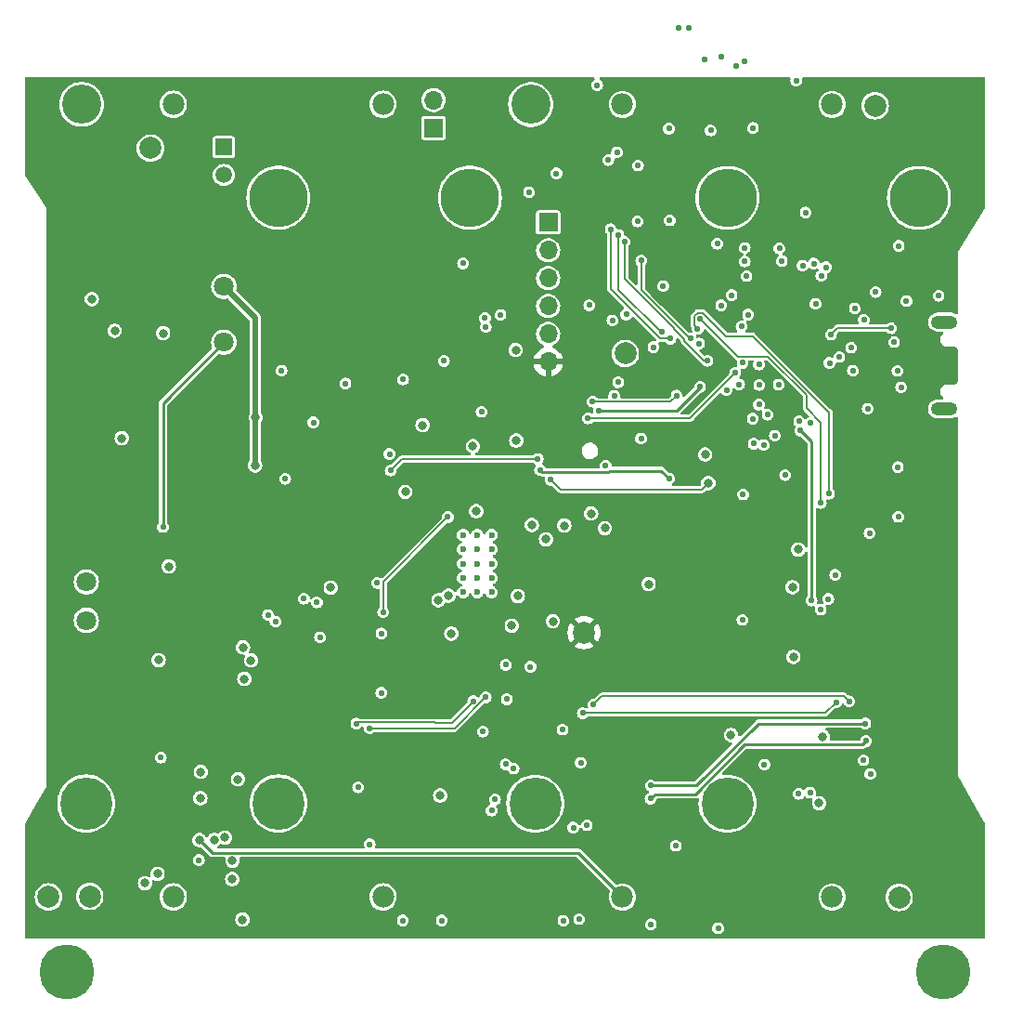
<source format=gbr>
%TF.GenerationSoftware,KiCad,Pcbnew,7.0.1*%
%TF.CreationDate,2023-12-11T20:48:33-07:00*%
%TF.ProjectId,Battery_Board_V3,42617474-6572-4795-9f42-6f6172645f56,rev?*%
%TF.SameCoordinates,Original*%
%TF.FileFunction,Copper,L2,Inr*%
%TF.FilePolarity,Positive*%
%FSLAX46Y46*%
G04 Gerber Fmt 4.6, Leading zero omitted, Abs format (unit mm)*
G04 Created by KiCad (PCBNEW 7.0.1) date 2023-12-11 20:48:33*
%MOMM*%
%LPD*%
G01*
G04 APERTURE LIST*
%TA.AperFunction,ComponentPad*%
%ADD10C,5.000000*%
%TD*%
%TA.AperFunction,ComponentPad*%
%ADD11C,2.000000*%
%TD*%
%TA.AperFunction,ComponentPad*%
%ADD12R,1.700000X1.700000*%
%TD*%
%TA.AperFunction,ComponentPad*%
%ADD13O,1.700000X1.700000*%
%TD*%
%TA.AperFunction,ComponentPad*%
%ADD14C,1.800000*%
%TD*%
%TA.AperFunction,ComponentPad*%
%ADD15C,0.600000*%
%TD*%
%TA.AperFunction,ComponentPad*%
%ADD16O,2.416000X1.208000*%
%TD*%
%TA.AperFunction,ComponentPad*%
%ADD17R,1.508000X1.508000*%
%TD*%
%TA.AperFunction,ComponentPad*%
%ADD18C,1.508000*%
%TD*%
%TA.AperFunction,ComponentPad*%
%ADD19C,4.770000*%
%TD*%
%TA.AperFunction,ComponentPad*%
%ADD20C,5.325000*%
%TD*%
%TA.AperFunction,ComponentPad*%
%ADD21C,3.570000*%
%TD*%
%TA.AperFunction,ComponentPad*%
%ADD22C,1.980000*%
%TD*%
%TA.AperFunction,ViaPad*%
%ADD23C,0.560000*%
%TD*%
%TA.AperFunction,ViaPad*%
%ADD24C,0.800000*%
%TD*%
%TA.AperFunction,Conductor*%
%ADD25C,0.250000*%
%TD*%
%TA.AperFunction,Conductor*%
%ADD26C,0.127000*%
%TD*%
%TA.AperFunction,Conductor*%
%ADD27C,0.500000*%
%TD*%
G04 APERTURE END LIST*
D10*
%TO.N,N/C*%
%TO.C,*%
X194500000Y-131530000D03*
%TD*%
D11*
%TO.N,VBUSP*%
%TO.C,TP6*%
X122170000Y-56450000D03*
%TD*%
%TO.N,+3V3*%
%TO.C,TP1*%
X161720000Y-100590000D03*
%TD*%
%TO.N,B-*%
%TO.C,TP2*%
X116620000Y-124620000D03*
%TD*%
D12*
%TO.N,GND*%
%TO.C,J25*%
X158440000Y-63220000D03*
D13*
%TO.N,FC_RX*%
X158440000Y-65760000D03*
%TO.N,FC_TX*%
X158440000Y-68300000D03*
%TO.N,SCL1*%
X158440000Y-70840000D03*
%TO.N,SDA1*%
X158440000Y-73380000D03*
%TO.N,+3V3*%
X158440000Y-75920000D03*
%TD*%
D14*
%TO.N,Net-(J18-Pin_1)*%
%TO.C,J18*%
X116315001Y-99472500D03*
%TO.N,Net-(J18-Pin_2)*%
X116315001Y-95972500D03*
%TD*%
D15*
%TO.N,GND*%
%TO.C,U3*%
X150677500Y-91700000D03*
X150677500Y-93000000D03*
X150677500Y-94300000D03*
X150677500Y-95600000D03*
X150677500Y-96900000D03*
X151977500Y-91700000D03*
X151977500Y-93000000D03*
X151977500Y-94300000D03*
X151977500Y-95600000D03*
X151977500Y-96900000D03*
X153277500Y-91700000D03*
X153277500Y-93000000D03*
X153277500Y-94300000D03*
X153277500Y-95600000D03*
X153277500Y-96900000D03*
%TD*%
D12*
%TO.N,VBUSP*%
%TO.C,J1*%
X147990000Y-54600000D03*
D13*
%TO.N,VBatt*%
X147990000Y-52060000D03*
%TD*%
D11*
%TO.N,/USBBOOT*%
%TO.C,TP8*%
X165470000Y-75160000D03*
%TD*%
%TO.N,PACK+*%
%TO.C,TP5*%
X188260000Y-52580000D03*
%TD*%
D16*
%TO.N,GND*%
%TO.C,J24*%
X194550000Y-80197500D03*
%TO.N,N/C*%
X194550000Y-72297500D03*
%TD*%
D17*
%TO.N,VBUSP*%
%TO.C,K1*%
X128862500Y-56350000D03*
D18*
%TO.N,Net-(Q4-C)*%
X128862500Y-58890000D03*
D14*
%TO.N,PACK+*%
X128862500Y-74130000D03*
%TO.N,Net-(K1-PadNO)*%
X128862500Y-69050000D03*
%TD*%
D10*
%TO.N,N/C*%
%TO.C,*%
X114500000Y-131530000D03*
%TD*%
D11*
%TO.N,GND*%
%TO.C,TP4*%
X112860000Y-124670000D03*
%TD*%
%TO.N,BM*%
%TO.C,TP3*%
X190450000Y-124720000D03*
%TD*%
D19*
%TO.N,unconnected-(U2-Pad1)*%
%TO.C,U2*%
X133828500Y-116160000D03*
%TO.N,unconnected-(U2-Pad2)*%
X116298500Y-116160000D03*
D20*
%TO.N,unconnected-(U2-Pad3)*%
X133828500Y-60960000D03*
%TO.N,unconnected-(U2-Pad4)*%
X151298500Y-60960000D03*
D21*
%TO.N,unconnected-(U2-Pad5)*%
X115878500Y-52450000D03*
D22*
%TO.N,B-*%
X124248500Y-124670000D03*
X143378500Y-124670000D03*
%TO.N,BM*%
X124248500Y-52450000D03*
X143378500Y-52450000D03*
%TD*%
D19*
%TO.N,unconnected-(U4-Pad1)*%
%TO.C,U4*%
X174790000Y-116180000D03*
%TO.N,unconnected-(U4-Pad2)*%
X157260000Y-116180000D03*
D20*
%TO.N,unconnected-(U4-Pad3)*%
X174790000Y-60980000D03*
%TO.N,unconnected-(U4-Pad4)*%
X192260000Y-60980000D03*
D21*
%TO.N,unconnected-(U4-Pad5)*%
X156840000Y-52470000D03*
D22*
%TO.N,BM*%
X165210000Y-124690000D03*
X184340000Y-124690000D03*
%TO.N,PACK+*%
X165210000Y-52470000D03*
X184340000Y-52470000D03*
%TD*%
D23*
%TO.N,SCL0*%
X152751596Y-72738404D03*
%TO.N,SDA0*%
X152670000Y-71910000D03*
%TO.N,SCL0*%
X164300000Y-72150000D03*
%TO.N,SDA0*%
X165560000Y-71600000D03*
%TO.N,GND*%
X154080000Y-71640000D03*
%TO.N,D0*%
X178453959Y-80733959D03*
%TO.N,+3V3*%
X180550000Y-82100000D03*
X136940000Y-121950000D03*
X176050000Y-79940000D03*
X167820000Y-81750000D03*
X181990000Y-74680000D03*
X183190000Y-78590000D03*
D24*
X137440000Y-95600000D03*
D23*
X170860000Y-64460000D03*
X178830000Y-50230000D03*
X153300000Y-127280000D03*
X125590000Y-127610000D03*
X163840000Y-50470000D03*
X140700000Y-127300000D03*
X174070000Y-75080000D03*
X170320000Y-45460000D03*
X177620000Y-72830000D03*
X146980000Y-87600000D03*
X145080000Y-123510000D03*
X187860000Y-78020000D03*
D24*
X159980000Y-124430000D03*
%TO.N,VBUSP*%
X151570000Y-83600000D03*
X158870000Y-99560000D03*
X116820000Y-70200000D03*
X158241250Y-92078750D03*
X156942500Y-90780000D03*
%TO.N,Net-(U1-V-)*%
X127980000Y-119480000D03*
X129630000Y-123060000D03*
%TO.N,/VDD*%
X129647359Y-121389500D03*
X128957916Y-119273398D03*
D23*
%TO.N,GND*%
X162900000Y-50700000D03*
X154670000Y-106650000D03*
D24*
X155540000Y-83090000D03*
X183500000Y-110080000D03*
X119550000Y-82870000D03*
D23*
X179470000Y-78000000D03*
X177660000Y-79810000D03*
D24*
X138610000Y-96480000D03*
D23*
X166630000Y-58030000D03*
D24*
X130560000Y-126740000D03*
D23*
X137030000Y-81440000D03*
D24*
X148590000Y-115440000D03*
D23*
X190410000Y-65350000D03*
X134110000Y-76710000D03*
%TO.N,D0*%
X190360000Y-90030000D03*
D24*
%TO.N,GND*%
X130150000Y-113950000D03*
X148430000Y-97630000D03*
D23*
X191110000Y-70380000D03*
X190320000Y-85510000D03*
D24*
X123320000Y-73310000D03*
D23*
X168040000Y-74580000D03*
D24*
X145410000Y-87760000D03*
X122810000Y-122570000D03*
D23*
X171290000Y-45460000D03*
X177690000Y-78030000D03*
D24*
X149600000Y-100680000D03*
X131340000Y-103117999D03*
X118900000Y-73080000D03*
D23*
X177110000Y-54620000D03*
X134460000Y-86570000D03*
X159750000Y-109420000D03*
D24*
X123840000Y-94557501D03*
D23*
X176520000Y-68100000D03*
X163680000Y-85370000D03*
X173260000Y-54830000D03*
X169450000Y-54670000D03*
X166580000Y-63120000D03*
D24*
X159910000Y-90830000D03*
D23*
X190630000Y-78230000D03*
D24*
X155120000Y-99950000D03*
D23*
X181060000Y-50310000D03*
D24*
X146990000Y-81690000D03*
D23*
X159830000Y-126850000D03*
X173940000Y-127530000D03*
D24*
X151880000Y-89530000D03*
D23*
X176210000Y-88000000D03*
D24*
X175110000Y-109910000D03*
D23*
X187820000Y-113470000D03*
X164830000Y-77770000D03*
D24*
X122910000Y-103082499D03*
D23*
X159190000Y-58750000D03*
X172200000Y-74250000D03*
X139940000Y-77890000D03*
D24*
X172761714Y-84361714D03*
D23*
X177660000Y-76150000D03*
D24*
X183160000Y-116130000D03*
D23*
X150670000Y-66940000D03*
X187590000Y-80180000D03*
X175850000Y-77980000D03*
X152490000Y-109600000D03*
X145180000Y-126820000D03*
X170080000Y-120000000D03*
X182830000Y-70630000D03*
%TO.N,/V_RF*%
X187750000Y-91530000D03*
X143970000Y-84320000D03*
X157700000Y-85770000D03*
X169460000Y-86550000D03*
D24*
%TO.N,VBatt*%
X167600000Y-96170000D03*
D23*
%TO.N,F0_ENB*%
X154560000Y-112580000D03*
X142160000Y-119870000D03*
%TO.N,F1_ENB*%
X148740000Y-126820000D03*
X155290000Y-112970000D03*
%TO.N,F2_ENB*%
X160730000Y-118350000D03*
X161270000Y-126690000D03*
%TO.N,F3_ENB*%
X161960000Y-118140000D03*
X167800000Y-127180000D03*
%TO.N,F4_ENB*%
X161410000Y-112440000D03*
X187190000Y-112210000D03*
%TO.N,CANL*%
X175570000Y-48970000D03*
X176360000Y-48510000D03*
%TO.N,CANH*%
X174220000Y-48090000D03*
X172708196Y-48373000D03*
%TO.N,FC_RESET*%
X156820000Y-103710000D03*
X184630000Y-95320000D03*
X176150000Y-99430000D03*
%TO.N,BURN_RELAY_A*%
X148930000Y-75840000D03*
X170160000Y-79000000D03*
X162490000Y-79530000D03*
D24*
%TO.N,Net-(K1-PadNO)*%
X131760000Y-80990000D03*
X131712500Y-85350000D03*
D23*
%TO.N,ENAB_HEATER*%
X142820000Y-96060000D03*
X154560000Y-103520000D03*
%TO.N,SCL0*%
X137350000Y-97830000D03*
X185900000Y-106850000D03*
X183990000Y-97520000D03*
X162580000Y-107140000D03*
X172070000Y-72920000D03*
X184060000Y-87920000D03*
X133580000Y-99580000D03*
X181290000Y-115280000D03*
X152740000Y-106480000D03*
X142153959Y-109316041D03*
%TO.N,SDA0*%
X136168596Y-97494540D03*
X172296040Y-71993960D03*
X137640000Y-101020000D03*
X161590000Y-107920000D03*
X183290000Y-98500000D03*
X151611040Y-106841040D03*
X132900000Y-98990000D03*
X183310000Y-88780000D03*
X184700000Y-106920000D03*
X140950000Y-108880000D03*
X182330000Y-115170000D03*
%TO.N,FC_RX*%
X176680000Y-71620000D03*
%TO.N,FC_TX*%
X176073000Y-72680000D03*
D24*
%TO.N,/3V3_EN*%
X155670000Y-97260000D03*
X149350000Y-97220000D03*
D23*
%TO.N,SDA1*%
X175170000Y-69840000D03*
%TO.N,SCL1*%
X174220000Y-70770000D03*
X162190000Y-70760000D03*
D24*
%TO.N,BM*%
X126627675Y-119502325D03*
D23*
%TO.N,PACK+*%
X126579499Y-121318079D03*
X123120000Y-111970000D03*
D24*
X155480000Y-74840000D03*
D23*
X123310000Y-90960000D03*
D24*
X121660000Y-123420000D03*
X180720000Y-96450000D03*
X181240000Y-93020000D03*
X180800000Y-102800000D03*
D23*
%TO.N,ENABLE_BURN*%
X176170000Y-76000000D03*
%TO.N,SPI0_MISO*%
X165410000Y-64980000D03*
X172968641Y-75821358D03*
%TO.N,SPI0_CS0*%
X171394995Y-73802805D03*
X166930000Y-66690000D03*
%TO.N,VBUS_RESET*%
X149290000Y-90060000D03*
X143390000Y-98730000D03*
X174700000Y-78480000D03*
X166910000Y-82900000D03*
%TO.N,SPI0_SCK*%
X169577360Y-73802640D03*
X164150000Y-63850000D03*
%TO.N,SPI0_MOSI*%
X164840000Y-64360000D03*
X168843959Y-73216041D03*
%TO.N,F4_SCL*%
X153280000Y-116800000D03*
X187430000Y-110460000D03*
X167780000Y-115720000D03*
%TO.N,F4_SDA*%
X153590000Y-115800000D03*
X187360000Y-108870000D03*
X167820000Y-114520000D03*
%TO.N,I2C_RESET*%
X175490000Y-76910000D03*
X141100637Y-114680000D03*
X143220000Y-106070000D03*
X143240000Y-100680000D03*
X144070000Y-85820000D03*
X157490000Y-84770000D03*
X162067641Y-81064500D03*
D24*
%TO.N,SWDIO*%
X163610500Y-91073000D03*
X162353000Y-89747000D03*
%TO.N,/~{RESET}*%
X173046169Y-86963839D03*
D23*
X158690000Y-86670000D03*
X177106041Y-81103959D03*
%TO.N,ENAB_RF*%
X163060000Y-80390000D03*
X172284496Y-78195504D03*
X152370000Y-80460000D03*
%TO.N,CHRG'*%
X182460000Y-97660000D03*
X178160000Y-112610000D03*
X181460000Y-82190000D03*
%TO.N,SPI1_CS0*%
X180050000Y-86240000D03*
X177190000Y-83370000D03*
%TO.N,SPI1_MOSI*%
X178083959Y-83496041D03*
X179120000Y-82640000D03*
%TO.N,NEOPIX*%
X181332211Y-81330492D03*
X188310000Y-69560000D03*
%TO.N,NEO_PWR*%
X182330000Y-81490000D03*
X194050000Y-69890000D03*
%TO.N,USB_D-*%
X184100000Y-76020000D03*
X186078104Y-74618440D03*
%TO.N,USB_D+*%
X186240000Y-76720000D03*
X184990000Y-75470000D03*
%TO.N,/QSPI_SCK*%
X183777858Y-67297858D03*
X182667364Y-66957367D03*
%TO.N,/QSPI_DATA[0]*%
X181640000Y-67160000D03*
X183350000Y-68090000D03*
%TO.N,/QSPI_DATA[2]*%
X179740000Y-66740000D03*
X176360000Y-66770000D03*
%TO.N,/QSPI_DATA[1]*%
X176360000Y-65530000D03*
X179530000Y-65570000D03*
%TO.N,+5V*%
X163920000Y-57530000D03*
X145200000Y-77520000D03*
X156700000Y-60470000D03*
%TO.N,VBUS*%
X189720000Y-72840000D03*
X184230000Y-73430000D03*
D24*
%TO.N,Net-(Q1-G)*%
X126760000Y-113280000D03*
X126720000Y-115670000D03*
D23*
%TO.N,Net-(D8-PadA)*%
X173850000Y-65150000D03*
X164470000Y-79010000D03*
X181930000Y-62320000D03*
X168930000Y-69000000D03*
%TO.N,TXCAN*%
X164720000Y-56830000D03*
X169530000Y-63020000D03*
%TO.N,D-*%
X189980000Y-74110000D03*
X186410000Y-71050000D03*
%TO.N,D+*%
X190300000Y-76740000D03*
X187227254Y-72082746D03*
D24*
%TO.N,Net-(U9-+Vs)*%
X130720000Y-104810000D03*
X130610000Y-101940000D03*
%TD*%
D25*
%TO.N,/V_RF*%
X163925600Y-85980000D02*
X157910000Y-85980000D01*
X168750000Y-85840000D02*
X164065600Y-85840000D01*
X157910000Y-85980000D02*
X157700000Y-85770000D01*
X169460000Y-86550000D02*
X168750000Y-85840000D01*
X164065600Y-85840000D02*
X163925600Y-85980000D01*
D26*
%TO.N,BURN_RELAY_A*%
X170160000Y-79000000D02*
X169606500Y-79553500D01*
X169606500Y-79553500D02*
X162513500Y-79553500D01*
X162513500Y-79553500D02*
X162490000Y-79530000D01*
D27*
%TO.N,Net-(K1-PadNO)*%
X131760000Y-71947500D02*
X131760000Y-80990000D01*
X131760000Y-80990000D02*
X131760000Y-85302500D01*
X131760000Y-85302500D02*
X131712500Y-85350000D01*
X128862500Y-69050000D02*
X131760000Y-71947500D01*
D26*
%TO.N,SCL0*%
X184060000Y-80547552D02*
X177072448Y-73560000D01*
X163343500Y-106376500D02*
X185426500Y-106376500D01*
X162580000Y-107140000D02*
X163343500Y-106376500D01*
X184060000Y-87920000D02*
X184060000Y-80547552D01*
X172521166Y-71450460D02*
X172070914Y-71450460D01*
X177072448Y-73560000D02*
X174630706Y-73560000D01*
X185426500Y-106376500D02*
X185900000Y-106850000D01*
X142153959Y-109316041D02*
X149903959Y-109316041D01*
X171752540Y-71768834D02*
X171752540Y-72602540D01*
X171752540Y-72602540D02*
X172070000Y-72920000D01*
X174630706Y-73560000D02*
X172521166Y-71450460D01*
X149903959Y-109316041D02*
X152740000Y-106480000D01*
X172070914Y-71450460D02*
X171752540Y-71768834D01*
%TO.N,SDA0*%
X148150000Y-108780000D02*
X149672080Y-108780000D01*
X183310000Y-88780000D02*
X183310000Y-81440000D01*
X149672080Y-108780000D02*
X151611040Y-106841040D01*
X182010000Y-78960000D02*
X178490000Y-75440000D01*
X148142541Y-108772541D02*
X148150000Y-108780000D01*
X175742080Y-75440000D02*
X172296040Y-71993960D01*
X183700000Y-107920000D02*
X184700000Y-106920000D01*
X183310000Y-81440000D02*
X182010000Y-80140000D01*
X178490000Y-75440000D02*
X175742080Y-75440000D01*
X141057459Y-108772541D02*
X148142541Y-108772541D01*
X161590000Y-107920000D02*
X183700000Y-107920000D01*
X140950000Y-108880000D02*
X141057459Y-108772541D01*
X182010000Y-80140000D02*
X182010000Y-78960000D01*
D25*
%TO.N,BM*%
X126627675Y-119502325D02*
X127789850Y-120664500D01*
X161184500Y-120664500D02*
X165210000Y-124690000D01*
X127789850Y-120664500D02*
X161184500Y-120664500D01*
%TO.N,PACK+*%
X123310000Y-79682500D02*
X128862500Y-74130000D01*
X123310000Y-90960000D02*
X123310000Y-79682500D01*
D26*
%TO.N,SPI0_MISO*%
X169930000Y-72852448D02*
X165410000Y-68332448D01*
X172968641Y-75821358D02*
X172644922Y-75821358D01*
X170851495Y-73871495D02*
X169930000Y-72950000D01*
X170851495Y-74027931D02*
X170851495Y-73871495D01*
X172644922Y-75821358D02*
X170851495Y-74027931D01*
X165410000Y-68332448D02*
X165410000Y-64980000D01*
X169930000Y-72950000D02*
X169930000Y-72852448D01*
%TO.N,SPI0_CS0*%
X166930000Y-69390000D02*
X166930000Y-66690000D01*
X171342805Y-73802805D02*
X166930000Y-69390000D01*
X171394995Y-73802805D02*
X171342805Y-73802805D01*
%TO.N,VBUS_RESET*%
X143390000Y-95960000D02*
X143390000Y-98730000D01*
X149290000Y-90060000D02*
X143390000Y-95960000D01*
%TO.N,SPI0_SCK*%
X169577360Y-73802640D02*
X168662640Y-73802640D01*
X164150000Y-69290000D02*
X164150000Y-63850000D01*
X168662640Y-73802640D02*
X164150000Y-69290000D01*
%TO.N,SPI0_MOSI*%
X168686041Y-73216041D02*
X164840000Y-69370000D01*
X168843959Y-73216041D02*
X168686041Y-73216041D01*
X164840000Y-69370000D02*
X164840000Y-64360000D01*
D25*
%TO.N,F4_SCL*%
X167780000Y-115720000D02*
X168190000Y-115310000D01*
X171827481Y-115310000D02*
X176332481Y-110805000D01*
X168190000Y-115310000D02*
X171827481Y-115310000D01*
X176332481Y-110805000D02*
X187085000Y-110805000D01*
X187085000Y-110805000D02*
X187430000Y-110460000D01*
%TO.N,F4_SDA*%
X177631085Y-108870000D02*
X187360000Y-108870000D01*
X167820000Y-114520000D02*
X171981085Y-114520000D01*
X171981085Y-114520000D02*
X177631085Y-108870000D01*
D26*
%TO.N,I2C_RESET*%
X175490000Y-76910000D02*
X171335500Y-81064500D01*
X157490000Y-84770000D02*
X145120000Y-84770000D01*
X145120000Y-84770000D02*
X144070000Y-85820000D01*
X171335500Y-81064500D02*
X162067641Y-81064500D01*
%TO.N,/~{RESET}*%
X159567500Y-87547500D02*
X172462508Y-87547500D01*
X158690000Y-86670000D02*
X159567500Y-87547500D01*
X172462508Y-87547500D02*
X173046169Y-86963839D01*
D25*
%TO.N,ENAB_RF*%
X163060000Y-80390000D02*
X170130000Y-80390000D01*
X172284496Y-78235504D02*
X172284496Y-78195504D01*
X170130000Y-80390000D02*
X172284496Y-78235504D01*
%TO.N,CHRG'*%
X182460000Y-83190000D02*
X181460000Y-82190000D01*
X182460000Y-97660000D02*
X182460000Y-83190000D01*
D26*
%TO.N,VBUS*%
X184230000Y-73430000D02*
X184820000Y-72840000D01*
X184820000Y-72840000D02*
X189720000Y-72840000D01*
%TD*%
%TA.AperFunction,Conductor*%
%TO.N,+3V3*%
G36*
X162623184Y-50015269D02*
G01*
X162668735Y-50057376D01*
X162688674Y-50116114D01*
X162678169Y-50177249D01*
X162639766Y-50225963D01*
X162630446Y-50233113D01*
X162630444Y-50233115D01*
X162530247Y-50309999D01*
X162518790Y-50318790D01*
X162433114Y-50430445D01*
X162379257Y-50560469D01*
X162360888Y-50700000D01*
X162379257Y-50839530D01*
X162379258Y-50839532D01*
X162433115Y-50969556D01*
X162518790Y-51081210D01*
X162630444Y-51166885D01*
X162760468Y-51220742D01*
X162900000Y-51239112D01*
X163039532Y-51220742D01*
X163169556Y-51166885D01*
X163281210Y-51081210D01*
X163366885Y-50969556D01*
X163420742Y-50839532D01*
X163439112Y-50700000D01*
X163420742Y-50560468D01*
X163366885Y-50430444D01*
X163281210Y-50318790D01*
X163169556Y-50233115D01*
X163169553Y-50233113D01*
X163160234Y-50225963D01*
X163121831Y-50177249D01*
X163111326Y-50116114D01*
X163131265Y-50057376D01*
X163176816Y-50015269D01*
X163236938Y-50000000D01*
X180421296Y-50000000D01*
X180480692Y-50014878D01*
X180526061Y-50055998D01*
X180546689Y-50113650D01*
X180540714Y-50153928D01*
X180541423Y-50154022D01*
X180520888Y-50309999D01*
X180539257Y-50449530D01*
X180585208Y-50560468D01*
X180593115Y-50579556D01*
X180678790Y-50691210D01*
X180790444Y-50776885D01*
X180920468Y-50830742D01*
X181060000Y-50849112D01*
X181199532Y-50830742D01*
X181329556Y-50776885D01*
X181441210Y-50691210D01*
X181526885Y-50579556D01*
X181580742Y-50449532D01*
X181599112Y-50310000D01*
X181580742Y-50170468D01*
X181578577Y-50154022D01*
X181579285Y-50153928D01*
X181573311Y-50113650D01*
X181593939Y-50055998D01*
X181639308Y-50014878D01*
X181698704Y-50000000D01*
X198173500Y-50000000D01*
X198236500Y-50016881D01*
X198282619Y-50063000D01*
X198299500Y-50126000D01*
X198299500Y-61851776D01*
X198280759Y-61917893D01*
X195839681Y-65877982D01*
X195830934Y-65890423D01*
X195814709Y-65910768D01*
X195808292Y-65938885D01*
X195804734Y-65951438D01*
X195795446Y-65978731D01*
X195798582Y-66004563D01*
X195799500Y-66019748D01*
X195799500Y-71455749D01*
X195780575Y-71522165D01*
X195729483Y-71568629D01*
X195661575Y-71581183D01*
X195612285Y-71561930D01*
X195611650Y-71563305D01*
X195548641Y-71534154D01*
X195429737Y-71479143D01*
X195429735Y-71479142D01*
X195429734Y-71479142D01*
X195247367Y-71439000D01*
X193899457Y-71439000D01*
X193899453Y-71439000D01*
X193760360Y-71454127D01*
X193583401Y-71513751D01*
X193423392Y-71610025D01*
X193287828Y-71738438D01*
X193183031Y-71893001D01*
X193113915Y-72066471D01*
X193083703Y-72250748D01*
X193092048Y-72404639D01*
X193093814Y-72437209D01*
X193107791Y-72487548D01*
X193143770Y-72617135D01*
X193231239Y-72782121D01*
X193350731Y-72922796D01*
X193352129Y-72924442D01*
X193500787Y-73037449D01*
X193670263Y-73115857D01*
X193852633Y-73156000D01*
X194345056Y-73156000D01*
X194404763Y-73171045D01*
X194450212Y-73212587D01*
X194470549Y-73270706D01*
X194460916Y-73331521D01*
X194423618Y-73380507D01*
X194387116Y-73409617D01*
X194387117Y-73409617D01*
X194295720Y-73524224D01*
X194232118Y-73656294D01*
X194208808Y-73758425D01*
X194199500Y-73799206D01*
X194199500Y-73945794D01*
X194201841Y-73956052D01*
X194232118Y-74088705D01*
X194287508Y-74203723D01*
X194295721Y-74220777D01*
X194387117Y-74335383D01*
X194501723Y-74426779D01*
X194633794Y-74490381D01*
X194776706Y-74523000D01*
X194827410Y-74523000D01*
X194850000Y-74523000D01*
X194889882Y-74523000D01*
X195465748Y-74523000D01*
X195495294Y-74526513D01*
X195551136Y-74539983D01*
X195581845Y-74551812D01*
X195637045Y-74581872D01*
X195663644Y-74601251D01*
X195709175Y-74644579D01*
X195729851Y-74670190D01*
X195762606Y-74723831D01*
X195775943Y-74753918D01*
X195793690Y-74814211D01*
X195798780Y-74846732D01*
X195800195Y-74905029D01*
X195799370Y-74913423D01*
X195799432Y-74930210D01*
X195798717Y-74944087D01*
X195796002Y-74969448D01*
X195799678Y-74994641D01*
X195804442Y-76247184D01*
X195804443Y-76247663D01*
X195804443Y-77499965D01*
X195800897Y-77524593D01*
X195803726Y-77550989D01*
X195804443Y-77564413D01*
X195804443Y-77583495D01*
X195805065Y-77589696D01*
X195803658Y-77647746D01*
X195798569Y-77680265D01*
X195780827Y-77740552D01*
X195767494Y-77770638D01*
X195734745Y-77824277D01*
X195714071Y-77849888D01*
X195684491Y-77878040D01*
X195668551Y-77893212D01*
X195641952Y-77912593D01*
X195586765Y-77942651D01*
X195556056Y-77954483D01*
X195498037Y-77968484D01*
X195468479Y-77972000D01*
X194889882Y-77972000D01*
X194850000Y-77972000D01*
X194776706Y-77972000D01*
X194750149Y-77978061D01*
X194633794Y-78004618D01*
X194501724Y-78068220D01*
X194387117Y-78159617D01*
X194295720Y-78274224D01*
X194232118Y-78406294D01*
X194207663Y-78513441D01*
X194200891Y-78543114D01*
X194199500Y-78549207D01*
X194199500Y-78695793D01*
X194232118Y-78838705D01*
X194295720Y-78970775D01*
X194295721Y-78970777D01*
X194387117Y-79085383D01*
X194423618Y-79114492D01*
X194460916Y-79163479D01*
X194470549Y-79224294D01*
X194450212Y-79282413D01*
X194404763Y-79323955D01*
X194345056Y-79339000D01*
X193899453Y-79339000D01*
X193760360Y-79354127D01*
X193583401Y-79413751D01*
X193423392Y-79510025D01*
X193287828Y-79638438D01*
X193183031Y-79793001D01*
X193113915Y-79966471D01*
X193083703Y-80150748D01*
X193092906Y-80320468D01*
X193093814Y-80337209D01*
X193104218Y-80374679D01*
X193143770Y-80517135D01*
X193231239Y-80682121D01*
X193339649Y-80809750D01*
X193352129Y-80824442D01*
X193500787Y-80937449D01*
X193670263Y-81015857D01*
X193852633Y-81056000D01*
X195200543Y-81056000D01*
X195200547Y-81056000D01*
X195311820Y-81043897D01*
X195339640Y-81040872D01*
X195490628Y-80989999D01*
X195516598Y-80981249D01*
X195530117Y-80973115D01*
X195608541Y-80925928D01*
X195671793Y-80907905D01*
X195735512Y-80924209D01*
X195782334Y-80970401D01*
X195799500Y-81033893D01*
X195799500Y-113472821D01*
X195797766Y-113493654D01*
X195794692Y-113511984D01*
X195804799Y-113546775D01*
X195806641Y-113553883D01*
X195814709Y-113589229D01*
X195814710Y-113589231D01*
X195817329Y-113592515D01*
X195826298Y-113603762D01*
X195837930Y-113621130D01*
X197780464Y-117117690D01*
X198242684Y-117949687D01*
X198283644Y-118023414D01*
X198299500Y-118084605D01*
X198299500Y-128374000D01*
X198282619Y-128437000D01*
X198236500Y-128483119D01*
X198173500Y-128500000D01*
X110826500Y-128500000D01*
X110763500Y-128483119D01*
X110717381Y-128437000D01*
X110700500Y-128374000D01*
X110700500Y-126739999D01*
X129900693Y-126739999D01*
X129919850Y-126897780D01*
X129976212Y-127046394D01*
X130006003Y-127089554D01*
X130066502Y-127177201D01*
X130185471Y-127282599D01*
X130326207Y-127356463D01*
X130480529Y-127394500D01*
X130639469Y-127394500D01*
X130639471Y-127394500D01*
X130793793Y-127356463D01*
X130934529Y-127282599D01*
X131053498Y-127177201D01*
X131143787Y-127046395D01*
X131200149Y-126897782D01*
X131209593Y-126819999D01*
X144640888Y-126819999D01*
X144659257Y-126959530D01*
X144705515Y-127071209D01*
X144713115Y-127089556D01*
X144798790Y-127201210D01*
X144910444Y-127286885D01*
X145040468Y-127340742D01*
X145180000Y-127359112D01*
X145319532Y-127340742D01*
X145449556Y-127286885D01*
X145561210Y-127201210D01*
X145646885Y-127089556D01*
X145700742Y-126959532D01*
X145719112Y-126820000D01*
X145719112Y-126819999D01*
X148200888Y-126819999D01*
X148219257Y-126959530D01*
X148265515Y-127071209D01*
X148273115Y-127089556D01*
X148358790Y-127201210D01*
X148470444Y-127286885D01*
X148600468Y-127340742D01*
X148740000Y-127359112D01*
X148879532Y-127340742D01*
X149009556Y-127286885D01*
X149121210Y-127201210D01*
X149206885Y-127089556D01*
X149260742Y-126959532D01*
X149275162Y-126850000D01*
X159290888Y-126850000D01*
X159309257Y-126989530D01*
X159330356Y-127040469D01*
X159363115Y-127119556D01*
X159448790Y-127231210D01*
X159560444Y-127316885D01*
X159690468Y-127370742D01*
X159830000Y-127389112D01*
X159969532Y-127370742D01*
X160099556Y-127316885D01*
X160211210Y-127231210D01*
X160296885Y-127119556D01*
X160350742Y-126989532D01*
X160369112Y-126850000D01*
X160350742Y-126710468D01*
X160342264Y-126689999D01*
X160730888Y-126689999D01*
X160749257Y-126829530D01*
X160749258Y-126829532D01*
X160803115Y-126959556D01*
X160888790Y-127071210D01*
X161000444Y-127156885D01*
X161130468Y-127210742D01*
X161270000Y-127229112D01*
X161409532Y-127210742D01*
X161483751Y-127180000D01*
X167260888Y-127180000D01*
X167279257Y-127319530D01*
X167308078Y-127389112D01*
X167333115Y-127449556D01*
X167418790Y-127561210D01*
X167530444Y-127646885D01*
X167660468Y-127700742D01*
X167800000Y-127719112D01*
X167939532Y-127700742D01*
X168069556Y-127646885D01*
X168181210Y-127561210D01*
X168205159Y-127529999D01*
X173400888Y-127529999D01*
X173419257Y-127669530D01*
X173419258Y-127669532D01*
X173473115Y-127799556D01*
X173558790Y-127911210D01*
X173670444Y-127996885D01*
X173800468Y-128050742D01*
X173940000Y-128069112D01*
X174079532Y-128050742D01*
X174209556Y-127996885D01*
X174321210Y-127911210D01*
X174406885Y-127799556D01*
X174460742Y-127669532D01*
X174479112Y-127530000D01*
X174460742Y-127390468D01*
X174406885Y-127260444D01*
X174321210Y-127148790D01*
X174209556Y-127063115D01*
X174169187Y-127046394D01*
X174079530Y-127009257D01*
X173961154Y-126993673D01*
X173940000Y-126990888D01*
X173939999Y-126990888D01*
X173800469Y-127009257D01*
X173670445Y-127063114D01*
X173558790Y-127148790D01*
X173473114Y-127260445D01*
X173419257Y-127390469D01*
X173400888Y-127529999D01*
X168205159Y-127529999D01*
X168266885Y-127449556D01*
X168320742Y-127319532D01*
X168339112Y-127180000D01*
X168320742Y-127040468D01*
X168266885Y-126910444D01*
X168181210Y-126798790D01*
X168069556Y-126713115D01*
X168063165Y-126710468D01*
X167939530Y-126659257D01*
X167800000Y-126640888D01*
X167660469Y-126659257D01*
X167530445Y-126713114D01*
X167418790Y-126798790D01*
X167333114Y-126910445D01*
X167279257Y-127040469D01*
X167260888Y-127180000D01*
X161483751Y-127180000D01*
X161539556Y-127156885D01*
X161651210Y-127071210D01*
X161736885Y-126959556D01*
X161790742Y-126829532D01*
X161809112Y-126690000D01*
X161790742Y-126550468D01*
X161736885Y-126420444D01*
X161651210Y-126308790D01*
X161539556Y-126223115D01*
X161477476Y-126197401D01*
X161409530Y-126169257D01*
X161270000Y-126150888D01*
X161130469Y-126169257D01*
X161000445Y-126223114D01*
X160888790Y-126308790D01*
X160803114Y-126420445D01*
X160749257Y-126550469D01*
X160730888Y-126689999D01*
X160342264Y-126689999D01*
X160296885Y-126580444D01*
X160211210Y-126468790D01*
X160099556Y-126383115D01*
X160027126Y-126353114D01*
X159969530Y-126329257D01*
X159830000Y-126310888D01*
X159690469Y-126329257D01*
X159560445Y-126383114D01*
X159448790Y-126468790D01*
X159363114Y-126580445D01*
X159309257Y-126710469D01*
X159290888Y-126850000D01*
X149275162Y-126850000D01*
X149279112Y-126820000D01*
X149260742Y-126680468D01*
X149206885Y-126550444D01*
X149121210Y-126438790D01*
X149009556Y-126353115D01*
X148951959Y-126329258D01*
X148879530Y-126299257D01*
X148740000Y-126280888D01*
X148600469Y-126299257D01*
X148470445Y-126353114D01*
X148358790Y-126438790D01*
X148273114Y-126550445D01*
X148219257Y-126680469D01*
X148200888Y-126819999D01*
X145719112Y-126819999D01*
X145700742Y-126680468D01*
X145646885Y-126550444D01*
X145561210Y-126438790D01*
X145449556Y-126353115D01*
X145391959Y-126329258D01*
X145319530Y-126299257D01*
X145180000Y-126280888D01*
X145040469Y-126299257D01*
X144910445Y-126353114D01*
X144798790Y-126438790D01*
X144713114Y-126550445D01*
X144659257Y-126680469D01*
X144640888Y-126819999D01*
X131209593Y-126819999D01*
X131219307Y-126740000D01*
X131200149Y-126582218D01*
X131143787Y-126433605D01*
X131053498Y-126302799D01*
X130934529Y-126197401D01*
X130793793Y-126123537D01*
X130639471Y-126085500D01*
X130480529Y-126085500D01*
X130326207Y-126123537D01*
X130326206Y-126123537D01*
X130326204Y-126123538D01*
X130185472Y-126197400D01*
X130066501Y-126302799D01*
X129976212Y-126433605D01*
X129919850Y-126582219D01*
X129900693Y-126739999D01*
X110700500Y-126739999D01*
X110700500Y-124670000D01*
X111600708Y-124670000D01*
X111619839Y-124888678D01*
X111676652Y-125100701D01*
X111769420Y-125299645D01*
X111895328Y-125479460D01*
X112050539Y-125634671D01*
X112050542Y-125634673D01*
X112050543Y-125634674D01*
X112230354Y-125760579D01*
X112429297Y-125853347D01*
X112454727Y-125860161D01*
X112641321Y-125910160D01*
X112641322Y-125910160D01*
X112641326Y-125910161D01*
X112860000Y-125929292D01*
X113078674Y-125910161D01*
X113290703Y-125853347D01*
X113489646Y-125760579D01*
X113669457Y-125634674D01*
X113824674Y-125479457D01*
X113950579Y-125299646D01*
X114043347Y-125100703D01*
X114100161Y-124888674D01*
X114119292Y-124670000D01*
X114114918Y-124619999D01*
X115360708Y-124619999D01*
X115379839Y-124838678D01*
X115436652Y-125050701D01*
X115529420Y-125249645D01*
X115655328Y-125429460D01*
X115810539Y-125584671D01*
X115810542Y-125584673D01*
X115810543Y-125584674D01*
X115990354Y-125710579D01*
X116189297Y-125803347D01*
X116216287Y-125810579D01*
X116401321Y-125860160D01*
X116401322Y-125860160D01*
X116401326Y-125860161D01*
X116620000Y-125879292D01*
X116838674Y-125860161D01*
X117050703Y-125803347D01*
X117249646Y-125710579D01*
X117429457Y-125584674D01*
X117584674Y-125429457D01*
X117710579Y-125249646D01*
X117803347Y-125050703D01*
X117860161Y-124838674D01*
X117874918Y-124669999D01*
X122999246Y-124669999D01*
X123018225Y-124886931D01*
X123074584Y-125097270D01*
X123166614Y-125294627D01*
X123291518Y-125473008D01*
X123445491Y-125626981D01*
X123445494Y-125626983D01*
X123445495Y-125626984D01*
X123623873Y-125751886D01*
X123729200Y-125801000D01*
X123821229Y-125843915D01*
X123877588Y-125859016D01*
X124031569Y-125900275D01*
X124248500Y-125919254D01*
X124465431Y-125900275D01*
X124675770Y-125843915D01*
X124873127Y-125751886D01*
X125051505Y-125626984D01*
X125205484Y-125473005D01*
X125330386Y-125294627D01*
X125422415Y-125097270D01*
X125478775Y-124886931D01*
X125497754Y-124670000D01*
X125497754Y-124669999D01*
X142129246Y-124669999D01*
X142148225Y-124886931D01*
X142204584Y-125097270D01*
X142296614Y-125294627D01*
X142421518Y-125473008D01*
X142575491Y-125626981D01*
X142575494Y-125626983D01*
X142575495Y-125626984D01*
X142753873Y-125751886D01*
X142859200Y-125801000D01*
X142951229Y-125843915D01*
X143007588Y-125859016D01*
X143161569Y-125900275D01*
X143378500Y-125919254D01*
X143595431Y-125900275D01*
X143805770Y-125843915D01*
X144003127Y-125751886D01*
X144181505Y-125626984D01*
X144335484Y-125473005D01*
X144460386Y-125294627D01*
X144552415Y-125097270D01*
X144608775Y-124886931D01*
X144627754Y-124670000D01*
X144608775Y-124453069D01*
X144557774Y-124262729D01*
X144552415Y-124242729D01*
X144469712Y-124065373D01*
X144460386Y-124045373D01*
X144335484Y-123866995D01*
X144335483Y-123866994D01*
X144335481Y-123866991D01*
X144181508Y-123713018D01*
X144003127Y-123588114D01*
X143805770Y-123496084D01*
X143595431Y-123439725D01*
X143378500Y-123420746D01*
X143161568Y-123439725D01*
X142951229Y-123496084D01*
X142753872Y-123588114D01*
X142575491Y-123713018D01*
X142421518Y-123866991D01*
X142296614Y-124045372D01*
X142204584Y-124242729D01*
X142148225Y-124453068D01*
X142129246Y-124669999D01*
X125497754Y-124669999D01*
X125478775Y-124453069D01*
X125427774Y-124262729D01*
X125422415Y-124242729D01*
X125339712Y-124065373D01*
X125330386Y-124045373D01*
X125205484Y-123866995D01*
X125205483Y-123866994D01*
X125205481Y-123866991D01*
X125051508Y-123713018D01*
X124873127Y-123588114D01*
X124675770Y-123496084D01*
X124465431Y-123439725D01*
X124248500Y-123420746D01*
X124031568Y-123439725D01*
X123821229Y-123496084D01*
X123623872Y-123588114D01*
X123445491Y-123713018D01*
X123291518Y-123866991D01*
X123166614Y-124045372D01*
X123074584Y-124242729D01*
X123018225Y-124453068D01*
X122999246Y-124669999D01*
X117874918Y-124669999D01*
X117879292Y-124620000D01*
X117860161Y-124401326D01*
X117803347Y-124189297D01*
X117710579Y-123990354D01*
X117584674Y-123810543D01*
X117584673Y-123810542D01*
X117584671Y-123810539D01*
X117429460Y-123655328D01*
X117249645Y-123529420D01*
X117050701Y-123436652D01*
X116988553Y-123419999D01*
X121000693Y-123419999D01*
X121019850Y-123577780D01*
X121076212Y-123726394D01*
X121096182Y-123755326D01*
X121166502Y-123857201D01*
X121285471Y-123962599D01*
X121426207Y-124036463D01*
X121580529Y-124074500D01*
X121739469Y-124074500D01*
X121739471Y-124074500D01*
X121893793Y-124036463D01*
X122034529Y-123962599D01*
X122153498Y-123857201D01*
X122243787Y-123726395D01*
X122300149Y-123577782D01*
X122319307Y-123420000D01*
X122300472Y-123264879D01*
X122310654Y-123197980D01*
X122353977Y-123145996D01*
X122417946Y-123123922D01*
X122484105Y-123138124D01*
X122576207Y-123186463D01*
X122730529Y-123224500D01*
X122889469Y-123224500D01*
X122889471Y-123224500D01*
X123043793Y-123186463D01*
X123184529Y-123112599D01*
X123243901Y-123060000D01*
X128970693Y-123060000D01*
X128989850Y-123217780D01*
X129046212Y-123366394D01*
X129135731Y-123496085D01*
X129136502Y-123497201D01*
X129255471Y-123602599D01*
X129396207Y-123676463D01*
X129550529Y-123714500D01*
X129709469Y-123714500D01*
X129709471Y-123714500D01*
X129863793Y-123676463D01*
X130004529Y-123602599D01*
X130123498Y-123497201D01*
X130213787Y-123366395D01*
X130270149Y-123217782D01*
X130289307Y-123060000D01*
X130270149Y-122902218D01*
X130213787Y-122753605D01*
X130123498Y-122622799D01*
X130004529Y-122517401D01*
X129863793Y-122443537D01*
X129709471Y-122405500D01*
X129550529Y-122405500D01*
X129396207Y-122443537D01*
X129396206Y-122443537D01*
X129396204Y-122443538D01*
X129255472Y-122517400D01*
X129136501Y-122622799D01*
X129046212Y-122753605D01*
X128989850Y-122902219D01*
X128970693Y-123060000D01*
X123243901Y-123060000D01*
X123303498Y-123007201D01*
X123393787Y-122876395D01*
X123450149Y-122727782D01*
X123469307Y-122570000D01*
X123450149Y-122412218D01*
X123393787Y-122263605D01*
X123303498Y-122132799D01*
X123184529Y-122027401D01*
X123043793Y-121953537D01*
X122889471Y-121915500D01*
X122730529Y-121915500D01*
X122576207Y-121953537D01*
X122576206Y-121953537D01*
X122576204Y-121953538D01*
X122435472Y-122027400D01*
X122316501Y-122132799D01*
X122226212Y-122263605D01*
X122169850Y-122412219D01*
X122150692Y-122570000D01*
X122169527Y-122725120D01*
X122159345Y-122792020D01*
X122116022Y-122844003D01*
X122052053Y-122866077D01*
X121985891Y-122851874D01*
X121893795Y-122803538D01*
X121893794Y-122803537D01*
X121893793Y-122803537D01*
X121739471Y-122765500D01*
X121580529Y-122765500D01*
X121426207Y-122803537D01*
X121426206Y-122803537D01*
X121426204Y-122803538D01*
X121285472Y-122877400D01*
X121166501Y-122982799D01*
X121076212Y-123113605D01*
X121019850Y-123262219D01*
X121000693Y-123419999D01*
X116988553Y-123419999D01*
X116838678Y-123379839D01*
X116620000Y-123360708D01*
X116401321Y-123379839D01*
X116189298Y-123436652D01*
X115990354Y-123529420D01*
X115810539Y-123655328D01*
X115655328Y-123810539D01*
X115529420Y-123990354D01*
X115436652Y-124189298D01*
X115379839Y-124401321D01*
X115360708Y-124619999D01*
X114114918Y-124619999D01*
X114100161Y-124451326D01*
X114086763Y-124401326D01*
X114049626Y-124262730D01*
X114043347Y-124239297D01*
X113950579Y-124040354D01*
X113824674Y-123860543D01*
X113824673Y-123860542D01*
X113824671Y-123860539D01*
X113669460Y-123705328D01*
X113489645Y-123579420D01*
X113290701Y-123486652D01*
X113078678Y-123429839D01*
X112860000Y-123410708D01*
X112641321Y-123429839D01*
X112429298Y-123486652D01*
X112230354Y-123579420D01*
X112050539Y-123705328D01*
X111895328Y-123860539D01*
X111769420Y-124040354D01*
X111676652Y-124239298D01*
X111619839Y-124451321D01*
X111600708Y-124670000D01*
X110700500Y-124670000D01*
X110700500Y-121318078D01*
X126040387Y-121318078D01*
X126058756Y-121457609D01*
X126095898Y-121547280D01*
X126112614Y-121587635D01*
X126198289Y-121699289D01*
X126309943Y-121784964D01*
X126439967Y-121838821D01*
X126579499Y-121857191D01*
X126719031Y-121838821D01*
X126849055Y-121784964D01*
X126960709Y-121699289D01*
X127046384Y-121587635D01*
X127100241Y-121457611D01*
X127118611Y-121318079D01*
X127100241Y-121178547D01*
X127046384Y-121048523D01*
X126960709Y-120936869D01*
X126849055Y-120851194D01*
X126719031Y-120797337D01*
X126719029Y-120797336D01*
X126579499Y-120778967D01*
X126439968Y-120797336D01*
X126309944Y-120851193D01*
X126198289Y-120936869D01*
X126112613Y-121048524D01*
X126058756Y-121178548D01*
X126040387Y-121318078D01*
X110700500Y-121318078D01*
X110700500Y-119502324D01*
X125968368Y-119502324D01*
X125987525Y-119660105D01*
X126043887Y-119808719D01*
X126126150Y-119927898D01*
X126134177Y-119939526D01*
X126253146Y-120044924D01*
X126393882Y-120118788D01*
X126548204Y-120156825D01*
X126548206Y-120156825D01*
X126693291Y-120156825D01*
X126741509Y-120166416D01*
X126782386Y-120193730D01*
X127484431Y-120895775D01*
X127500816Y-120915950D01*
X127506782Y-120925082D01*
X127531991Y-120944703D01*
X127543692Y-120955037D01*
X127543731Y-120955076D01*
X127543734Y-120955078D01*
X127543737Y-120955081D01*
X127560849Y-120967299D01*
X127564992Y-120970389D01*
X127613084Y-121007820D01*
X127613146Y-121007852D01*
X127620867Y-121010150D01*
X127620871Y-121010153D01*
X127671593Y-121025252D01*
X127676457Y-121026811D01*
X127726523Y-121044000D01*
X127726525Y-121044000D01*
X127734130Y-121046611D01*
X127734219Y-121046624D01*
X127742258Y-121046291D01*
X127742260Y-121046292D01*
X127791852Y-121044241D01*
X127795075Y-121044108D01*
X127800281Y-121044000D01*
X128895860Y-121044000D01*
X128954415Y-121058433D01*
X128999556Y-121098424D01*
X129020941Y-121154813D01*
X129013672Y-121214678D01*
X129008943Y-121227146D01*
X129007209Y-121231720D01*
X128988052Y-121389500D01*
X129007209Y-121547280D01*
X129063571Y-121695894D01*
X129065914Y-121699289D01*
X129153861Y-121826701D01*
X129272830Y-121932099D01*
X129413566Y-122005963D01*
X129567888Y-122044000D01*
X129726828Y-122044000D01*
X129726830Y-122044000D01*
X129881152Y-122005963D01*
X130021888Y-121932099D01*
X130140857Y-121826701D01*
X130231146Y-121695895D01*
X130287508Y-121547282D01*
X130306666Y-121389500D01*
X130287508Y-121231718D01*
X130281045Y-121214678D01*
X130273777Y-121154813D01*
X130295162Y-121098424D01*
X130340303Y-121058433D01*
X130398858Y-121044000D01*
X160975116Y-121044000D01*
X161023334Y-121053591D01*
X161064211Y-121080905D01*
X164040466Y-124057160D01*
X164068469Y-124099735D01*
X164077318Y-124149919D01*
X164065566Y-124199503D01*
X164036086Y-124262724D01*
X163979725Y-124473068D01*
X163960746Y-124689999D01*
X163979725Y-124906931D01*
X164036084Y-125117270D01*
X164128114Y-125314627D01*
X164253018Y-125493008D01*
X164406991Y-125646981D01*
X164406994Y-125646983D01*
X164406995Y-125646984D01*
X164585373Y-125771886D01*
X164690699Y-125821000D01*
X164782729Y-125863915D01*
X164839088Y-125879016D01*
X164993069Y-125920275D01*
X165210000Y-125939254D01*
X165426931Y-125920275D01*
X165637270Y-125863915D01*
X165834627Y-125771886D01*
X166013005Y-125646984D01*
X166166984Y-125493005D01*
X166291886Y-125314627D01*
X166383915Y-125117270D01*
X166440275Y-124906931D01*
X166459254Y-124690000D01*
X166459254Y-124689999D01*
X183090746Y-124689999D01*
X183109725Y-124906931D01*
X183166084Y-125117270D01*
X183258114Y-125314627D01*
X183383018Y-125493008D01*
X183536991Y-125646981D01*
X183536994Y-125646983D01*
X183536995Y-125646984D01*
X183715373Y-125771886D01*
X183820699Y-125821000D01*
X183912729Y-125863915D01*
X183969088Y-125879016D01*
X184123069Y-125920275D01*
X184340000Y-125939254D01*
X184556931Y-125920275D01*
X184767270Y-125863915D01*
X184964627Y-125771886D01*
X185143005Y-125646984D01*
X185296984Y-125493005D01*
X185421886Y-125314627D01*
X185513915Y-125117270D01*
X185570275Y-124906931D01*
X185586629Y-124720000D01*
X189190708Y-124720000D01*
X189209839Y-124938678D01*
X189266652Y-125150701D01*
X189359420Y-125349645D01*
X189485328Y-125529460D01*
X189640539Y-125684671D01*
X189640542Y-125684673D01*
X189640543Y-125684674D01*
X189820354Y-125810579D01*
X190019297Y-125903347D01*
X190082472Y-125920275D01*
X190231321Y-125960160D01*
X190231322Y-125960160D01*
X190231326Y-125960161D01*
X190450000Y-125979292D01*
X190668674Y-125960161D01*
X190880703Y-125903347D01*
X191079646Y-125810579D01*
X191259457Y-125684674D01*
X191414674Y-125529457D01*
X191540579Y-125349646D01*
X191633347Y-125150703D01*
X191690161Y-124938674D01*
X191709292Y-124720000D01*
X191690161Y-124501326D01*
X191682589Y-124473069D01*
X191633347Y-124289298D01*
X191620958Y-124262730D01*
X191540579Y-124090354D01*
X191414674Y-123910543D01*
X191414673Y-123910542D01*
X191414671Y-123910539D01*
X191259460Y-123755328D01*
X191079645Y-123629420D01*
X190880701Y-123536652D01*
X190668678Y-123479839D01*
X190450000Y-123460708D01*
X190231321Y-123479839D01*
X190019298Y-123536652D01*
X189820354Y-123629420D01*
X189640539Y-123755328D01*
X189485328Y-123910539D01*
X189359420Y-124090354D01*
X189266652Y-124289298D01*
X189209839Y-124501321D01*
X189190708Y-124720000D01*
X185586629Y-124720000D01*
X185589254Y-124690000D01*
X185570275Y-124473069D01*
X185513915Y-124262730D01*
X185513912Y-124262724D01*
X185437909Y-124099735D01*
X185421886Y-124065373D01*
X185296984Y-123886995D01*
X185296983Y-123886994D01*
X185296981Y-123886991D01*
X185143008Y-123733018D01*
X184964627Y-123608114D01*
X184767270Y-123516084D01*
X184556931Y-123459725D01*
X184340000Y-123440746D01*
X184123068Y-123459725D01*
X183912729Y-123516084D01*
X183715372Y-123608114D01*
X183536991Y-123733018D01*
X183383018Y-123886991D01*
X183258114Y-124065372D01*
X183166084Y-124262729D01*
X183109725Y-124473068D01*
X183090746Y-124689999D01*
X166459254Y-124689999D01*
X166440275Y-124473069D01*
X166383915Y-124262730D01*
X166383912Y-124262724D01*
X166307909Y-124099735D01*
X166291886Y-124065373D01*
X166166984Y-123886995D01*
X166166983Y-123886994D01*
X166166981Y-123886991D01*
X166013008Y-123733018D01*
X165834627Y-123608114D01*
X165637270Y-123516084D01*
X165426931Y-123459725D01*
X165210000Y-123440746D01*
X164993068Y-123459725D01*
X164782724Y-123516086D01*
X164719503Y-123545566D01*
X164669919Y-123557318D01*
X164619735Y-123548469D01*
X164577160Y-123520466D01*
X161489918Y-120433224D01*
X161473530Y-120413044D01*
X161467567Y-120403917D01*
X161442355Y-120384293D01*
X161430653Y-120373958D01*
X161430617Y-120373922D01*
X161413532Y-120361723D01*
X161409363Y-120358614D01*
X161384481Y-120339249D01*
X161367619Y-120326125D01*
X161367617Y-120326124D01*
X161361267Y-120321182D01*
X161361192Y-120321143D01*
X161302811Y-120303762D01*
X161297853Y-120302173D01*
X161240222Y-120282388D01*
X161240130Y-120282375D01*
X161179286Y-120284892D01*
X161174079Y-120285000D01*
X142755212Y-120285000D01*
X142695816Y-120270122D01*
X142650447Y-120229002D01*
X142629819Y-120171350D01*
X142638803Y-120110782D01*
X142644734Y-120096463D01*
X142680742Y-120009532D01*
X142681997Y-119999999D01*
X169540888Y-119999999D01*
X169559257Y-120139530D01*
X169570393Y-120166416D01*
X169613115Y-120269556D01*
X169698790Y-120381210D01*
X169810444Y-120466885D01*
X169940468Y-120520742D01*
X170080000Y-120539112D01*
X170219532Y-120520742D01*
X170349556Y-120466885D01*
X170461210Y-120381210D01*
X170546885Y-120269556D01*
X170600742Y-120139532D01*
X170619112Y-120000000D01*
X170600742Y-119860468D01*
X170546885Y-119730444D01*
X170461210Y-119618790D01*
X170349556Y-119533115D01*
X170275221Y-119502325D01*
X170219530Y-119479257D01*
X170080000Y-119460888D01*
X169940469Y-119479257D01*
X169810445Y-119533114D01*
X169698790Y-119618790D01*
X169613114Y-119730445D01*
X169559257Y-119860469D01*
X169540888Y-119999999D01*
X142681997Y-119999999D01*
X142699112Y-119870000D01*
X142680742Y-119730468D01*
X142626885Y-119600444D01*
X142541210Y-119488790D01*
X142429556Y-119403115D01*
X142299532Y-119349258D01*
X142299530Y-119349257D01*
X142160000Y-119330888D01*
X142020469Y-119349257D01*
X141890445Y-119403114D01*
X141778790Y-119488790D01*
X141693114Y-119600445D01*
X141639257Y-119730469D01*
X141620888Y-119870000D01*
X141639257Y-120009530D01*
X141681197Y-120110782D01*
X141690181Y-120171350D01*
X141669553Y-120229002D01*
X141624184Y-120270122D01*
X141564788Y-120285000D01*
X128365767Y-120285000D01*
X128301890Y-120267608D01*
X128255647Y-120220234D01*
X128239804Y-120155955D01*
X128258734Y-120092517D01*
X128307212Y-120047433D01*
X128311992Y-120044924D01*
X128354529Y-120022599D01*
X128473498Y-119917201D01*
X128490590Y-119892438D01*
X128535727Y-119852450D01*
X128594282Y-119838016D01*
X128652838Y-119852448D01*
X128652842Y-119852450D01*
X128724123Y-119889861D01*
X128878445Y-119927898D01*
X129037385Y-119927898D01*
X129037387Y-119927898D01*
X129191709Y-119889861D01*
X129332445Y-119815997D01*
X129451414Y-119710599D01*
X129541703Y-119579793D01*
X129598065Y-119431180D01*
X129617223Y-119273398D01*
X129598065Y-119115616D01*
X129541703Y-118967003D01*
X129451414Y-118836197D01*
X129332445Y-118730799D01*
X129191709Y-118656935D01*
X129037387Y-118618898D01*
X128878445Y-118618898D01*
X128724123Y-118656935D01*
X128724122Y-118656935D01*
X128724120Y-118656936D01*
X128583388Y-118730798D01*
X128464416Y-118836198D01*
X128447324Y-118860960D01*
X128402183Y-118900949D01*
X128343629Y-118915381D01*
X128285076Y-118900949D01*
X128256330Y-118885862D01*
X128213793Y-118863537D01*
X128059471Y-118825500D01*
X127900529Y-118825500D01*
X127746207Y-118863537D01*
X127746206Y-118863537D01*
X127746204Y-118863538D01*
X127605472Y-118937400D01*
X127486500Y-119042800D01*
X127399827Y-119168367D01*
X127354687Y-119208358D01*
X127296132Y-119222790D01*
X127237577Y-119208357D01*
X127192436Y-119168366D01*
X127121173Y-119065124D01*
X127002204Y-118959726D01*
X126867660Y-118889112D01*
X126861470Y-118885863D01*
X126861469Y-118885862D01*
X126861468Y-118885862D01*
X126707146Y-118847825D01*
X126548204Y-118847825D01*
X126393882Y-118885862D01*
X126393881Y-118885862D01*
X126393879Y-118885863D01*
X126253147Y-118959725D01*
X126134176Y-119065124D01*
X126043887Y-119195930D01*
X125987525Y-119344544D01*
X125968368Y-119502324D01*
X110700500Y-119502324D01*
X110700500Y-118086706D01*
X110717101Y-118024193D01*
X110804958Y-117870444D01*
X111782354Y-116160000D01*
X113654176Y-116160000D01*
X113673455Y-116478737D01*
X113731014Y-116792826D01*
X113826015Y-117097693D01*
X113863603Y-117181210D01*
X113957067Y-117388879D01*
X114039665Y-117525513D01*
X114122265Y-117662149D01*
X114319195Y-117913512D01*
X114544987Y-118139304D01*
X114796350Y-118336234D01*
X114796353Y-118336236D01*
X115069621Y-118501433D01*
X115360810Y-118632486D01*
X115665672Y-118727485D01*
X115979762Y-118785044D01*
X116298500Y-118804324D01*
X116617238Y-118785044D01*
X116931328Y-118727485D01*
X117236190Y-118632486D01*
X117527379Y-118501433D01*
X117800647Y-118336236D01*
X118052011Y-118139305D01*
X118277805Y-117913511D01*
X118474736Y-117662147D01*
X118639933Y-117388879D01*
X118770986Y-117097690D01*
X118865985Y-116792828D01*
X118923544Y-116478738D01*
X118942824Y-116160000D01*
X118923544Y-115841262D01*
X118892159Y-115670000D01*
X126060693Y-115670000D01*
X126079850Y-115827780D01*
X126136212Y-115976394D01*
X126222366Y-116101210D01*
X126226502Y-116107201D01*
X126345471Y-116212599D01*
X126486207Y-116286463D01*
X126640529Y-116324500D01*
X126799469Y-116324500D01*
X126799471Y-116324500D01*
X126953793Y-116286463D01*
X127094529Y-116212599D01*
X127153902Y-116159999D01*
X131184176Y-116159999D01*
X131203455Y-116478737D01*
X131261014Y-116792826D01*
X131356015Y-117097693D01*
X131393603Y-117181210D01*
X131487067Y-117388879D01*
X131569665Y-117525513D01*
X131652265Y-117662149D01*
X131849195Y-117913512D01*
X132074987Y-118139304D01*
X132326350Y-118336234D01*
X132326353Y-118336236D01*
X132599621Y-118501433D01*
X132890810Y-118632486D01*
X133195672Y-118727485D01*
X133509762Y-118785044D01*
X133828500Y-118804324D01*
X134147238Y-118785044D01*
X134461328Y-118727485D01*
X134766190Y-118632486D01*
X135057379Y-118501433D01*
X135330647Y-118336236D01*
X135582011Y-118139305D01*
X135807805Y-117913511D01*
X136004736Y-117662147D01*
X136169933Y-117388879D01*
X136300986Y-117097690D01*
X136393750Y-116800000D01*
X152740888Y-116800000D01*
X152759257Y-116939530D01*
X152759258Y-116939532D01*
X152813115Y-117069556D01*
X152898790Y-117181210D01*
X153010444Y-117266885D01*
X153140468Y-117320742D01*
X153280000Y-117339112D01*
X153419532Y-117320742D01*
X153549556Y-117266885D01*
X153661210Y-117181210D01*
X153746885Y-117069556D01*
X153800742Y-116939532D01*
X153819112Y-116800000D01*
X153800742Y-116660468D01*
X153746885Y-116530444D01*
X153746884Y-116530443D01*
X153746884Y-116530442D01*
X153720560Y-116496136D01*
X153696944Y-116444013D01*
X153698817Y-116386821D01*
X153725792Y-116336354D01*
X153772303Y-116303025D01*
X153859556Y-116266885D01*
X153971210Y-116181210D01*
X153972138Y-116180000D01*
X154615676Y-116180000D01*
X154616842Y-116199278D01*
X154634955Y-116498737D01*
X154692514Y-116812826D01*
X154787515Y-117117693D01*
X154918566Y-117408877D01*
X155083765Y-117682149D01*
X155280695Y-117933512D01*
X155506487Y-118159304D01*
X155757850Y-118356234D01*
X155757853Y-118356236D01*
X156031121Y-118521433D01*
X156322310Y-118652486D01*
X156627172Y-118747485D01*
X156941262Y-118805044D01*
X157260000Y-118824324D01*
X157578738Y-118805044D01*
X157892828Y-118747485D01*
X158197690Y-118652486D01*
X158488879Y-118521433D01*
X158762147Y-118356236D01*
X158770108Y-118349999D01*
X160190888Y-118349999D01*
X160209257Y-118489530D01*
X160257866Y-118606885D01*
X160263115Y-118619556D01*
X160348790Y-118731210D01*
X160460444Y-118816885D01*
X160590468Y-118870742D01*
X160730000Y-118889112D01*
X160869532Y-118870742D01*
X160999556Y-118816885D01*
X161111210Y-118731210D01*
X161196885Y-118619556D01*
X161250742Y-118489532D01*
X161255809Y-118451043D01*
X161280769Y-118390785D01*
X161332515Y-118351080D01*
X161397181Y-118342568D01*
X161457439Y-118367530D01*
X161480856Y-118398052D01*
X161483017Y-118396395D01*
X161493114Y-118409553D01*
X161493115Y-118409556D01*
X161578790Y-118521210D01*
X161690444Y-118606885D01*
X161820468Y-118660742D01*
X161960000Y-118679112D01*
X162099532Y-118660742D01*
X162229556Y-118606885D01*
X162341210Y-118521210D01*
X162426885Y-118409556D01*
X162480742Y-118279532D01*
X162499112Y-118140000D01*
X162480742Y-118000468D01*
X162426885Y-117870444D01*
X162341210Y-117758790D01*
X162229556Y-117673115D01*
X162203081Y-117662149D01*
X162099530Y-117619257D01*
X161960000Y-117600888D01*
X161820469Y-117619257D01*
X161690445Y-117673114D01*
X161578790Y-117758790D01*
X161493114Y-117870445D01*
X161439257Y-118000469D01*
X161434190Y-118038957D01*
X161409227Y-118099217D01*
X161357478Y-118138921D01*
X161292810Y-118147430D01*
X161232553Y-118122463D01*
X161209143Y-118091947D01*
X161206983Y-118093605D01*
X161196885Y-118080445D01*
X161196885Y-118080444D01*
X161111210Y-117968790D01*
X160999556Y-117883115D01*
X160968965Y-117870444D01*
X160869530Y-117829257D01*
X160730000Y-117810888D01*
X160590469Y-117829257D01*
X160460445Y-117883114D01*
X160348790Y-117968790D01*
X160263114Y-118080445D01*
X160209257Y-118210469D01*
X160190888Y-118349999D01*
X158770108Y-118349999D01*
X159013511Y-118159305D01*
X159239305Y-117933511D01*
X159436236Y-117682147D01*
X159601433Y-117408879D01*
X159732486Y-117117690D01*
X159827485Y-116812828D01*
X159885044Y-116498738D01*
X159904324Y-116180000D01*
X159885044Y-115861262D01*
X159859157Y-115720000D01*
X167240888Y-115720000D01*
X167259257Y-115859530D01*
X167307663Y-115976395D01*
X167313115Y-115989556D01*
X167398790Y-116101210D01*
X167510444Y-116186885D01*
X167640468Y-116240742D01*
X167780000Y-116259112D01*
X167919532Y-116240742D01*
X168049556Y-116186885D01*
X168161210Y-116101210D01*
X168246885Y-115989556D01*
X168300742Y-115859532D01*
X168308704Y-115799053D01*
X168330413Y-115743230D01*
X168375446Y-115703737D01*
X168433626Y-115689500D01*
X171775055Y-115689500D01*
X171800912Y-115692181D01*
X171811581Y-115694419D01*
X171843277Y-115690468D01*
X171858863Y-115689500D01*
X171858921Y-115689500D01*
X171858924Y-115689500D01*
X171879675Y-115686036D01*
X171884724Y-115685300D01*
X171937264Y-115678752D01*
X171937269Y-115678749D01*
X171945263Y-115677753D01*
X171945318Y-115677736D01*
X171952405Y-115673900D01*
X171952408Y-115673900D01*
X171995156Y-115650765D01*
X172063430Y-115635853D01*
X172129152Y-115659618D01*
X172172100Y-115714751D01*
X172179061Y-115784291D01*
X172164955Y-115861261D01*
X172146886Y-116159999D01*
X172145676Y-116180000D01*
X172146842Y-116199278D01*
X172164955Y-116498737D01*
X172222514Y-116812826D01*
X172317515Y-117117693D01*
X172448566Y-117408877D01*
X172613765Y-117682149D01*
X172810695Y-117933512D01*
X173036487Y-118159304D01*
X173287850Y-118356234D01*
X173287853Y-118356236D01*
X173561121Y-118521433D01*
X173852310Y-118652486D01*
X174157172Y-118747485D01*
X174471262Y-118805044D01*
X174790000Y-118824324D01*
X175108738Y-118805044D01*
X175422828Y-118747485D01*
X175727690Y-118652486D01*
X176018879Y-118521433D01*
X176292147Y-118356236D01*
X176543511Y-118159305D01*
X176769305Y-117933511D01*
X176966236Y-117682147D01*
X177131433Y-117408879D01*
X177262486Y-117117690D01*
X177357485Y-116812828D01*
X177415044Y-116498738D01*
X177434324Y-116180000D01*
X177415044Y-115861262D01*
X177357485Y-115547172D01*
X177274231Y-115280000D01*
X180750888Y-115280000D01*
X180769257Y-115419530D01*
X180822127Y-115547172D01*
X180823115Y-115549556D01*
X180908790Y-115661210D01*
X181020444Y-115746885D01*
X181150468Y-115800742D01*
X181290000Y-115819112D01*
X181429532Y-115800742D01*
X181559556Y-115746885D01*
X181671210Y-115661210D01*
X181752243Y-115555605D01*
X181796475Y-115519306D01*
X181852204Y-115506312D01*
X181907933Y-115519307D01*
X181935193Y-115541679D01*
X181935630Y-115541111D01*
X181948788Y-115551207D01*
X181948790Y-115551210D01*
X182060444Y-115636885D01*
X182190468Y-115690742D01*
X182330000Y-115709112D01*
X182425839Y-115696494D01*
X182489622Y-115704646D01*
X182541077Y-115743211D01*
X182566802Y-115802143D01*
X182560097Y-115866095D01*
X182519850Y-115972217D01*
X182500693Y-116130000D01*
X182519850Y-116287780D01*
X182576212Y-116436394D01*
X182619244Y-116498737D01*
X182666502Y-116567201D01*
X182785471Y-116672599D01*
X182926207Y-116746463D01*
X183080529Y-116784500D01*
X183239469Y-116784500D01*
X183239471Y-116784500D01*
X183393793Y-116746463D01*
X183534529Y-116672599D01*
X183653498Y-116567201D01*
X183743787Y-116436395D01*
X183800149Y-116287782D01*
X183819307Y-116130000D01*
X183800149Y-115972218D01*
X183743787Y-115823605D01*
X183653498Y-115692799D01*
X183534529Y-115587401D01*
X183446331Y-115541111D01*
X183393795Y-115513538D01*
X183393794Y-115513537D01*
X183393793Y-115513537D01*
X183239471Y-115475500D01*
X183080529Y-115475500D01*
X182989957Y-115497823D01*
X182921411Y-115495493D01*
X182864240Y-115457604D01*
X182835385Y-115395382D01*
X182843395Y-115327267D01*
X182850742Y-115309532D01*
X182869112Y-115170000D01*
X182850742Y-115030468D01*
X182796885Y-114900444D01*
X182711210Y-114788790D01*
X182599556Y-114703115D01*
X182543748Y-114679999D01*
X182469530Y-114649257D01*
X182330000Y-114630888D01*
X182190469Y-114649257D01*
X182060445Y-114703114D01*
X181948789Y-114788791D01*
X181867758Y-114894392D01*
X181823523Y-114930694D01*
X181767793Y-114943687D01*
X181712064Y-114930691D01*
X181684806Y-114908320D01*
X181684370Y-114908889D01*
X181671211Y-114898792D01*
X181671210Y-114898790D01*
X181559556Y-114813115D01*
X181500829Y-114788790D01*
X181429530Y-114759257D01*
X181290000Y-114740888D01*
X181150469Y-114759257D01*
X181020445Y-114813114D01*
X180908790Y-114898790D01*
X180823114Y-115010445D01*
X180769257Y-115140469D01*
X180750888Y-115280000D01*
X177274231Y-115280000D01*
X177262486Y-115242310D01*
X177131433Y-114951121D01*
X176966236Y-114677853D01*
X176966234Y-114677850D01*
X176769304Y-114426487D01*
X176543512Y-114200695D01*
X176292149Y-114003765D01*
X176018877Y-113838566D01*
X175727693Y-113707515D01*
X175422826Y-113612514D01*
X175108737Y-113554955D01*
X174790000Y-113535676D01*
X174471264Y-113554955D01*
X174437950Y-113561060D01*
X174374858Y-113556476D01*
X174321944Y-113521809D01*
X174294754Y-113470000D01*
X187280888Y-113470000D01*
X187299257Y-113609530D01*
X187300493Y-113612515D01*
X187353115Y-113739556D01*
X187438790Y-113851210D01*
X187550444Y-113936885D01*
X187680468Y-113990742D01*
X187820000Y-114009112D01*
X187959532Y-113990742D01*
X188089556Y-113936885D01*
X188201210Y-113851210D01*
X188286885Y-113739556D01*
X188340742Y-113609532D01*
X188359112Y-113470000D01*
X188340742Y-113330468D01*
X188286885Y-113200444D01*
X188201210Y-113088790D01*
X188089556Y-113003115D01*
X188060814Y-112991210D01*
X187959530Y-112949257D01*
X187820000Y-112930888D01*
X187680469Y-112949257D01*
X187550445Y-113003114D01*
X187438790Y-113088790D01*
X187353114Y-113200445D01*
X187299257Y-113330469D01*
X187280888Y-113470000D01*
X174294754Y-113470000D01*
X174292547Y-113465795D01*
X174294076Y-113402555D01*
X174326144Y-113348030D01*
X175064174Y-112610000D01*
X177620888Y-112610000D01*
X177639257Y-112749530D01*
X177668947Y-112821210D01*
X177693115Y-112879556D01*
X177778790Y-112991210D01*
X177890444Y-113076885D01*
X178020468Y-113130742D01*
X178160000Y-113149112D01*
X178299532Y-113130742D01*
X178429556Y-113076885D01*
X178541210Y-112991210D01*
X178626885Y-112879556D01*
X178680742Y-112749532D01*
X178699112Y-112610000D01*
X178680742Y-112470468D01*
X178626885Y-112340444D01*
X178541210Y-112228790D01*
X178516721Y-112209999D01*
X186650888Y-112209999D01*
X186669257Y-112349530D01*
X186706730Y-112440000D01*
X186723115Y-112479556D01*
X186808790Y-112591210D01*
X186920444Y-112676885D01*
X187050468Y-112730742D01*
X187190000Y-112749112D01*
X187329532Y-112730742D01*
X187459556Y-112676885D01*
X187571210Y-112591210D01*
X187656885Y-112479556D01*
X187710742Y-112349532D01*
X187729112Y-112210000D01*
X187710742Y-112070468D01*
X187656885Y-111940444D01*
X187571210Y-111828790D01*
X187459556Y-111743115D01*
X187356540Y-111700445D01*
X187329530Y-111689257D01*
X187190000Y-111670888D01*
X187050469Y-111689257D01*
X186920445Y-111743114D01*
X186808790Y-111828790D01*
X186723114Y-111940445D01*
X186669257Y-112070469D01*
X186650888Y-112209999D01*
X178516721Y-112209999D01*
X178429556Y-112143115D01*
X178357126Y-112113114D01*
X178299530Y-112089257D01*
X178160000Y-112070888D01*
X178020469Y-112089257D01*
X177890445Y-112143114D01*
X177778790Y-112228790D01*
X177693114Y-112340445D01*
X177639257Y-112470469D01*
X177620888Y-112610000D01*
X175064174Y-112610000D01*
X176452770Y-111221405D01*
X176493648Y-111194091D01*
X176541866Y-111184500D01*
X187032574Y-111184500D01*
X187058431Y-111187181D01*
X187069100Y-111189419D01*
X187100796Y-111185468D01*
X187116382Y-111184500D01*
X187116440Y-111184500D01*
X187116443Y-111184500D01*
X187137194Y-111181036D01*
X187142243Y-111180300D01*
X187194783Y-111173752D01*
X187194788Y-111173749D01*
X187202782Y-111172753D01*
X187202842Y-111172734D01*
X187209926Y-111168900D01*
X187209927Y-111168900D01*
X187256411Y-111143742D01*
X187261043Y-111141359D01*
X187315807Y-111114587D01*
X187315854Y-111114552D01*
X187357130Y-111069714D01*
X187360713Y-111065979D01*
X187396972Y-111029720D01*
X187430336Y-111005812D01*
X187469617Y-110993896D01*
X187569532Y-110980742D01*
X187699556Y-110926885D01*
X187811210Y-110841210D01*
X187896885Y-110729556D01*
X187950742Y-110599532D01*
X187969112Y-110460000D01*
X187950742Y-110320468D01*
X187896885Y-110190444D01*
X187811210Y-110078790D01*
X187699556Y-109993115D01*
X187670814Y-109981210D01*
X187569530Y-109939257D01*
X187430000Y-109920888D01*
X187290469Y-109939257D01*
X187160445Y-109993114D01*
X187048790Y-110078790D01*
X186963114Y-110190445D01*
X186902910Y-110335794D01*
X186902242Y-110335517D01*
X186888143Y-110371772D01*
X186843111Y-110411264D01*
X186784931Y-110425500D01*
X184251499Y-110425500D01*
X184192944Y-110411067D01*
X184147803Y-110371076D01*
X184126418Y-110314687D01*
X184133686Y-110254821D01*
X184140149Y-110237782D01*
X184159307Y-110080000D01*
X184140149Y-109922218D01*
X184083787Y-109773605D01*
X183993498Y-109642799D01*
X183874529Y-109537401D01*
X183778626Y-109487067D01*
X183730148Y-109441983D01*
X183711218Y-109378545D01*
X183727061Y-109314266D01*
X183773304Y-109266892D01*
X183837181Y-109249500D01*
X186933791Y-109249500D01*
X186974292Y-109256187D01*
X187010495Y-109275538D01*
X187090442Y-109336884D01*
X187090443Y-109336884D01*
X187090444Y-109336885D01*
X187220468Y-109390742D01*
X187360000Y-109409112D01*
X187499532Y-109390742D01*
X187629556Y-109336885D01*
X187741210Y-109251210D01*
X187826885Y-109139556D01*
X187880742Y-109009532D01*
X187899112Y-108870000D01*
X187880742Y-108730468D01*
X187826885Y-108600444D01*
X187741210Y-108488790D01*
X187629556Y-108403115D01*
X187523674Y-108359258D01*
X187499530Y-108349257D01*
X187360000Y-108330888D01*
X187220469Y-108349257D01*
X187090442Y-108403115D01*
X187010495Y-108464462D01*
X186974292Y-108483813D01*
X186933791Y-108490500D01*
X183756589Y-108490500D01*
X183720379Y-108481639D01*
X183686324Y-108490500D01*
X177683511Y-108490500D01*
X177657649Y-108487817D01*
X177655263Y-108487316D01*
X177641084Y-108480445D01*
X177619300Y-108489032D01*
X177615289Y-108489532D01*
X177599703Y-108490500D01*
X177599642Y-108490500D01*
X177578935Y-108493954D01*
X177573793Y-108494703D01*
X177513332Y-108502241D01*
X177513222Y-108502276D01*
X177459668Y-108531258D01*
X177455040Y-108533641D01*
X177400302Y-108560401D01*
X177400212Y-108560468D01*
X177358953Y-108605285D01*
X177355350Y-108609039D01*
X175983158Y-109981232D01*
X175922366Y-110014917D01*
X175852961Y-110011245D01*
X175796063Y-109971333D01*
X175768982Y-109907324D01*
X175756098Y-109801210D01*
X175750149Y-109752218D01*
X175693787Y-109603605D01*
X175603498Y-109472799D01*
X175484529Y-109367401D01*
X175343793Y-109293537D01*
X175189471Y-109255500D01*
X175030529Y-109255500D01*
X174876207Y-109293537D01*
X174876206Y-109293537D01*
X174876204Y-109293538D01*
X174735472Y-109367400D01*
X174616501Y-109472799D01*
X174526212Y-109603605D01*
X174469850Y-109752219D01*
X174450693Y-109910000D01*
X174469850Y-110067780D01*
X174526212Y-110216394D01*
X174598049Y-110320468D01*
X174616502Y-110347201D01*
X174735471Y-110452599D01*
X174876207Y-110526463D01*
X175030529Y-110564500D01*
X175030531Y-110564500D01*
X175095700Y-110564500D01*
X175152903Y-110578233D01*
X175197636Y-110616439D01*
X175220149Y-110670789D01*
X175215533Y-110729436D01*
X175184795Y-110779595D01*
X171860796Y-114103595D01*
X171819919Y-114130909D01*
X171771701Y-114140500D01*
X168246209Y-114140500D01*
X168205708Y-114133813D01*
X168169505Y-114114462D01*
X168089557Y-114053115D01*
X167959530Y-113999257D01*
X167820000Y-113980888D01*
X167680469Y-113999257D01*
X167550445Y-114053114D01*
X167438790Y-114138790D01*
X167353114Y-114250445D01*
X167299257Y-114380469D01*
X167280888Y-114520000D01*
X167299257Y-114659530D01*
X167307735Y-114679999D01*
X167353115Y-114789556D01*
X167438790Y-114901210D01*
X167550444Y-114986885D01*
X167570776Y-114995306D01*
X167618368Y-115029883D01*
X167645076Y-115082299D01*
X167645077Y-115141128D01*
X167618370Y-115193544D01*
X167570777Y-115228123D01*
X167510447Y-115253112D01*
X167398790Y-115338790D01*
X167313114Y-115450445D01*
X167259257Y-115580469D01*
X167240888Y-115720000D01*
X159859157Y-115720000D01*
X159827485Y-115547172D01*
X159732486Y-115242310D01*
X159601433Y-114951121D01*
X159436236Y-114677853D01*
X159436234Y-114677850D01*
X159239304Y-114426487D01*
X159013512Y-114200695D01*
X158762149Y-114003765D01*
X158488877Y-113838566D01*
X158197693Y-113707515D01*
X157892826Y-113612514D01*
X157578737Y-113554955D01*
X157260000Y-113535676D01*
X156941262Y-113554955D01*
X156627173Y-113612514D01*
X156322306Y-113707515D01*
X156031122Y-113838566D01*
X155757850Y-114003765D01*
X155506487Y-114200695D01*
X155280695Y-114426487D01*
X155083765Y-114677850D01*
X154918566Y-114951122D01*
X154787515Y-115242306D01*
X154692514Y-115547173D01*
X154634955Y-115861262D01*
X154618700Y-116130000D01*
X154615676Y-116180000D01*
X153972138Y-116180000D01*
X154056885Y-116069556D01*
X154110742Y-115939532D01*
X154129112Y-115800000D01*
X154110742Y-115660468D01*
X154056885Y-115530444D01*
X153971210Y-115418790D01*
X153859556Y-115333115D01*
X153736678Y-115282218D01*
X153729530Y-115279257D01*
X153590000Y-115260888D01*
X153450469Y-115279257D01*
X153320445Y-115333114D01*
X153208790Y-115418790D01*
X153123114Y-115530445D01*
X153069257Y-115660469D01*
X153050888Y-115800000D01*
X153069257Y-115939530D01*
X153123115Y-116069557D01*
X153149439Y-116103863D01*
X153173055Y-116155985D01*
X153171183Y-116213178D01*
X153144208Y-116263644D01*
X153097694Y-116296975D01*
X153010445Y-116333114D01*
X152898790Y-116418790D01*
X152813114Y-116530445D01*
X152759257Y-116660469D01*
X152740888Y-116800000D01*
X136393750Y-116800000D01*
X136395985Y-116792828D01*
X136453544Y-116478738D01*
X136472824Y-116160000D01*
X136453544Y-115841262D01*
X136395985Y-115527172D01*
X136368821Y-115440000D01*
X147930693Y-115440000D01*
X147933340Y-115461804D01*
X147949850Y-115597780D01*
X148006212Y-115746394D01*
X148084304Y-115859530D01*
X148096502Y-115877201D01*
X148215471Y-115982599D01*
X148356207Y-116056463D01*
X148510529Y-116094500D01*
X148669469Y-116094500D01*
X148669471Y-116094500D01*
X148823793Y-116056463D01*
X148964529Y-115982599D01*
X149083498Y-115877201D01*
X149173787Y-115746395D01*
X149230149Y-115597782D01*
X149249307Y-115440000D01*
X149230149Y-115282218D01*
X149173787Y-115133605D01*
X149083498Y-115002799D01*
X148964529Y-114897401D01*
X148823793Y-114823537D01*
X148669471Y-114785500D01*
X148510529Y-114785500D01*
X148356207Y-114823537D01*
X148356206Y-114823537D01*
X148356204Y-114823538D01*
X148215472Y-114897400D01*
X148096501Y-115002799D01*
X148006212Y-115133605D01*
X147949850Y-115282219D01*
X147934527Y-115408424D01*
X147930693Y-115440000D01*
X136368821Y-115440000D01*
X136300986Y-115222310D01*
X136169933Y-114931121D01*
X136018124Y-114680000D01*
X140561525Y-114680000D01*
X140579894Y-114819530D01*
X140612148Y-114897400D01*
X140633752Y-114949556D01*
X140719427Y-115061210D01*
X140831081Y-115146885D01*
X140961105Y-115200742D01*
X141100637Y-115219112D01*
X141240169Y-115200742D01*
X141370193Y-115146885D01*
X141481847Y-115061210D01*
X141567522Y-114949556D01*
X141621379Y-114819532D01*
X141639749Y-114680000D01*
X141621379Y-114540468D01*
X141567522Y-114410444D01*
X141481847Y-114298790D01*
X141370193Y-114213115D01*
X141291923Y-114180695D01*
X141240167Y-114159257D01*
X141100637Y-114140888D01*
X140961106Y-114159257D01*
X140831082Y-114213114D01*
X140719427Y-114298790D01*
X140633751Y-114410445D01*
X140579894Y-114540469D01*
X140561525Y-114680000D01*
X136018124Y-114680000D01*
X136004736Y-114657853D01*
X136004734Y-114657850D01*
X135807804Y-114406487D01*
X135582012Y-114180695D01*
X135330649Y-113983765D01*
X135090461Y-113838566D01*
X135057379Y-113818567D01*
X134998834Y-113792218D01*
X134766193Y-113687515D01*
X134461326Y-113592514D01*
X134147237Y-113534955D01*
X133828500Y-113515676D01*
X133509762Y-113534955D01*
X133195673Y-113592514D01*
X132890806Y-113687515D01*
X132599622Y-113818566D01*
X132326350Y-113983765D01*
X132074987Y-114180695D01*
X131849195Y-114406487D01*
X131652265Y-114657850D01*
X131487066Y-114931122D01*
X131356015Y-115222306D01*
X131261014Y-115527173D01*
X131203455Y-115841262D01*
X131184176Y-116159999D01*
X127153902Y-116159999D01*
X127213498Y-116107201D01*
X127303787Y-115976395D01*
X127360149Y-115827782D01*
X127379307Y-115670000D01*
X127360149Y-115512218D01*
X127303787Y-115363605D01*
X127213498Y-115232799D01*
X127094529Y-115127401D01*
X126953793Y-115053537D01*
X126799471Y-115015500D01*
X126640529Y-115015500D01*
X126486207Y-115053537D01*
X126486206Y-115053537D01*
X126486204Y-115053538D01*
X126345472Y-115127400D01*
X126226501Y-115232799D01*
X126136212Y-115363605D01*
X126079850Y-115512219D01*
X126060693Y-115670000D01*
X118892159Y-115670000D01*
X118865985Y-115527172D01*
X118770986Y-115222310D01*
X118639933Y-114931121D01*
X118474736Y-114657853D01*
X118474734Y-114657850D01*
X118277804Y-114406487D01*
X118052012Y-114180695D01*
X117800649Y-113983765D01*
X117744795Y-113950000D01*
X129490693Y-113950000D01*
X129509850Y-114107780D01*
X129566212Y-114256394D01*
X129651854Y-114380468D01*
X129656502Y-114387201D01*
X129775471Y-114492599D01*
X129916207Y-114566463D01*
X130070529Y-114604500D01*
X130229469Y-114604500D01*
X130229471Y-114604500D01*
X130383793Y-114566463D01*
X130524529Y-114492599D01*
X130643498Y-114387201D01*
X130733787Y-114256395D01*
X130790149Y-114107782D01*
X130809307Y-113950000D01*
X130790149Y-113792218D01*
X130733787Y-113643605D01*
X130643498Y-113512799D01*
X130524529Y-113407401D01*
X130383793Y-113333537D01*
X130229471Y-113295500D01*
X130070529Y-113295500D01*
X129916207Y-113333537D01*
X129916206Y-113333537D01*
X129916204Y-113333538D01*
X129775472Y-113407400D01*
X129656501Y-113512799D01*
X129566212Y-113643605D01*
X129509850Y-113792219D01*
X129490693Y-113950000D01*
X117744795Y-113950000D01*
X117560461Y-113838566D01*
X117527379Y-113818567D01*
X117468834Y-113792218D01*
X117236193Y-113687515D01*
X116931326Y-113592514D01*
X116617237Y-113534955D01*
X116298500Y-113515676D01*
X115979762Y-113534955D01*
X115665673Y-113592514D01*
X115360806Y-113687515D01*
X115069622Y-113818566D01*
X114796350Y-113983765D01*
X114544987Y-114180695D01*
X114319195Y-114406487D01*
X114122265Y-114657850D01*
X113957066Y-114931122D01*
X113826015Y-115222306D01*
X113731014Y-115527173D01*
X113673455Y-115841262D01*
X113654176Y-116160000D01*
X111782354Y-116160000D01*
X112661581Y-114621351D01*
X112672467Y-114605309D01*
X112685290Y-114589231D01*
X112692920Y-114555799D01*
X112695182Y-114547278D01*
X112705148Y-114514455D01*
X112701991Y-114494131D01*
X112700500Y-114474798D01*
X112700500Y-113280000D01*
X126100693Y-113280000D01*
X126119850Y-113437780D01*
X126176212Y-113586394D01*
X126259815Y-113707514D01*
X126266502Y-113717201D01*
X126385471Y-113822599D01*
X126526207Y-113896463D01*
X126680529Y-113934500D01*
X126839469Y-113934500D01*
X126839471Y-113934500D01*
X126993793Y-113896463D01*
X127134529Y-113822599D01*
X127253498Y-113717201D01*
X127343787Y-113586395D01*
X127400149Y-113437782D01*
X127419307Y-113280000D01*
X127400149Y-113122218D01*
X127343787Y-112973605D01*
X127253498Y-112842799D01*
X127134529Y-112737401D01*
X127064113Y-112700444D01*
X126993795Y-112663538D01*
X126993794Y-112663537D01*
X126993793Y-112663537D01*
X126839471Y-112625500D01*
X126680529Y-112625500D01*
X126526207Y-112663537D01*
X126526206Y-112663537D01*
X126526204Y-112663538D01*
X126385472Y-112737400D01*
X126266501Y-112842799D01*
X126176212Y-112973605D01*
X126119850Y-113122219D01*
X126100693Y-113280000D01*
X112700500Y-113280000D01*
X112700500Y-112580000D01*
X154020888Y-112580000D01*
X154039257Y-112719530D01*
X154085208Y-112830468D01*
X154093115Y-112849556D01*
X154178790Y-112961210D01*
X154290444Y-113046885D01*
X154420468Y-113100742D01*
X154560000Y-113119112D01*
X154666344Y-113105111D01*
X154720678Y-113109865D01*
X154767913Y-113137136D01*
X154799198Y-113181815D01*
X154823115Y-113239556D01*
X154908790Y-113351210D01*
X155020444Y-113436885D01*
X155150468Y-113490742D01*
X155290000Y-113509112D01*
X155429532Y-113490742D01*
X155559556Y-113436885D01*
X155671210Y-113351210D01*
X155756885Y-113239556D01*
X155810742Y-113109532D01*
X155829112Y-112970000D01*
X155810742Y-112830468D01*
X155756885Y-112700444D01*
X155671210Y-112588790D01*
X155559556Y-112503115D01*
X155480738Y-112470468D01*
X155429530Y-112449257D01*
X155359214Y-112440000D01*
X160870888Y-112440000D01*
X160889257Y-112579530D01*
X160924053Y-112663537D01*
X160943115Y-112709556D01*
X161028790Y-112821210D01*
X161140444Y-112906885D01*
X161270468Y-112960742D01*
X161410000Y-112979112D01*
X161549532Y-112960742D01*
X161679556Y-112906885D01*
X161791210Y-112821210D01*
X161876885Y-112709556D01*
X161930742Y-112579532D01*
X161949112Y-112440000D01*
X161930742Y-112300468D01*
X161876885Y-112170444D01*
X161791210Y-112058790D01*
X161679556Y-111973115D01*
X161672033Y-111969999D01*
X161549530Y-111919257D01*
X161410000Y-111900888D01*
X161270469Y-111919257D01*
X161140445Y-111973114D01*
X161028790Y-112058790D01*
X160943114Y-112170445D01*
X160889257Y-112300469D01*
X160870888Y-112440000D01*
X155359214Y-112440000D01*
X155311154Y-112433673D01*
X155290000Y-112430888D01*
X155289999Y-112430888D01*
X155183656Y-112444888D01*
X155129320Y-112440134D01*
X155082085Y-112412862D01*
X155050801Y-112368183D01*
X155026886Y-112310446D01*
X155026885Y-112310445D01*
X155026885Y-112310444D01*
X154941210Y-112198790D01*
X154829556Y-112113115D01*
X154771959Y-112089258D01*
X154699530Y-112059257D01*
X154560000Y-112040888D01*
X154420469Y-112059257D01*
X154290445Y-112113114D01*
X154178790Y-112198790D01*
X154093114Y-112310445D01*
X154039257Y-112440469D01*
X154020888Y-112580000D01*
X112700500Y-112580000D01*
X112700500Y-111969999D01*
X122580888Y-111969999D01*
X122599257Y-112109530D01*
X122648655Y-112228790D01*
X122653115Y-112239556D01*
X122738790Y-112351210D01*
X122850444Y-112436885D01*
X122980468Y-112490742D01*
X123120000Y-112509112D01*
X123259532Y-112490742D01*
X123389556Y-112436885D01*
X123501210Y-112351210D01*
X123586885Y-112239556D01*
X123640742Y-112109532D01*
X123659112Y-111970000D01*
X123640742Y-111830468D01*
X123586885Y-111700444D01*
X123501210Y-111588790D01*
X123389556Y-111503115D01*
X123259532Y-111449258D01*
X123259530Y-111449257D01*
X123120000Y-111430888D01*
X122980469Y-111449257D01*
X122850445Y-111503114D01*
X122738790Y-111588790D01*
X122653114Y-111700445D01*
X122599257Y-111830469D01*
X122580888Y-111969999D01*
X112700500Y-111969999D01*
X112700500Y-108879999D01*
X140410888Y-108879999D01*
X140429257Y-109019530D01*
X140476304Y-109133114D01*
X140483115Y-109149556D01*
X140568790Y-109261210D01*
X140680444Y-109346885D01*
X140810468Y-109400742D01*
X140950000Y-109419112D01*
X141089532Y-109400742D01*
X141219556Y-109346885D01*
X141331210Y-109261210D01*
X141396043Y-109176717D01*
X141447784Y-109137015D01*
X141512448Y-109128501D01*
X141572706Y-109153460D01*
X141612411Y-109205204D01*
X141620925Y-109269868D01*
X141614846Y-109316039D01*
X141633216Y-109455571D01*
X141676277Y-109559532D01*
X141687074Y-109585597D01*
X141772749Y-109697251D01*
X141884403Y-109782926D01*
X142014427Y-109836783D01*
X142153959Y-109855153D01*
X142293491Y-109836783D01*
X142423515Y-109782926D01*
X142535169Y-109697251D01*
X142545847Y-109683335D01*
X142590080Y-109647035D01*
X142645808Y-109634041D01*
X149884568Y-109634041D01*
X149895548Y-109634519D01*
X149932102Y-109637718D01*
X149967543Y-109628220D01*
X149978248Y-109625846D01*
X150014399Y-109619473D01*
X150014401Y-109619471D01*
X150015816Y-109619222D01*
X150039247Y-109609517D01*
X150040423Y-109608693D01*
X150040425Y-109608693D01*
X150052840Y-109600000D01*
X151950888Y-109600000D01*
X151969257Y-109739530D01*
X151994805Y-109801210D01*
X152023115Y-109869556D01*
X152108790Y-109981210D01*
X152220444Y-110066885D01*
X152350468Y-110120742D01*
X152490000Y-110139112D01*
X152629532Y-110120742D01*
X152759556Y-110066885D01*
X152871210Y-109981210D01*
X152956885Y-109869556D01*
X153010742Y-109739532D01*
X153029112Y-109600000D01*
X153010742Y-109460468D01*
X152993980Y-109420000D01*
X159210888Y-109420000D01*
X159229257Y-109559530D01*
X159280538Y-109683336D01*
X159283115Y-109689556D01*
X159368790Y-109801210D01*
X159480444Y-109886885D01*
X159610468Y-109940742D01*
X159750000Y-109959112D01*
X159889532Y-109940742D01*
X160019556Y-109886885D01*
X160131210Y-109801210D01*
X160216885Y-109689556D01*
X160270742Y-109559532D01*
X160289112Y-109420000D01*
X160270742Y-109280468D01*
X160216885Y-109150444D01*
X160131210Y-109038790D01*
X160019556Y-108953115D01*
X159889532Y-108899258D01*
X159889530Y-108899257D01*
X159750000Y-108880888D01*
X159610469Y-108899257D01*
X159480445Y-108953114D01*
X159368790Y-109038790D01*
X159283114Y-109150445D01*
X159229257Y-109280469D01*
X159210888Y-109420000D01*
X152993980Y-109420000D01*
X152956885Y-109330444D01*
X152871210Y-109218790D01*
X152759556Y-109133115D01*
X152629532Y-109079258D01*
X152629530Y-109079257D01*
X152490000Y-109060888D01*
X152350469Y-109079257D01*
X152220445Y-109133114D01*
X152108790Y-109218790D01*
X152023114Y-109330445D01*
X151969257Y-109460469D01*
X151950888Y-109600000D01*
X150052840Y-109600000D01*
X150070491Y-109587640D01*
X150079734Y-109581751D01*
X150111519Y-109563401D01*
X150135119Y-109535274D01*
X150142524Y-109527194D01*
X151749718Y-107920000D01*
X161050888Y-107920000D01*
X161069257Y-108059530D01*
X161069258Y-108059532D01*
X161123115Y-108189556D01*
X161208790Y-108301210D01*
X161320444Y-108386885D01*
X161450468Y-108440742D01*
X161590000Y-108459112D01*
X161729532Y-108440742D01*
X161859556Y-108386885D01*
X161971210Y-108301210D01*
X161981888Y-108287294D01*
X162026121Y-108250994D01*
X162081849Y-108238000D01*
X177603714Y-108238000D01*
X177641859Y-108247799D01*
X177681127Y-108238000D01*
X183680609Y-108238000D01*
X183691588Y-108238478D01*
X183697306Y-108238979D01*
X183717701Y-108246235D01*
X183723972Y-108242795D01*
X183741864Y-108238000D01*
X183763589Y-108232178D01*
X183774289Y-108229805D01*
X183810440Y-108223432D01*
X183810442Y-108223430D01*
X183811857Y-108223181D01*
X183835288Y-108213476D01*
X183836464Y-108212652D01*
X183836466Y-108212652D01*
X183866532Y-108191599D01*
X183875775Y-108185710D01*
X183907560Y-108167360D01*
X183931160Y-108139233D01*
X183938565Y-108131153D01*
X184577071Y-107492647D01*
X184625663Y-107462431D01*
X184682608Y-107456822D01*
X184700000Y-107459112D01*
X184839532Y-107440742D01*
X184969556Y-107386885D01*
X185081210Y-107301210D01*
X185166885Y-107189556D01*
X185198089Y-107114222D01*
X185232666Y-107066630D01*
X185285082Y-107039923D01*
X185343910Y-107039922D01*
X185396327Y-107066629D01*
X185430905Y-107114222D01*
X185433112Y-107119552D01*
X185433114Y-107119554D01*
X185433115Y-107119556D01*
X185518790Y-107231210D01*
X185630444Y-107316885D01*
X185760468Y-107370742D01*
X185900000Y-107389112D01*
X186039532Y-107370742D01*
X186169556Y-107316885D01*
X186281210Y-107231210D01*
X186366885Y-107119556D01*
X186420742Y-106989532D01*
X186439112Y-106850000D01*
X186420742Y-106710468D01*
X186366885Y-106580444D01*
X186281210Y-106468790D01*
X186169556Y-106383115D01*
X186147924Y-106374155D01*
X186039530Y-106329257D01*
X185899998Y-106310887D01*
X185882609Y-106313177D01*
X185825663Y-106307568D01*
X185777070Y-106277350D01*
X185665069Y-106165349D01*
X185657654Y-106157258D01*
X185634060Y-106129140D01*
X185602276Y-106110789D01*
X185593024Y-106104894D01*
X185561794Y-106083027D01*
X185538349Y-106073315D01*
X185500809Y-106066696D01*
X185490079Y-106064318D01*
X185454643Y-106054823D01*
X185418089Y-106058021D01*
X185407108Y-106058500D01*
X163362892Y-106058500D01*
X163351911Y-106058021D01*
X163340091Y-106056986D01*
X163315357Y-106054823D01*
X163315356Y-106054823D01*
X163279919Y-106064318D01*
X163269191Y-106066696D01*
X163231650Y-106073316D01*
X163208206Y-106083026D01*
X163176985Y-106104887D01*
X163167721Y-106110789D01*
X163135941Y-106129138D01*
X163112351Y-106157251D01*
X163104926Y-106165352D01*
X162702928Y-106567350D01*
X162654335Y-106597568D01*
X162597388Y-106603177D01*
X162580000Y-106600888D01*
X162440469Y-106619257D01*
X162310445Y-106673114D01*
X162198790Y-106758790D01*
X162113114Y-106870445D01*
X162059257Y-107000469D01*
X162040888Y-107140000D01*
X162059257Y-107279532D01*
X162077752Y-107324183D01*
X162086265Y-107388848D01*
X162061305Y-107449105D01*
X162009560Y-107488809D01*
X161944896Y-107497322D01*
X161884640Y-107472363D01*
X161859556Y-107453115D01*
X161791392Y-107424881D01*
X161729530Y-107399257D01*
X161590000Y-107380888D01*
X161450469Y-107399257D01*
X161320445Y-107453114D01*
X161208790Y-107538790D01*
X161123114Y-107650445D01*
X161069257Y-107780469D01*
X161050888Y-107920000D01*
X151749718Y-107920000D01*
X152617071Y-107052647D01*
X152665663Y-107022431D01*
X152722608Y-107016822D01*
X152740000Y-107019112D01*
X152879532Y-107000742D01*
X153009556Y-106946885D01*
X153121210Y-106861210D01*
X153206885Y-106749556D01*
X153248122Y-106650000D01*
X154130888Y-106650000D01*
X154149257Y-106789530D01*
X154178947Y-106861210D01*
X154203115Y-106919556D01*
X154288790Y-107031210D01*
X154400444Y-107116885D01*
X154530468Y-107170742D01*
X154670000Y-107189112D01*
X154809532Y-107170742D01*
X154939556Y-107116885D01*
X155051210Y-107031210D01*
X155136885Y-106919556D01*
X155190742Y-106789532D01*
X155209112Y-106650000D01*
X155190742Y-106510468D01*
X155136885Y-106380444D01*
X155051210Y-106268790D01*
X154939556Y-106183115D01*
X154887273Y-106161459D01*
X154809530Y-106129257D01*
X154670000Y-106110888D01*
X154530469Y-106129257D01*
X154400445Y-106183114D01*
X154288790Y-106268790D01*
X154203114Y-106380445D01*
X154149257Y-106510469D01*
X154130888Y-106650000D01*
X153248122Y-106650000D01*
X153260742Y-106619532D01*
X153279112Y-106480000D01*
X153260742Y-106340468D01*
X153206885Y-106210444D01*
X153121210Y-106098790D01*
X153009556Y-106013115D01*
X152879532Y-105959258D01*
X152879530Y-105959257D01*
X152740000Y-105940888D01*
X152600469Y-105959257D01*
X152470445Y-106013114D01*
X152358790Y-106098790D01*
X152273114Y-106210445D01*
X152219257Y-106340468D01*
X152212305Y-106393279D01*
X152191223Y-106448198D01*
X152147507Y-106487562D01*
X152090685Y-106502789D01*
X152033143Y-106490560D01*
X152006273Y-106468803D01*
X152005410Y-106469929D01*
X151992251Y-106459832D01*
X151992250Y-106459830D01*
X151880596Y-106374155D01*
X151799267Y-106340468D01*
X151750570Y-106320297D01*
X151611040Y-106301928D01*
X151471509Y-106320297D01*
X151341485Y-106374154D01*
X151229830Y-106459830D01*
X151144154Y-106571485D01*
X151090297Y-106701509D01*
X151071928Y-106841039D01*
X151074217Y-106858428D01*
X151068608Y-106915375D01*
X151038390Y-106963968D01*
X149577262Y-108425097D01*
X149536388Y-108452409D01*
X149488170Y-108462000D01*
X148228833Y-108462000D01*
X148196222Y-108457707D01*
X148170684Y-108450864D01*
X148134130Y-108454062D01*
X148123149Y-108454541D01*
X141316314Y-108454541D01*
X141275811Y-108447854D01*
X141239609Y-108428503D01*
X141229848Y-108421012D01*
X141219554Y-108413113D01*
X141089532Y-108359257D01*
X140950000Y-108340888D01*
X140810469Y-108359257D01*
X140680445Y-108413114D01*
X140568790Y-108498790D01*
X140483114Y-108610445D01*
X140429257Y-108740469D01*
X140410888Y-108879999D01*
X112700500Y-108879999D01*
X112700500Y-106070000D01*
X142680888Y-106070000D01*
X142699257Y-106209530D01*
X142742188Y-106313177D01*
X142753115Y-106339556D01*
X142838790Y-106451210D01*
X142950444Y-106536885D01*
X143080468Y-106590742D01*
X143220000Y-106609112D01*
X143359532Y-106590742D01*
X143489556Y-106536885D01*
X143601210Y-106451210D01*
X143686885Y-106339556D01*
X143740742Y-106209532D01*
X143759112Y-106070000D01*
X143740742Y-105930468D01*
X143686885Y-105800444D01*
X143601210Y-105688790D01*
X143489556Y-105603115D01*
X143359532Y-105549258D01*
X143359530Y-105549257D01*
X143220000Y-105530888D01*
X143080469Y-105549257D01*
X142950445Y-105603114D01*
X142838790Y-105688790D01*
X142753114Y-105800445D01*
X142699257Y-105930469D01*
X142680888Y-106070000D01*
X112700500Y-106070000D01*
X112700500Y-104810000D01*
X130060693Y-104810000D01*
X130079850Y-104967780D01*
X130136212Y-105116394D01*
X130136213Y-105116395D01*
X130226502Y-105247201D01*
X130345471Y-105352599D01*
X130486207Y-105426463D01*
X130640529Y-105464500D01*
X130799469Y-105464500D01*
X130799471Y-105464500D01*
X130953793Y-105426463D01*
X131094529Y-105352599D01*
X131213498Y-105247201D01*
X131303787Y-105116395D01*
X131360149Y-104967782D01*
X131379307Y-104810000D01*
X131360149Y-104652218D01*
X131303787Y-104503605D01*
X131213498Y-104372799D01*
X131094529Y-104267401D01*
X130953793Y-104193537D01*
X130799471Y-104155500D01*
X130640529Y-104155500D01*
X130486207Y-104193537D01*
X130486206Y-104193537D01*
X130486204Y-104193538D01*
X130345472Y-104267400D01*
X130226501Y-104372799D01*
X130136212Y-104503605D01*
X130079850Y-104652219D01*
X130060693Y-104810000D01*
X112700500Y-104810000D01*
X112700500Y-103082498D01*
X122250693Y-103082498D01*
X122269850Y-103240279D01*
X122326212Y-103388893D01*
X122371497Y-103454500D01*
X122416502Y-103519700D01*
X122535471Y-103625098D01*
X122676207Y-103698962D01*
X122830529Y-103736999D01*
X122989469Y-103736999D01*
X122989471Y-103736999D01*
X123143793Y-103698962D01*
X123284529Y-103625098D01*
X123403498Y-103519700D01*
X123493787Y-103388894D01*
X123550149Y-103240281D01*
X123569307Y-103082499D01*
X123550149Y-102924717D01*
X123493787Y-102776104D01*
X123403498Y-102645298D01*
X123284529Y-102539900D01*
X123143793Y-102466036D01*
X122989471Y-102427999D01*
X122830529Y-102427999D01*
X122676207Y-102466036D01*
X122676206Y-102466036D01*
X122676204Y-102466037D01*
X122535472Y-102539899D01*
X122416501Y-102645298D01*
X122326212Y-102776104D01*
X122269850Y-102924718D01*
X122250693Y-103082498D01*
X112700500Y-103082498D01*
X112700500Y-101940000D01*
X129950693Y-101940000D01*
X129969850Y-102097780D01*
X130026212Y-102246394D01*
X130026213Y-102246395D01*
X130116502Y-102377201D01*
X130235471Y-102482599D01*
X130376207Y-102556463D01*
X130530529Y-102594500D01*
X130530531Y-102594500D01*
X130665996Y-102594500D01*
X130731180Y-102612672D01*
X130777563Y-102661945D01*
X130791766Y-102728107D01*
X130769692Y-102792076D01*
X130756212Y-102811604D01*
X130699850Y-102960218D01*
X130680693Y-103117999D01*
X130699850Y-103275779D01*
X130756212Y-103424393D01*
X130776993Y-103454500D01*
X130846502Y-103555200D01*
X130965471Y-103660598D01*
X131106207Y-103734462D01*
X131260529Y-103772499D01*
X131419469Y-103772499D01*
X131419471Y-103772499D01*
X131573793Y-103734462D01*
X131714529Y-103660598D01*
X131833498Y-103555200D01*
X131857796Y-103519999D01*
X154020888Y-103519999D01*
X154039257Y-103659530D01*
X154070294Y-103734462D01*
X154093115Y-103789556D01*
X154178790Y-103901210D01*
X154290444Y-103986885D01*
X154420468Y-104040742D01*
X154560000Y-104059112D01*
X154699532Y-104040742D01*
X154829556Y-103986885D01*
X154941210Y-103901210D01*
X155026885Y-103789556D01*
X155059838Y-103709999D01*
X156280888Y-103709999D01*
X156299257Y-103849530D01*
X156299258Y-103849532D01*
X156353115Y-103979556D01*
X156438790Y-104091210D01*
X156550444Y-104176885D01*
X156680468Y-104230742D01*
X156820000Y-104249112D01*
X156959532Y-104230742D01*
X157089556Y-104176885D01*
X157201210Y-104091210D01*
X157286885Y-103979556D01*
X157340742Y-103849532D01*
X157359112Y-103710000D01*
X157340742Y-103570468D01*
X157286885Y-103440444D01*
X157201210Y-103328790D01*
X157089556Y-103243115D01*
X157082709Y-103240279D01*
X156959530Y-103189257D01*
X156820000Y-103170888D01*
X156680469Y-103189257D01*
X156550445Y-103243114D01*
X156438790Y-103328790D01*
X156353114Y-103440445D01*
X156299257Y-103570469D01*
X156280888Y-103709999D01*
X155059838Y-103709999D01*
X155080742Y-103659532D01*
X155099112Y-103520000D01*
X155080742Y-103380468D01*
X155026885Y-103250444D01*
X154941210Y-103138790D01*
X154829556Y-103053115D01*
X154699532Y-102999258D01*
X154699530Y-102999257D01*
X154560000Y-102980888D01*
X154420469Y-102999257D01*
X154290445Y-103053114D01*
X154178790Y-103138790D01*
X154093114Y-103250445D01*
X154039257Y-103380469D01*
X154020888Y-103519999D01*
X131857796Y-103519999D01*
X131923787Y-103424394D01*
X131980149Y-103275781D01*
X131999307Y-103117999D01*
X131980149Y-102960217D01*
X131923787Y-102811604D01*
X131915777Y-102799999D01*
X180140693Y-102799999D01*
X180159850Y-102957780D01*
X180216212Y-103106394D01*
X180273408Y-103189257D01*
X180306502Y-103237201D01*
X180425471Y-103342599D01*
X180566207Y-103416463D01*
X180720529Y-103454500D01*
X180879469Y-103454500D01*
X180879471Y-103454500D01*
X181033793Y-103416463D01*
X181174529Y-103342599D01*
X181293498Y-103237201D01*
X181383787Y-103106395D01*
X181440149Y-102957782D01*
X181459307Y-102800000D01*
X181440149Y-102642218D01*
X181383787Y-102493605D01*
X181293498Y-102362799D01*
X181174529Y-102257401D01*
X181033793Y-102183537D01*
X180879471Y-102145500D01*
X180720529Y-102145500D01*
X180566207Y-102183537D01*
X180566206Y-102183537D01*
X180566204Y-102183538D01*
X180425472Y-102257400D01*
X180306501Y-102362799D01*
X180216212Y-102493605D01*
X180159850Y-102642219D01*
X180140693Y-102799999D01*
X131915777Y-102799999D01*
X131833498Y-102680798D01*
X131714529Y-102575400D01*
X131573793Y-102501536D01*
X131419471Y-102463499D01*
X131284004Y-102463499D01*
X131218820Y-102445327D01*
X131172437Y-102396054D01*
X131158234Y-102329892D01*
X131180308Y-102265923D01*
X131186191Y-102257400D01*
X131193787Y-102246395D01*
X131250149Y-102097782D01*
X131269307Y-101940000D01*
X131255113Y-101823102D01*
X160846107Y-101823102D01*
X161033261Y-101937791D01*
X161252559Y-102028627D01*
X161483366Y-102084039D01*
X161720000Y-102102662D01*
X161956633Y-102084039D01*
X162187440Y-102028627D01*
X162406738Y-101937791D01*
X162593891Y-101823102D01*
X162593892Y-101823101D01*
X161720001Y-100949210D01*
X161720000Y-100949210D01*
X160846107Y-101823101D01*
X160846107Y-101823102D01*
X131255113Y-101823102D01*
X131250149Y-101782218D01*
X131193787Y-101633605D01*
X131103498Y-101502799D01*
X130984529Y-101397401D01*
X130843793Y-101323537D01*
X130689471Y-101285500D01*
X130530529Y-101285500D01*
X130376207Y-101323537D01*
X130376206Y-101323537D01*
X130376204Y-101323538D01*
X130235472Y-101397400D01*
X130116501Y-101502799D01*
X130026212Y-101633605D01*
X129969850Y-101782219D01*
X129950693Y-101940000D01*
X112700500Y-101940000D01*
X112700500Y-101020000D01*
X137100888Y-101020000D01*
X137119257Y-101159530D01*
X137143936Y-101219112D01*
X137173115Y-101289556D01*
X137258790Y-101401210D01*
X137370444Y-101486885D01*
X137500468Y-101540742D01*
X137640000Y-101559112D01*
X137779532Y-101540742D01*
X137909556Y-101486885D01*
X138021210Y-101401210D01*
X138106885Y-101289556D01*
X138160742Y-101159532D01*
X138179112Y-101020000D01*
X138160742Y-100880468D01*
X138106885Y-100750444D01*
X138052831Y-100679999D01*
X142700888Y-100679999D01*
X142719257Y-100819530D01*
X142744498Y-100880469D01*
X142773115Y-100949556D01*
X142858790Y-101061210D01*
X142970444Y-101146885D01*
X143100468Y-101200742D01*
X143240000Y-101219112D01*
X143379532Y-101200742D01*
X143509556Y-101146885D01*
X143621210Y-101061210D01*
X143706885Y-100949556D01*
X143760742Y-100819532D01*
X143779112Y-100680000D01*
X148940693Y-100680000D01*
X148959850Y-100837780D01*
X149016212Y-100986394D01*
X149016213Y-100986395D01*
X149106502Y-101117201D01*
X149225471Y-101222599D01*
X149366207Y-101296463D01*
X149520529Y-101334500D01*
X149679469Y-101334500D01*
X149679471Y-101334500D01*
X149833793Y-101296463D01*
X149974529Y-101222599D01*
X150093498Y-101117201D01*
X150183787Y-100986395D01*
X150240149Y-100837782D01*
X150259307Y-100680000D01*
X150240149Y-100522218D01*
X150183787Y-100373605D01*
X150093498Y-100242799D01*
X149974529Y-100137401D01*
X149833793Y-100063537D01*
X149679471Y-100025500D01*
X149520529Y-100025500D01*
X149366207Y-100063537D01*
X149366206Y-100063537D01*
X149366204Y-100063538D01*
X149225472Y-100137400D01*
X149106501Y-100242799D01*
X149016212Y-100373605D01*
X148959850Y-100522219D01*
X148940693Y-100680000D01*
X143779112Y-100680000D01*
X143760742Y-100540468D01*
X143706885Y-100410444D01*
X143621210Y-100298790D01*
X143509556Y-100213115D01*
X143421069Y-100176463D01*
X143379530Y-100159257D01*
X143240000Y-100140888D01*
X143100469Y-100159257D01*
X142970445Y-100213114D01*
X142858790Y-100298790D01*
X142773114Y-100410445D01*
X142719257Y-100540469D01*
X142700888Y-100679999D01*
X138052831Y-100679999D01*
X138021210Y-100638790D01*
X137909556Y-100553115D01*
X137879025Y-100540469D01*
X137779530Y-100499257D01*
X137640000Y-100480888D01*
X137500469Y-100499257D01*
X137370445Y-100553114D01*
X137258790Y-100638790D01*
X137173114Y-100750445D01*
X137119257Y-100880469D01*
X137100888Y-101020000D01*
X112700500Y-101020000D01*
X112700500Y-99472500D01*
X115155554Y-99472500D01*
X115175296Y-99685545D01*
X115233849Y-99891338D01*
X115329221Y-100082872D01*
X115370399Y-100137400D01*
X115458160Y-100253614D01*
X115616279Y-100397758D01*
X115747627Y-100479085D01*
X115780205Y-100499257D01*
X115798191Y-100510393D01*
X115997704Y-100587685D01*
X116208021Y-100627000D01*
X116421979Y-100627000D01*
X116421981Y-100627000D01*
X116632298Y-100587685D01*
X116831811Y-100510393D01*
X117013723Y-100397758D01*
X117171842Y-100253614D01*
X117300782Y-100082870D01*
X117396152Y-99891340D01*
X117454705Y-99685548D01*
X117474447Y-99472500D01*
X117454705Y-99259452D01*
X117396152Y-99053660D01*
X117364453Y-98989999D01*
X132360888Y-98989999D01*
X132379257Y-99129530D01*
X132379258Y-99129532D01*
X132433115Y-99259556D01*
X132518790Y-99371210D01*
X132630444Y-99456885D01*
X132760468Y-99510742D01*
X132900000Y-99529112D01*
X132906977Y-99528193D01*
X132971641Y-99536704D01*
X133023387Y-99576408D01*
X133048348Y-99636667D01*
X133059257Y-99719530D01*
X133089365Y-99792219D01*
X133113115Y-99849556D01*
X133198790Y-99961210D01*
X133310444Y-100046885D01*
X133440468Y-100100742D01*
X133580000Y-100119112D01*
X133719532Y-100100742D01*
X133849556Y-100046885D01*
X133961210Y-99961210D01*
X133969812Y-99949999D01*
X154460693Y-99949999D01*
X154479850Y-100107780D01*
X154536212Y-100256394D01*
X154536213Y-100256395D01*
X154626502Y-100387201D01*
X154745471Y-100492599D01*
X154886207Y-100566463D01*
X155040529Y-100604500D01*
X155199469Y-100604500D01*
X155199471Y-100604500D01*
X155258300Y-100590000D01*
X160207337Y-100590000D01*
X160225960Y-100826633D01*
X160281372Y-101057440D01*
X160372208Y-101276738D01*
X160486896Y-101463891D01*
X160486897Y-101463891D01*
X161360789Y-100590001D01*
X162079210Y-100590001D01*
X162953101Y-101463892D01*
X162953102Y-101463891D01*
X163067791Y-101276738D01*
X163158627Y-101057440D01*
X163214039Y-100826633D01*
X163232662Y-100590000D01*
X163214039Y-100353366D01*
X163158627Y-100122559D01*
X163067791Y-99903261D01*
X162953102Y-99716107D01*
X162953101Y-99716107D01*
X162079210Y-100590000D01*
X162079210Y-100590001D01*
X161360789Y-100590001D01*
X161360790Y-100590000D01*
X161360790Y-100589999D01*
X160486898Y-99716107D01*
X160486896Y-99716107D01*
X160372207Y-99903264D01*
X160281372Y-100122559D01*
X160225960Y-100353366D01*
X160207337Y-100590000D01*
X155258300Y-100590000D01*
X155353793Y-100566463D01*
X155494529Y-100492599D01*
X155613498Y-100387201D01*
X155703787Y-100256395D01*
X155760149Y-100107782D01*
X155779307Y-99950000D01*
X155760149Y-99792218D01*
X155703787Y-99643605D01*
X155646079Y-99560000D01*
X158210693Y-99560000D01*
X158229850Y-99717780D01*
X158286212Y-99866394D01*
X158357113Y-99969112D01*
X158376502Y-99997201D01*
X158495471Y-100102599D01*
X158636207Y-100176463D01*
X158790529Y-100214500D01*
X158949469Y-100214500D01*
X158949471Y-100214500D01*
X159103793Y-100176463D01*
X159244529Y-100102599D01*
X159363498Y-99997201D01*
X159453787Y-99866395D01*
X159510149Y-99717782D01*
X159529307Y-99560000D01*
X159510149Y-99402218D01*
X159492961Y-99356898D01*
X160846107Y-99356898D01*
X161719999Y-100230790D01*
X161720000Y-100230790D01*
X162520788Y-99430000D01*
X175610888Y-99430000D01*
X175629257Y-99569530D01*
X175677311Y-99685545D01*
X175683115Y-99699556D01*
X175768790Y-99811210D01*
X175880444Y-99896885D01*
X176010468Y-99950742D01*
X176150000Y-99969112D01*
X176289532Y-99950742D01*
X176419556Y-99896885D01*
X176531210Y-99811210D01*
X176616885Y-99699556D01*
X176670742Y-99569532D01*
X176689112Y-99430000D01*
X176670742Y-99290468D01*
X176616885Y-99160444D01*
X176531210Y-99048790D01*
X176419556Y-98963115D01*
X176372292Y-98943538D01*
X176289530Y-98909257D01*
X176150000Y-98890888D01*
X176010469Y-98909257D01*
X175880445Y-98963114D01*
X175768790Y-99048790D01*
X175683114Y-99160445D01*
X175629257Y-99290469D01*
X175610888Y-99430000D01*
X162520788Y-99430000D01*
X162593891Y-99356897D01*
X162593891Y-99356896D01*
X162406738Y-99242208D01*
X162187440Y-99151372D01*
X161956633Y-99095960D01*
X161720000Y-99077337D01*
X161483366Y-99095960D01*
X161252559Y-99151372D01*
X161033264Y-99242207D01*
X160846107Y-99356896D01*
X160846107Y-99356898D01*
X159492961Y-99356898D01*
X159453787Y-99253605D01*
X159363498Y-99122799D01*
X159244529Y-99017401D01*
X159103793Y-98943537D01*
X158949471Y-98905500D01*
X158790529Y-98905500D01*
X158636207Y-98943537D01*
X158636206Y-98943537D01*
X158636204Y-98943538D01*
X158495472Y-99017400D01*
X158376501Y-99122799D01*
X158286212Y-99253605D01*
X158229850Y-99402219D01*
X158210693Y-99560000D01*
X155646079Y-99560000D01*
X155613498Y-99512799D01*
X155494529Y-99407401D01*
X155353793Y-99333537D01*
X155199471Y-99295500D01*
X155040529Y-99295500D01*
X154886207Y-99333537D01*
X154886206Y-99333537D01*
X154886204Y-99333538D01*
X154745472Y-99407400D01*
X154626501Y-99512799D01*
X154536212Y-99643605D01*
X154479850Y-99792219D01*
X154460693Y-99949999D01*
X133969812Y-99949999D01*
X134046885Y-99849556D01*
X134100742Y-99719532D01*
X134119112Y-99580000D01*
X134100742Y-99440468D01*
X134046885Y-99310444D01*
X133961210Y-99198790D01*
X133849556Y-99113115D01*
X133844954Y-99111209D01*
X133719530Y-99059257D01*
X133616738Y-99045724D01*
X133580000Y-99040888D01*
X133579999Y-99040888D01*
X133573018Y-99041807D01*
X133508354Y-99033293D01*
X133456610Y-98993588D01*
X133431651Y-98933331D01*
X133420742Y-98850468D01*
X133366885Y-98720444D01*
X133281210Y-98608790D01*
X133169556Y-98523115D01*
X133113748Y-98499999D01*
X133039530Y-98469257D01*
X132900000Y-98450888D01*
X132760469Y-98469257D01*
X132630445Y-98523114D01*
X132518790Y-98608790D01*
X132433114Y-98720445D01*
X132379257Y-98850469D01*
X132360888Y-98989999D01*
X117364453Y-98989999D01*
X117300782Y-98862130D01*
X117171842Y-98691386D01*
X117013723Y-98547242D01*
X116963159Y-98515934D01*
X116831812Y-98434607D01*
X116632298Y-98357315D01*
X116421981Y-98318000D01*
X116208021Y-98318000D01*
X116100426Y-98338113D01*
X115997703Y-98357315D01*
X115798189Y-98434607D01*
X115616280Y-98547241D01*
X115458159Y-98691387D01*
X115329221Y-98862127D01*
X115233849Y-99053661D01*
X115175296Y-99259454D01*
X115155554Y-99472500D01*
X112700500Y-99472500D01*
X112700500Y-97494539D01*
X135629484Y-97494539D01*
X135647853Y-97634070D01*
X135674002Y-97697201D01*
X135701711Y-97764096D01*
X135787386Y-97875750D01*
X135899040Y-97961425D01*
X136029064Y-98015282D01*
X136168596Y-98033652D01*
X136308128Y-98015282D01*
X136438152Y-97961425D01*
X136549806Y-97875750D01*
X136592616Y-97819957D01*
X136638332Y-97782938D01*
X136695874Y-97770706D01*
X136752698Y-97785932D01*
X136796417Y-97825295D01*
X136817499Y-97880216D01*
X136829257Y-97969531D01*
X136869713Y-98067200D01*
X136883115Y-98099556D01*
X136968790Y-98211210D01*
X137080444Y-98296885D01*
X137210468Y-98350742D01*
X137350000Y-98369112D01*
X137489532Y-98350742D01*
X137619556Y-98296885D01*
X137731210Y-98211210D01*
X137816885Y-98099556D01*
X137870742Y-97969532D01*
X137889112Y-97830000D01*
X137870742Y-97690468D01*
X137816885Y-97560444D01*
X137731210Y-97448790D01*
X137619556Y-97363115D01*
X137599986Y-97355009D01*
X137489530Y-97309257D01*
X137350000Y-97290888D01*
X137210469Y-97309257D01*
X137080445Y-97363114D01*
X137057829Y-97380468D01*
X137009201Y-97417782D01*
X136968789Y-97448791D01*
X136925980Y-97504581D01*
X136880262Y-97541602D01*
X136822719Y-97553833D01*
X136765895Y-97538607D01*
X136722178Y-97499243D01*
X136701096Y-97444324D01*
X136689338Y-97355008D01*
X136635481Y-97224984D01*
X136549806Y-97113330D01*
X136438152Y-97027655D01*
X136404070Y-97013538D01*
X136308126Y-96973797D01*
X136168596Y-96955428D01*
X136029065Y-96973797D01*
X135899041Y-97027654D01*
X135787386Y-97113330D01*
X135701710Y-97224985D01*
X135647853Y-97355009D01*
X135629484Y-97494539D01*
X112700500Y-97494539D01*
X112700500Y-95972499D01*
X115155554Y-95972499D01*
X115175296Y-96185545D01*
X115233849Y-96391338D01*
X115329221Y-96582872D01*
X115375034Y-96643538D01*
X115458160Y-96753614D01*
X115616279Y-96897758D01*
X115738352Y-96973342D01*
X115780205Y-96999257D01*
X115798191Y-97010393D01*
X115997704Y-97087685D01*
X116208021Y-97127000D01*
X116421979Y-97127000D01*
X116421981Y-97127000D01*
X116632298Y-97087685D01*
X116831811Y-97010393D01*
X117013723Y-96897758D01*
X117171842Y-96753614D01*
X117300782Y-96582870D01*
X117352005Y-96479999D01*
X137950693Y-96479999D01*
X137969850Y-96637780D01*
X138026212Y-96786394D01*
X138114020Y-96913606D01*
X138116502Y-96917201D01*
X138235471Y-97022599D01*
X138376207Y-97096463D01*
X138530529Y-97134500D01*
X138689469Y-97134500D01*
X138689471Y-97134500D01*
X138843793Y-97096463D01*
X138984529Y-97022599D01*
X139103498Y-96917201D01*
X139193787Y-96786395D01*
X139250149Y-96637782D01*
X139269307Y-96480000D01*
X139250149Y-96322218D01*
X139193787Y-96173605D01*
X139115370Y-96059999D01*
X142280888Y-96059999D01*
X142299257Y-96199530D01*
X142350075Y-96322218D01*
X142353115Y-96329556D01*
X142438790Y-96441210D01*
X142550444Y-96526885D01*
X142680468Y-96580742D01*
X142820000Y-96599112D01*
X142906619Y-96587708D01*
X142929554Y-96584689D01*
X142999250Y-96595416D01*
X143052267Y-96641911D01*
X143072000Y-96709611D01*
X143072000Y-98238151D01*
X143059006Y-98293879D01*
X143022705Y-98338111D01*
X143008790Y-98348790D01*
X142965952Y-98404616D01*
X142923114Y-98460445D01*
X142869257Y-98590469D01*
X142850888Y-98730000D01*
X142869257Y-98869530D01*
X142869258Y-98869532D01*
X142923115Y-98999556D01*
X143008790Y-99111210D01*
X143120444Y-99196885D01*
X143250468Y-99250742D01*
X143390000Y-99269112D01*
X143529532Y-99250742D01*
X143659556Y-99196885D01*
X143771210Y-99111210D01*
X143856885Y-98999556D01*
X143910742Y-98869532D01*
X143929112Y-98730000D01*
X143910742Y-98590468D01*
X143856885Y-98460444D01*
X143771210Y-98348790D01*
X143757294Y-98338111D01*
X143720994Y-98293879D01*
X143708000Y-98238151D01*
X143708000Y-97630000D01*
X147770693Y-97630000D01*
X147773340Y-97651804D01*
X147789850Y-97787780D01*
X147846212Y-97936394D01*
X147930918Y-98059112D01*
X147936502Y-98067201D01*
X148055471Y-98172599D01*
X148196207Y-98246463D01*
X148350529Y-98284500D01*
X148509469Y-98284500D01*
X148509471Y-98284500D01*
X148663793Y-98246463D01*
X148804529Y-98172599D01*
X148923498Y-98067201D01*
X149013787Y-97936395D01*
X149017617Y-97926293D01*
X149051875Y-97876661D01*
X149105275Y-97848634D01*
X149165582Y-97848633D01*
X149270529Y-97874500D01*
X149429469Y-97874500D01*
X149429471Y-97874500D01*
X149583793Y-97836463D01*
X149724529Y-97762599D01*
X149843498Y-97657201D01*
X149933787Y-97526395D01*
X149990149Y-97377782D01*
X150001459Y-97284630D01*
X150022128Y-97229291D01*
X150065749Y-97189454D01*
X150122734Y-97173877D01*
X150180554Y-97185984D01*
X150226501Y-97223113D01*
X150282026Y-97295474D01*
X150397857Y-97384355D01*
X150532746Y-97440228D01*
X150677500Y-97459285D01*
X150822254Y-97440228D01*
X150957143Y-97384355D01*
X151072974Y-97295474D01*
X151161855Y-97179643D01*
X151211091Y-97060776D01*
X151245669Y-97013184D01*
X151298086Y-96986476D01*
X151356914Y-96986476D01*
X151409331Y-97013184D01*
X151443909Y-97060777D01*
X151493144Y-97179642D01*
X151500673Y-97189454D01*
X151582026Y-97295474D01*
X151697857Y-97384355D01*
X151832746Y-97440228D01*
X151977500Y-97459285D01*
X152122254Y-97440228D01*
X152257143Y-97384355D01*
X152372974Y-97295474D01*
X152461855Y-97179643D01*
X152511091Y-97060776D01*
X152545669Y-97013184D01*
X152598086Y-96986476D01*
X152656914Y-96986476D01*
X152709331Y-97013184D01*
X152743909Y-97060777D01*
X152793144Y-97179642D01*
X152800673Y-97189454D01*
X152882026Y-97295474D01*
X152997857Y-97384355D01*
X153132746Y-97440228D01*
X153277500Y-97459285D01*
X153422254Y-97440228D01*
X153557143Y-97384355D01*
X153672974Y-97295474D01*
X153700194Y-97260000D01*
X155010693Y-97260000D01*
X155029850Y-97417780D01*
X155086212Y-97566394D01*
X155171854Y-97690468D01*
X155176502Y-97697201D01*
X155295471Y-97802599D01*
X155436207Y-97876463D01*
X155590529Y-97914500D01*
X155749469Y-97914500D01*
X155749471Y-97914500D01*
X155903793Y-97876463D01*
X156044529Y-97802599D01*
X156163498Y-97697201D01*
X156253787Y-97566395D01*
X156310149Y-97417782D01*
X156329307Y-97260000D01*
X156310149Y-97102218D01*
X156253787Y-96953605D01*
X156163498Y-96822799D01*
X156044529Y-96717401D01*
X155903793Y-96643537D01*
X155749471Y-96605500D01*
X155590529Y-96605500D01*
X155436207Y-96643537D01*
X155436206Y-96643537D01*
X155436204Y-96643538D01*
X155295472Y-96717400D01*
X155176501Y-96822799D01*
X155086212Y-96953605D01*
X155029850Y-97102219D01*
X155010693Y-97260000D01*
X153700194Y-97260000D01*
X153761855Y-97179643D01*
X153817728Y-97044754D01*
X153836785Y-96900000D01*
X153817728Y-96755246D01*
X153761855Y-96620358D01*
X153761854Y-96620357D01*
X153761854Y-96620356D01*
X153672975Y-96504527D01*
X153672972Y-96504525D01*
X153590460Y-96441210D01*
X153557142Y-96415644D01*
X153438277Y-96366409D01*
X153390684Y-96331831D01*
X153363976Y-96279414D01*
X153363976Y-96220586D01*
X153389751Y-96170000D01*
X166940693Y-96170000D01*
X166959850Y-96327780D01*
X167016212Y-96476394D01*
X167103973Y-96603538D01*
X167106502Y-96607201D01*
X167225471Y-96712599D01*
X167366207Y-96786463D01*
X167520529Y-96824500D01*
X167679469Y-96824500D01*
X167679471Y-96824500D01*
X167833793Y-96786463D01*
X167974529Y-96712599D01*
X168093498Y-96607201D01*
X168183787Y-96476395D01*
X168193798Y-96449999D01*
X180060693Y-96449999D01*
X180079850Y-96607780D01*
X180136212Y-96756394D01*
X180183222Y-96824500D01*
X180226502Y-96887201D01*
X180345471Y-96992599D01*
X180486207Y-97066463D01*
X180640529Y-97104500D01*
X180799469Y-97104500D01*
X180799471Y-97104500D01*
X180953793Y-97066463D01*
X181094529Y-96992599D01*
X181213498Y-96887201D01*
X181303787Y-96756395D01*
X181360149Y-96607782D01*
X181379307Y-96450000D01*
X181360149Y-96292218D01*
X181303787Y-96143605D01*
X181213498Y-96012799D01*
X181094529Y-95907401D01*
X180953793Y-95833537D01*
X180799471Y-95795500D01*
X180640529Y-95795500D01*
X180486207Y-95833537D01*
X180486206Y-95833537D01*
X180486204Y-95833538D01*
X180345472Y-95907400D01*
X180226501Y-96012799D01*
X180136212Y-96143605D01*
X180079850Y-96292219D01*
X180060693Y-96449999D01*
X168193798Y-96449999D01*
X168240149Y-96327782D01*
X168259307Y-96170000D01*
X168240149Y-96012218D01*
X168183787Y-95863605D01*
X168093498Y-95732799D01*
X167974529Y-95627401D01*
X167833793Y-95553537D01*
X167679471Y-95515500D01*
X167520529Y-95515500D01*
X167366207Y-95553537D01*
X167366206Y-95553537D01*
X167366204Y-95553538D01*
X167225472Y-95627400D01*
X167106501Y-95732799D01*
X167016212Y-95863605D01*
X166959850Y-96012219D01*
X166940693Y-96170000D01*
X153389751Y-96170000D01*
X153390684Y-96168169D01*
X153438277Y-96133591D01*
X153557143Y-96084355D01*
X153672974Y-95995474D01*
X153761855Y-95879643D01*
X153817728Y-95744754D01*
X153836785Y-95600000D01*
X153817728Y-95455246D01*
X153761855Y-95320358D01*
X153761854Y-95320357D01*
X153761854Y-95320356D01*
X153672975Y-95204527D01*
X153672972Y-95204525D01*
X153615058Y-95160085D01*
X153557142Y-95115644D01*
X153438277Y-95066409D01*
X153390684Y-95031831D01*
X153363976Y-94979414D01*
X153363976Y-94920586D01*
X153390684Y-94868169D01*
X153438277Y-94833591D01*
X153475917Y-94818000D01*
X153557143Y-94784355D01*
X153672974Y-94695474D01*
X153761855Y-94579643D01*
X153817728Y-94444754D01*
X153836785Y-94300000D01*
X153817728Y-94155246D01*
X153761855Y-94020358D01*
X153761854Y-94020357D01*
X153761854Y-94020356D01*
X153672975Y-93904527D01*
X153672972Y-93904525D01*
X153615058Y-93860085D01*
X153557142Y-93815644D01*
X153438277Y-93766409D01*
X153390684Y-93731831D01*
X153363976Y-93679414D01*
X153363976Y-93620586D01*
X153390684Y-93568169D01*
X153438277Y-93533591D01*
X153557143Y-93484355D01*
X153672974Y-93395474D01*
X153761855Y-93279643D01*
X153817728Y-93144754D01*
X153836785Y-93000000D01*
X153817728Y-92855246D01*
X153761855Y-92720358D01*
X153761854Y-92720357D01*
X153761854Y-92720356D01*
X153672975Y-92604527D01*
X153672972Y-92604525D01*
X153557143Y-92515645D01*
X153557142Y-92515644D01*
X153438276Y-92466408D01*
X153390683Y-92431829D01*
X153363976Y-92379412D01*
X153363977Y-92320584D01*
X153390684Y-92268168D01*
X153438276Y-92233591D01*
X153557143Y-92184355D01*
X153672974Y-92095474D01*
X153685807Y-92078750D01*
X157581943Y-92078750D01*
X157601100Y-92236530D01*
X157657462Y-92385144D01*
X157747540Y-92515645D01*
X157747752Y-92515951D01*
X157866721Y-92621349D01*
X158007457Y-92695213D01*
X158161779Y-92733250D01*
X158320719Y-92733250D01*
X158320721Y-92733250D01*
X158475043Y-92695213D01*
X158615779Y-92621349D01*
X158734748Y-92515951D01*
X158825037Y-92385145D01*
X158881399Y-92236532D01*
X158900557Y-92078750D01*
X158881399Y-91920968D01*
X158825037Y-91772355D01*
X158734748Y-91641549D01*
X158615779Y-91536151D01*
X158475043Y-91462287D01*
X158320721Y-91424250D01*
X158161779Y-91424250D01*
X158007457Y-91462287D01*
X158007456Y-91462287D01*
X158007454Y-91462288D01*
X157866722Y-91536150D01*
X157747751Y-91641549D01*
X157657462Y-91772355D01*
X157601100Y-91920969D01*
X157581943Y-92078750D01*
X153685807Y-92078750D01*
X153761855Y-91979643D01*
X153817728Y-91844754D01*
X153836785Y-91700000D01*
X153817728Y-91555246D01*
X153761855Y-91420358D01*
X153761854Y-91420357D01*
X153761854Y-91420356D01*
X153672975Y-91304527D01*
X153672972Y-91304525D01*
X153575272Y-91229556D01*
X153557142Y-91215644D01*
X153422253Y-91159771D01*
X153277500Y-91140715D01*
X153132746Y-91159771D01*
X152997856Y-91215645D01*
X152882025Y-91304525D01*
X152793146Y-91420355D01*
X152743909Y-91539223D01*
X152709330Y-91586815D01*
X152656914Y-91613523D01*
X152598086Y-91613523D01*
X152545670Y-91586815D01*
X152511091Y-91539223D01*
X152507271Y-91530000D01*
X152461855Y-91420358D01*
X152438920Y-91390469D01*
X152372975Y-91304527D01*
X152372972Y-91304525D01*
X152275272Y-91229556D01*
X152257142Y-91215644D01*
X152122253Y-91159771D01*
X151977500Y-91140715D01*
X151832746Y-91159771D01*
X151697856Y-91215645D01*
X151582025Y-91304525D01*
X151493146Y-91420355D01*
X151443909Y-91539223D01*
X151409330Y-91586815D01*
X151356914Y-91613523D01*
X151298086Y-91613523D01*
X151245670Y-91586815D01*
X151211091Y-91539223D01*
X151207271Y-91530000D01*
X151161855Y-91420358D01*
X151138920Y-91390469D01*
X151072975Y-91304527D01*
X151072972Y-91304525D01*
X150975272Y-91229556D01*
X150957142Y-91215644D01*
X150822253Y-91159771D01*
X150677500Y-91140715D01*
X150532746Y-91159771D01*
X150397856Y-91215645D01*
X150282025Y-91304525D01*
X150193145Y-91420356D01*
X150137271Y-91555246D01*
X150118215Y-91699999D01*
X150137271Y-91844753D01*
X150193144Y-91979642D01*
X150193145Y-91979643D01*
X150282026Y-92095474D01*
X150397856Y-92184354D01*
X150397857Y-92184355D01*
X150516722Y-92233591D01*
X150564315Y-92268170D01*
X150591023Y-92320586D01*
X150591023Y-92379414D01*
X150564315Y-92431830D01*
X150516723Y-92466409D01*
X150397855Y-92515646D01*
X150282025Y-92604525D01*
X150193145Y-92720356D01*
X150137271Y-92855246D01*
X150118215Y-92999999D01*
X150137271Y-93144753D01*
X150193144Y-93279642D01*
X150193145Y-93279643D01*
X150282026Y-93395474D01*
X150362470Y-93457201D01*
X150397857Y-93484355D01*
X150516722Y-93533591D01*
X150564315Y-93568170D01*
X150591023Y-93620586D01*
X150591023Y-93679414D01*
X150564315Y-93731830D01*
X150516723Y-93766409D01*
X150397855Y-93815646D01*
X150282025Y-93904525D01*
X150193145Y-94020356D01*
X150137271Y-94155246D01*
X150118215Y-94300000D01*
X150137271Y-94444753D01*
X150193144Y-94579642D01*
X150193145Y-94579643D01*
X150282026Y-94695474D01*
X150393339Y-94780888D01*
X150397857Y-94784355D01*
X150516722Y-94833591D01*
X150564315Y-94868170D01*
X150591023Y-94920586D01*
X150591023Y-94979414D01*
X150564315Y-95031830D01*
X150516723Y-95066409D01*
X150397855Y-95115646D01*
X150282025Y-95204525D01*
X150193145Y-95320356D01*
X150137271Y-95455246D01*
X150118215Y-95600000D01*
X150137271Y-95744753D01*
X150193144Y-95879642D01*
X150193145Y-95879643D01*
X150282026Y-95995474D01*
X150397856Y-96084354D01*
X150397857Y-96084355D01*
X150516722Y-96133591D01*
X150564315Y-96168170D01*
X150591023Y-96220586D01*
X150591023Y-96279414D01*
X150564315Y-96331830D01*
X150516723Y-96366409D01*
X150397855Y-96415646D01*
X150282025Y-96504525D01*
X150193145Y-96620356D01*
X150137271Y-96755246D01*
X150129884Y-96811361D01*
X150108078Y-96867323D01*
X150062842Y-96906833D01*
X150004455Y-96920913D01*
X149946182Y-96906363D01*
X149901266Y-96866490D01*
X149843498Y-96782799D01*
X149769678Y-96717400D01*
X149724529Y-96677401D01*
X149583793Y-96603537D01*
X149429471Y-96565500D01*
X149270529Y-96565500D01*
X149116207Y-96603537D01*
X149116206Y-96603537D01*
X149116204Y-96603538D01*
X148975472Y-96677400D01*
X148930320Y-96717401D01*
X148856502Y-96782799D01*
X148853973Y-96786463D01*
X148766211Y-96913606D01*
X148762379Y-96923712D01*
X148728119Y-96973342D01*
X148674720Y-97001367D01*
X148614417Y-97001367D01*
X148509471Y-96975500D01*
X148350529Y-96975500D01*
X148196207Y-97013537D01*
X148196206Y-97013537D01*
X148196204Y-97013538D01*
X148055472Y-97087400D01*
X147936501Y-97192799D01*
X147846212Y-97323605D01*
X147789850Y-97472219D01*
X147779138Y-97560445D01*
X147770693Y-97630000D01*
X143708000Y-97630000D01*
X143708000Y-96143910D01*
X143717591Y-96095692D01*
X143744905Y-96054815D01*
X145084439Y-94715281D01*
X149019718Y-90780000D01*
X156283193Y-90780000D01*
X156302350Y-90937780D01*
X156358712Y-91086394D01*
X156409361Y-91159772D01*
X156449002Y-91217201D01*
X156567971Y-91322599D01*
X156708707Y-91396463D01*
X156863029Y-91434500D01*
X157021969Y-91434500D01*
X157021971Y-91434500D01*
X157176293Y-91396463D01*
X157317029Y-91322599D01*
X157435998Y-91217201D01*
X157526287Y-91086395D01*
X157582649Y-90937782D01*
X157595736Y-90830000D01*
X159250693Y-90830000D01*
X159269850Y-90987780D01*
X159326212Y-91136394D01*
X159411838Y-91260445D01*
X159416502Y-91267201D01*
X159535471Y-91372599D01*
X159676207Y-91446463D01*
X159830529Y-91484500D01*
X159989469Y-91484500D01*
X159989471Y-91484500D01*
X160143793Y-91446463D01*
X160284529Y-91372599D01*
X160403498Y-91267201D01*
X160493787Y-91136395D01*
X160517830Y-91073000D01*
X162951193Y-91073000D01*
X162970350Y-91230780D01*
X163026712Y-91379394D01*
X163109347Y-91499112D01*
X163117002Y-91510201D01*
X163235971Y-91615599D01*
X163376707Y-91689463D01*
X163531029Y-91727500D01*
X163689969Y-91727500D01*
X163689971Y-91727500D01*
X163844293Y-91689463D01*
X163985029Y-91615599D01*
X164103998Y-91510201D01*
X164194287Y-91379395D01*
X164250649Y-91230782D01*
X164269807Y-91073000D01*
X164250649Y-90915218D01*
X164194287Y-90766605D01*
X164103998Y-90635799D01*
X163985029Y-90530401D01*
X163844293Y-90456537D01*
X163689971Y-90418500D01*
X163531029Y-90418500D01*
X163376707Y-90456537D01*
X163376706Y-90456537D01*
X163376704Y-90456538D01*
X163235972Y-90530400D01*
X163117001Y-90635799D01*
X163026712Y-90766605D01*
X162970350Y-90915219D01*
X162951193Y-91073000D01*
X160517830Y-91073000D01*
X160550149Y-90987782D01*
X160569307Y-90830000D01*
X160550149Y-90672218D01*
X160493787Y-90523605D01*
X160403498Y-90392799D01*
X160284529Y-90287401D01*
X160143793Y-90213537D01*
X159989471Y-90175500D01*
X159830529Y-90175500D01*
X159676207Y-90213537D01*
X159676206Y-90213537D01*
X159676204Y-90213538D01*
X159535472Y-90287400D01*
X159416501Y-90392799D01*
X159326212Y-90523605D01*
X159269850Y-90672219D01*
X159250693Y-90830000D01*
X157595736Y-90830000D01*
X157601807Y-90780000D01*
X157582649Y-90622218D01*
X157526287Y-90473605D01*
X157435998Y-90342799D01*
X157317029Y-90237401D01*
X157176293Y-90163537D01*
X157021971Y-90125500D01*
X156863029Y-90125500D01*
X156708707Y-90163537D01*
X156708706Y-90163537D01*
X156708704Y-90163538D01*
X156567972Y-90237400D01*
X156449001Y-90342799D01*
X156358712Y-90473605D01*
X156302350Y-90622219D01*
X156283193Y-90780000D01*
X149019718Y-90780000D01*
X149167071Y-90632647D01*
X149215663Y-90602431D01*
X149272608Y-90596822D01*
X149290000Y-90599112D01*
X149429532Y-90580742D01*
X149559556Y-90526885D01*
X149671210Y-90441210D01*
X149756885Y-90329556D01*
X149810742Y-90199532D01*
X149829112Y-90060000D01*
X149810742Y-89920468D01*
X149756885Y-89790444D01*
X149671210Y-89678790D01*
X149559556Y-89593115D01*
X149550150Y-89589219D01*
X149429530Y-89539257D01*
X149359207Y-89529999D01*
X151220693Y-89529999D01*
X151239850Y-89687780D01*
X151296212Y-89836394D01*
X151333537Y-89890469D01*
X151386502Y-89967201D01*
X151505471Y-90072599D01*
X151646207Y-90146463D01*
X151800529Y-90184500D01*
X151959469Y-90184500D01*
X151959471Y-90184500D01*
X152113793Y-90146463D01*
X152254529Y-90072599D01*
X152373498Y-89967201D01*
X152463787Y-89836395D01*
X152497691Y-89746999D01*
X161693693Y-89746999D01*
X161712850Y-89904780D01*
X161769212Y-90053394D01*
X161849376Y-90169532D01*
X161859502Y-90184201D01*
X161978471Y-90289599D01*
X162119207Y-90363463D01*
X162273529Y-90401500D01*
X162432469Y-90401500D01*
X162432471Y-90401500D01*
X162586793Y-90363463D01*
X162727529Y-90289599D01*
X162846498Y-90184201D01*
X162936787Y-90053395D01*
X162993149Y-89904782D01*
X163012307Y-89747000D01*
X162993149Y-89589218D01*
X162936787Y-89440605D01*
X162846498Y-89309799D01*
X162727529Y-89204401D01*
X162586793Y-89130537D01*
X162432471Y-89092500D01*
X162273529Y-89092500D01*
X162119207Y-89130537D01*
X162119206Y-89130537D01*
X162119204Y-89130538D01*
X161978472Y-89204400D01*
X161859501Y-89309799D01*
X161769212Y-89440605D01*
X161712850Y-89589219D01*
X161693693Y-89746999D01*
X152497691Y-89746999D01*
X152520149Y-89687782D01*
X152539307Y-89530000D01*
X152520149Y-89372218D01*
X152463787Y-89223605D01*
X152373498Y-89092799D01*
X152254529Y-88987401D01*
X152113793Y-88913537D01*
X151959471Y-88875500D01*
X151800529Y-88875500D01*
X151646207Y-88913537D01*
X151646206Y-88913537D01*
X151646204Y-88913538D01*
X151505472Y-88987400D01*
X151386501Y-89092799D01*
X151296212Y-89223605D01*
X151239850Y-89372219D01*
X151220693Y-89529999D01*
X149359207Y-89529999D01*
X149290000Y-89520888D01*
X149150469Y-89539257D01*
X149020445Y-89593114D01*
X148908790Y-89678790D01*
X148823114Y-89790445D01*
X148769257Y-89920469D01*
X148750888Y-90059999D01*
X148753177Y-90077388D01*
X148747568Y-90134335D01*
X148717350Y-90182928D01*
X143290818Y-95609460D01*
X143239612Y-95640533D01*
X143179843Y-95644451D01*
X143125021Y-95620328D01*
X143089556Y-95593115D01*
X142994304Y-95553661D01*
X142959530Y-95539257D01*
X142820000Y-95520888D01*
X142680469Y-95539257D01*
X142550445Y-95593114D01*
X142438790Y-95678790D01*
X142353114Y-95790445D01*
X142299257Y-95920469D01*
X142280888Y-96059999D01*
X139115370Y-96059999D01*
X139103498Y-96042799D01*
X138984529Y-95937401D01*
X138874480Y-95879643D01*
X138843795Y-95863538D01*
X138843794Y-95863537D01*
X138843793Y-95863537D01*
X138689471Y-95825500D01*
X138530529Y-95825500D01*
X138376207Y-95863537D01*
X138376206Y-95863537D01*
X138376204Y-95863538D01*
X138235472Y-95937400D01*
X138116501Y-96042799D01*
X138026212Y-96173605D01*
X137969850Y-96322219D01*
X137950693Y-96479999D01*
X117352005Y-96479999D01*
X117396152Y-96391340D01*
X117454705Y-96185548D01*
X117474447Y-95972500D01*
X117471194Y-95937400D01*
X117454705Y-95759454D01*
X117454705Y-95759452D01*
X117396152Y-95553660D01*
X117300782Y-95362130D01*
X117171842Y-95191386D01*
X117013723Y-95047242D01*
X116928868Y-94994702D01*
X116831812Y-94934607D01*
X116632298Y-94857315D01*
X116609830Y-94853115D01*
X116421981Y-94818000D01*
X116208021Y-94818000D01*
X116089112Y-94840228D01*
X115997703Y-94857315D01*
X115798189Y-94934607D01*
X115616280Y-95047241D01*
X115612765Y-95050445D01*
X115470136Y-95180469D01*
X115458159Y-95191387D01*
X115329221Y-95362127D01*
X115233849Y-95553661D01*
X115175296Y-95759454D01*
X115155554Y-95972499D01*
X112700500Y-95972499D01*
X112700500Y-94557501D01*
X123180693Y-94557501D01*
X123199850Y-94715281D01*
X123256212Y-94863895D01*
X123307908Y-94938790D01*
X123346502Y-94994702D01*
X123465471Y-95100100D01*
X123606207Y-95173964D01*
X123760529Y-95212001D01*
X123919469Y-95212001D01*
X123919471Y-95212001D01*
X124073793Y-95173964D01*
X124214529Y-95100100D01*
X124333498Y-94994702D01*
X124423787Y-94863896D01*
X124480149Y-94715283D01*
X124499307Y-94557501D01*
X124480149Y-94399719D01*
X124423787Y-94251106D01*
X124333498Y-94120300D01*
X124214529Y-94014902D01*
X124073793Y-93941038D01*
X123919471Y-93903001D01*
X123760529Y-93903001D01*
X123606207Y-93941038D01*
X123606206Y-93941038D01*
X123606204Y-93941039D01*
X123465472Y-94014901D01*
X123346501Y-94120300D01*
X123256212Y-94251106D01*
X123199850Y-94399720D01*
X123180693Y-94557501D01*
X112700500Y-94557501D01*
X112700500Y-90959999D01*
X122770888Y-90959999D01*
X122789257Y-91099530D01*
X122837352Y-91215644D01*
X122843115Y-91229556D01*
X122928790Y-91341210D01*
X123040444Y-91426885D01*
X123170468Y-91480742D01*
X123310000Y-91499112D01*
X123449532Y-91480742D01*
X123579556Y-91426885D01*
X123691210Y-91341210D01*
X123776885Y-91229556D01*
X123830742Y-91099532D01*
X123849112Y-90960000D01*
X123830742Y-90820468D01*
X123776885Y-90690444D01*
X123776884Y-90690443D01*
X123776884Y-90690442D01*
X123715538Y-90610495D01*
X123696187Y-90574292D01*
X123689500Y-90533791D01*
X123689500Y-87760000D01*
X144750693Y-87760000D01*
X144769850Y-87917780D01*
X144826212Y-88066394D01*
X144911223Y-88189554D01*
X144916502Y-88197201D01*
X145035471Y-88302599D01*
X145176207Y-88376463D01*
X145330529Y-88414500D01*
X145489469Y-88414500D01*
X145489471Y-88414500D01*
X145643793Y-88376463D01*
X145784529Y-88302599D01*
X145903498Y-88197201D01*
X145993787Y-88066395D01*
X146018968Y-88000000D01*
X175670888Y-88000000D01*
X175689257Y-88139530D01*
X175713144Y-88197200D01*
X175743115Y-88269556D01*
X175828790Y-88381210D01*
X175940444Y-88466885D01*
X176070468Y-88520742D01*
X176210000Y-88539112D01*
X176349532Y-88520742D01*
X176479556Y-88466885D01*
X176591210Y-88381210D01*
X176676885Y-88269556D01*
X176730742Y-88139532D01*
X176749112Y-88000000D01*
X176730742Y-87860468D01*
X176676885Y-87730444D01*
X176591210Y-87618790D01*
X176479556Y-87533115D01*
X176415151Y-87506438D01*
X176349530Y-87479257D01*
X176210000Y-87460888D01*
X176070469Y-87479257D01*
X175940445Y-87533114D01*
X175828790Y-87618790D01*
X175743114Y-87730445D01*
X175689257Y-87860469D01*
X175670888Y-88000000D01*
X146018968Y-88000000D01*
X146050149Y-87917782D01*
X146069307Y-87760000D01*
X146050149Y-87602218D01*
X145993787Y-87453605D01*
X145903498Y-87322799D01*
X145784529Y-87217401D01*
X145643793Y-87143537D01*
X145489471Y-87105500D01*
X145330529Y-87105500D01*
X145176207Y-87143537D01*
X145176206Y-87143537D01*
X145176204Y-87143538D01*
X145035472Y-87217400D01*
X144916501Y-87322799D01*
X144826212Y-87453605D01*
X144769850Y-87602219D01*
X144750693Y-87760000D01*
X123689500Y-87760000D01*
X123689500Y-86570000D01*
X133920888Y-86570000D01*
X133939257Y-86709530D01*
X133968078Y-86779112D01*
X133993115Y-86839556D01*
X134078790Y-86951210D01*
X134190444Y-87036885D01*
X134320468Y-87090742D01*
X134460000Y-87109112D01*
X134599532Y-87090742D01*
X134729556Y-87036885D01*
X134841210Y-86951210D01*
X134926885Y-86839556D01*
X134980742Y-86709532D01*
X134999112Y-86570000D01*
X134980742Y-86430468D01*
X134926885Y-86300444D01*
X134841210Y-86188790D01*
X134729556Y-86103115D01*
X134723165Y-86100468D01*
X134599530Y-86049257D01*
X134460000Y-86030888D01*
X134320469Y-86049257D01*
X134190445Y-86103114D01*
X134078790Y-86188790D01*
X133993114Y-86300445D01*
X133939257Y-86430469D01*
X133920888Y-86570000D01*
X123689500Y-86570000D01*
X123689500Y-79891884D01*
X123699091Y-79843666D01*
X123726405Y-79802789D01*
X124866805Y-78662389D01*
X128298889Y-75230303D01*
X128338868Y-75203367D01*
X128386041Y-75193416D01*
X128433496Y-75201909D01*
X128545203Y-75245185D01*
X128755520Y-75284500D01*
X128969478Y-75284500D01*
X128969480Y-75284500D01*
X129179797Y-75245185D01*
X129379310Y-75167893D01*
X129561222Y-75055258D01*
X129719341Y-74911114D01*
X129848281Y-74740370D01*
X129943651Y-74548840D01*
X130002204Y-74343048D01*
X130021946Y-74130000D01*
X130002204Y-73916952D01*
X129943651Y-73711160D01*
X129848281Y-73519630D01*
X129719341Y-73348886D01*
X129561222Y-73204742D01*
X129510658Y-73173434D01*
X129379311Y-73092107D01*
X129179797Y-73014815D01*
X129155237Y-73010224D01*
X128969480Y-72975500D01*
X128755520Y-72975500D01*
X128615308Y-73001710D01*
X128545202Y-73014815D01*
X128345688Y-73092107D01*
X128163779Y-73204741D01*
X128005658Y-73348887D01*
X127876720Y-73519627D01*
X127781348Y-73711161D01*
X127722795Y-73916954D01*
X127703053Y-74130000D01*
X127722795Y-74343046D01*
X127781348Y-74548841D01*
X127782697Y-74551549D01*
X127795771Y-74601892D01*
X127787396Y-74653226D01*
X127759000Y-74696804D01*
X123078724Y-79377080D01*
X123058550Y-79393464D01*
X123049419Y-79399430D01*
X123029792Y-79424646D01*
X123019463Y-79436342D01*
X123019418Y-79436386D01*
X123007212Y-79453481D01*
X123004105Y-79457648D01*
X122966691Y-79505718D01*
X122966638Y-79505822D01*
X122949259Y-79564195D01*
X122947672Y-79569150D01*
X122927888Y-79626781D01*
X122927875Y-79626869D01*
X122930392Y-79687714D01*
X122930500Y-79692921D01*
X122930500Y-90533791D01*
X122923813Y-90574292D01*
X122904462Y-90610495D01*
X122843115Y-90690442D01*
X122789257Y-90820469D01*
X122770888Y-90959999D01*
X112700500Y-90959999D01*
X112700500Y-82870000D01*
X118890693Y-82870000D01*
X118909850Y-83027780D01*
X118966212Y-83176394D01*
X119038561Y-83281210D01*
X119056502Y-83307201D01*
X119175471Y-83412599D01*
X119316207Y-83486463D01*
X119470529Y-83524500D01*
X119629469Y-83524500D01*
X119629471Y-83524500D01*
X119783793Y-83486463D01*
X119924529Y-83412599D01*
X120043498Y-83307201D01*
X120133787Y-83176395D01*
X120190149Y-83027782D01*
X120209307Y-82870000D01*
X120190149Y-82712218D01*
X120133787Y-82563605D01*
X120043498Y-82432799D01*
X119924529Y-82327401D01*
X119783793Y-82253537D01*
X119629471Y-82215500D01*
X119470529Y-82215500D01*
X119316207Y-82253537D01*
X119316206Y-82253537D01*
X119316204Y-82253538D01*
X119175472Y-82327400D01*
X119056501Y-82432799D01*
X118966212Y-82563605D01*
X118909850Y-82712219D01*
X118890693Y-82870000D01*
X112700500Y-82870000D01*
X112700500Y-73080000D01*
X118240693Y-73080000D01*
X118259850Y-73237780D01*
X118316212Y-73386394D01*
X118363112Y-73454341D01*
X118406502Y-73517201D01*
X118525471Y-73622599D01*
X118666207Y-73696463D01*
X118820529Y-73734500D01*
X118979469Y-73734500D01*
X118979471Y-73734500D01*
X119133793Y-73696463D01*
X119274529Y-73622599D01*
X119393498Y-73517201D01*
X119483787Y-73386395D01*
X119512760Y-73309999D01*
X122660693Y-73309999D01*
X122679850Y-73467780D01*
X122736212Y-73616394D01*
X122813793Y-73728790D01*
X122826502Y-73747201D01*
X122945471Y-73852599D01*
X123086207Y-73926463D01*
X123240529Y-73964500D01*
X123399469Y-73964500D01*
X123399471Y-73964500D01*
X123553793Y-73926463D01*
X123694529Y-73852599D01*
X123813498Y-73747201D01*
X123903787Y-73616395D01*
X123960149Y-73467782D01*
X123979307Y-73310000D01*
X123960149Y-73152218D01*
X123903787Y-73003605D01*
X123813498Y-72872799D01*
X123694529Y-72767401D01*
X123553793Y-72693537D01*
X123399471Y-72655500D01*
X123240529Y-72655500D01*
X123086207Y-72693537D01*
X123086206Y-72693537D01*
X123086204Y-72693538D01*
X122945472Y-72767400D01*
X122826501Y-72872799D01*
X122736212Y-73003605D01*
X122679850Y-73152219D01*
X122660693Y-73309999D01*
X119512760Y-73309999D01*
X119540149Y-73237782D01*
X119559307Y-73080000D01*
X119540149Y-72922218D01*
X119483787Y-72773605D01*
X119393498Y-72642799D01*
X119274529Y-72537401D01*
X119143912Y-72468848D01*
X119133795Y-72463538D01*
X119133794Y-72463537D01*
X119133793Y-72463537D01*
X118979471Y-72425500D01*
X118820529Y-72425500D01*
X118666207Y-72463537D01*
X118666206Y-72463537D01*
X118666204Y-72463538D01*
X118525472Y-72537400D01*
X118406501Y-72642799D01*
X118316212Y-72773605D01*
X118259850Y-72922219D01*
X118240693Y-73080000D01*
X112700500Y-73080000D01*
X112700500Y-70199999D01*
X116160693Y-70199999D01*
X116179850Y-70357780D01*
X116236212Y-70506394D01*
X116325796Y-70636179D01*
X116326502Y-70637201D01*
X116445471Y-70742599D01*
X116586207Y-70816463D01*
X116740529Y-70854500D01*
X116899469Y-70854500D01*
X116899471Y-70854500D01*
X117053793Y-70816463D01*
X117194529Y-70742599D01*
X117313498Y-70637201D01*
X117403787Y-70506395D01*
X117460149Y-70357782D01*
X117479307Y-70200000D01*
X117460149Y-70042218D01*
X117403787Y-69893605D01*
X117313498Y-69762799D01*
X117194529Y-69657401D01*
X117053793Y-69583537D01*
X116899471Y-69545500D01*
X116740529Y-69545500D01*
X116586207Y-69583537D01*
X116586206Y-69583537D01*
X116586204Y-69583538D01*
X116445472Y-69657400D01*
X116326501Y-69762799D01*
X116236212Y-69893605D01*
X116179850Y-70042219D01*
X116160693Y-70199999D01*
X112700500Y-70199999D01*
X112700500Y-69049999D01*
X127703053Y-69049999D01*
X127722795Y-69263045D01*
X127781348Y-69468838D01*
X127876720Y-69660372D01*
X127907000Y-69700469D01*
X128005659Y-69831114D01*
X128163778Y-69975258D01*
X128251434Y-70029532D01*
X128334140Y-70080742D01*
X128345690Y-70087893D01*
X128545203Y-70165185D01*
X128755520Y-70204500D01*
X128969478Y-70204500D01*
X128969480Y-70204500D01*
X129179797Y-70165185D01*
X129179801Y-70165183D01*
X129185634Y-70164093D01*
X129246058Y-70167587D01*
X129297882Y-70198853D01*
X131218595Y-72119566D01*
X131245909Y-72160443D01*
X131255500Y-72208661D01*
X131255500Y-80529475D01*
X131249795Y-80566960D01*
X131233196Y-80601051D01*
X131176212Y-80683605D01*
X131119850Y-80832219D01*
X131100693Y-80989999D01*
X131119850Y-81147780D01*
X131176212Y-81296394D01*
X131218151Y-81357152D01*
X131231630Y-81376681D01*
X131233196Y-81378949D01*
X131249795Y-81413040D01*
X131255500Y-81450525D01*
X131255500Y-84823757D01*
X131244399Y-84875470D01*
X131226699Y-84899522D01*
X131227693Y-84900208D01*
X131128712Y-85043605D01*
X131072350Y-85192219D01*
X131053193Y-85349999D01*
X131072350Y-85507780D01*
X131128712Y-85656394D01*
X131213723Y-85779554D01*
X131219002Y-85787201D01*
X131337971Y-85892599D01*
X131478707Y-85966463D01*
X131633029Y-86004500D01*
X131791969Y-86004500D01*
X131791971Y-86004500D01*
X131946293Y-85966463D01*
X132087029Y-85892599D01*
X132168976Y-85820000D01*
X143530888Y-85820000D01*
X143549257Y-85959530D01*
X143600446Y-86083114D01*
X143603115Y-86089556D01*
X143688790Y-86201210D01*
X143800444Y-86286885D01*
X143930468Y-86340742D01*
X144070000Y-86359112D01*
X144209532Y-86340742D01*
X144339556Y-86286885D01*
X144451210Y-86201210D01*
X144536885Y-86089556D01*
X144590742Y-85959532D01*
X144609112Y-85820000D01*
X144606822Y-85802609D01*
X144612431Y-85745664D01*
X144642647Y-85697071D01*
X145214815Y-85124904D01*
X145255693Y-85097591D01*
X145303911Y-85088000D01*
X156998151Y-85088000D01*
X157053879Y-85100994D01*
X157098111Y-85137294D01*
X157108790Y-85151210D01*
X157220444Y-85236885D01*
X157231812Y-85241594D01*
X157278324Y-85274923D01*
X157305300Y-85325389D01*
X157307173Y-85382582D01*
X157283557Y-85434705D01*
X157233115Y-85500442D01*
X157179257Y-85630469D01*
X157160888Y-85770000D01*
X157179257Y-85909530D01*
X157229524Y-86030888D01*
X157233115Y-86039556D01*
X157318790Y-86151210D01*
X157430444Y-86236885D01*
X157560468Y-86290742D01*
X157687312Y-86307441D01*
X157711764Y-86313186D01*
X157717108Y-86315020D01*
X157733297Y-86323352D01*
X157741017Y-86325650D01*
X157741021Y-86325653D01*
X157791743Y-86340752D01*
X157796607Y-86342311D01*
X157846673Y-86359500D01*
X157846675Y-86359500D01*
X157854280Y-86362111D01*
X157854369Y-86362124D01*
X157862408Y-86361791D01*
X157862410Y-86361792D01*
X157912002Y-86359741D01*
X157915225Y-86359608D01*
X157920431Y-86359500D01*
X158051503Y-86359500D01*
X158110899Y-86374378D01*
X158156268Y-86415498D01*
X158176896Y-86473150D01*
X158170844Y-86513945D01*
X158171423Y-86514022D01*
X158150888Y-86669999D01*
X158169257Y-86809530D01*
X158219657Y-86931209D01*
X158223115Y-86939556D01*
X158308790Y-87051210D01*
X158420444Y-87136885D01*
X158550468Y-87190742D01*
X158690000Y-87209112D01*
X158707389Y-87206822D01*
X158764334Y-87212430D01*
X158812929Y-87242649D01*
X159328924Y-87758644D01*
X159336350Y-87766747D01*
X159347863Y-87780468D01*
X159359940Y-87794860D01*
X159391720Y-87813208D01*
X159400965Y-87819097D01*
X159431034Y-87840151D01*
X159431036Y-87840151D01*
X159432215Y-87840977D01*
X159455647Y-87850682D01*
X159457057Y-87850930D01*
X159457060Y-87850932D01*
X159493197Y-87857303D01*
X159503914Y-87859679D01*
X159539357Y-87869177D01*
X159573090Y-87866225D01*
X159575911Y-87865979D01*
X159586892Y-87865500D01*
X172443117Y-87865500D01*
X172454097Y-87865978D01*
X172490651Y-87869177D01*
X172526092Y-87859679D01*
X172536797Y-87857305D01*
X172572948Y-87850932D01*
X172572950Y-87850930D01*
X172574365Y-87850681D01*
X172597796Y-87840976D01*
X172598972Y-87840152D01*
X172598974Y-87840152D01*
X172629040Y-87819099D01*
X172638283Y-87813210D01*
X172670068Y-87794860D01*
X172693668Y-87766733D01*
X172701073Y-87758653D01*
X172815918Y-87643808D01*
X172871176Y-87611533D01*
X172935166Y-87610567D01*
X172966697Y-87618339D01*
X172966698Y-87618339D01*
X173125638Y-87618339D01*
X173125640Y-87618339D01*
X173279962Y-87580302D01*
X173420698Y-87506438D01*
X173539667Y-87401040D01*
X173629956Y-87270234D01*
X173686318Y-87121621D01*
X173705476Y-86963839D01*
X173686318Y-86806057D01*
X173629956Y-86657444D01*
X173539667Y-86526638D01*
X173420698Y-86421240D01*
X173312435Y-86364419D01*
X173279964Y-86347377D01*
X173279963Y-86347376D01*
X173279962Y-86347376D01*
X173125640Y-86309339D01*
X172966698Y-86309339D01*
X172812376Y-86347376D01*
X172812375Y-86347376D01*
X172812373Y-86347377D01*
X172671641Y-86421239D01*
X172552670Y-86526638D01*
X172462381Y-86657444D01*
X172406019Y-86806058D01*
X172388395Y-86951210D01*
X172386862Y-86963839D01*
X172399842Y-87070742D01*
X172401976Y-87088312D01*
X172390730Y-87157515D01*
X172344238Y-87209994D01*
X172276895Y-87229500D01*
X169823654Y-87229500D01*
X169763532Y-87214231D01*
X169717981Y-87172124D01*
X169698042Y-87113386D01*
X169708547Y-87052251D01*
X169746947Y-87003539D01*
X169841210Y-86931210D01*
X169926885Y-86819556D01*
X169980742Y-86689532D01*
X169999112Y-86550000D01*
X169980742Y-86410468D01*
X169926885Y-86280444D01*
X169895851Y-86240000D01*
X179510888Y-86240000D01*
X179529257Y-86379530D01*
X179550356Y-86430469D01*
X179583115Y-86509556D01*
X179668790Y-86621210D01*
X179780444Y-86706885D01*
X179910468Y-86760742D01*
X180050000Y-86779112D01*
X180189532Y-86760742D01*
X180319556Y-86706885D01*
X180431210Y-86621210D01*
X180516885Y-86509556D01*
X180570742Y-86379532D01*
X180589112Y-86240000D01*
X180570742Y-86100468D01*
X180516885Y-85970444D01*
X180431210Y-85858790D01*
X180319556Y-85773115D01*
X180242039Y-85741007D01*
X180189530Y-85719257D01*
X180050000Y-85700888D01*
X179910469Y-85719257D01*
X179780445Y-85773114D01*
X179668790Y-85858790D01*
X179583114Y-85970445D01*
X179529257Y-86100469D01*
X179510888Y-86240000D01*
X169895851Y-86240000D01*
X169841210Y-86168790D01*
X169729556Y-86083115D01*
X169647814Y-86049257D01*
X169599530Y-86029257D01*
X169499618Y-86016103D01*
X169460336Y-86004187D01*
X169426970Y-85980276D01*
X169055418Y-85608724D01*
X169039030Y-85588544D01*
X169033067Y-85579417D01*
X169007855Y-85559793D01*
X168996153Y-85549458D01*
X168996117Y-85549422D01*
X168979032Y-85537223D01*
X168974863Y-85534114D01*
X168943278Y-85509532D01*
X168933119Y-85501625D01*
X168933117Y-85501624D01*
X168926767Y-85496682D01*
X168926692Y-85496643D01*
X168868311Y-85479262D01*
X168863353Y-85477673D01*
X168805722Y-85457888D01*
X168805630Y-85457875D01*
X168744786Y-85460392D01*
X168739579Y-85460500D01*
X164341525Y-85460500D01*
X164283345Y-85446263D01*
X164238312Y-85406770D01*
X164216603Y-85350946D01*
X164216478Y-85350000D01*
X164200742Y-85230468D01*
X164146885Y-85100444D01*
X164061210Y-84988790D01*
X163949556Y-84903115D01*
X163882814Y-84875470D01*
X163819530Y-84849257D01*
X163680000Y-84830888D01*
X163540469Y-84849257D01*
X163410445Y-84903114D01*
X163298790Y-84988790D01*
X163213114Y-85100445D01*
X163159257Y-85230469D01*
X163143111Y-85353114D01*
X163140888Y-85370000D01*
X163152457Y-85457875D01*
X163152481Y-85458053D01*
X163141754Y-85527750D01*
X163095259Y-85580767D01*
X163027559Y-85600500D01*
X158292520Y-85600500D01*
X158244302Y-85590909D01*
X158203425Y-85563595D01*
X158176111Y-85522718D01*
X158170843Y-85510000D01*
X158166885Y-85500444D01*
X158081210Y-85388790D01*
X157969556Y-85303115D01*
X157958186Y-85298405D01*
X157911673Y-85265075D01*
X157884698Y-85214608D01*
X157882826Y-85157415D01*
X157906443Y-85105293D01*
X157919713Y-85088000D01*
X157956885Y-85039556D01*
X158010742Y-84909532D01*
X158029112Y-84770000D01*
X158010742Y-84630468D01*
X157956885Y-84500444D01*
X157871210Y-84388790D01*
X157759556Y-84303115D01*
X157642187Y-84254500D01*
X157629530Y-84249257D01*
X157490000Y-84230888D01*
X157350469Y-84249257D01*
X157220445Y-84303114D01*
X157220443Y-84303115D01*
X157220444Y-84303115D01*
X157144078Y-84361713D01*
X157108789Y-84388791D01*
X157098113Y-84402705D01*
X157053879Y-84439006D01*
X156998151Y-84452000D01*
X151866216Y-84452000D01*
X151802339Y-84434608D01*
X151756096Y-84387234D01*
X151740253Y-84322955D01*
X151759183Y-84259517D01*
X151807661Y-84214433D01*
X151827669Y-84203932D01*
X151944529Y-84142599D01*
X152015084Y-84080092D01*
X161487573Y-84080092D01*
X161518201Y-84253791D01*
X161588060Y-84415743D01*
X161693383Y-84557216D01*
X161693384Y-84557217D01*
X161693385Y-84557218D01*
X161828497Y-84670591D01*
X161986113Y-84749748D01*
X162157736Y-84790424D01*
X162289865Y-84790424D01*
X162421108Y-84775084D01*
X162586848Y-84714760D01*
X162734209Y-84617839D01*
X162855246Y-84489547D01*
X162929051Y-84361713D01*
X172102407Y-84361713D01*
X172121564Y-84519494D01*
X172177926Y-84668108D01*
X172251766Y-84775084D01*
X172268216Y-84798915D01*
X172387185Y-84904313D01*
X172527921Y-84978177D01*
X172682243Y-85016214D01*
X172841183Y-85016214D01*
X172841185Y-85016214D01*
X172995507Y-84978177D01*
X173136243Y-84904313D01*
X173255212Y-84798915D01*
X173345501Y-84668109D01*
X173401863Y-84519496D01*
X173421021Y-84361714D01*
X173401863Y-84203932D01*
X173345501Y-84055319D01*
X173255212Y-83924513D01*
X173136243Y-83819115D01*
X172995507Y-83745251D01*
X172841185Y-83707214D01*
X172682243Y-83707214D01*
X172527921Y-83745251D01*
X172527920Y-83745251D01*
X172527918Y-83745252D01*
X172387186Y-83819114D01*
X172268215Y-83924513D01*
X172177926Y-84055319D01*
X172121564Y-84203933D01*
X172102407Y-84361713D01*
X162929051Y-84361713D01*
X162943434Y-84336800D01*
X162994019Y-84167833D01*
X163004275Y-83991755D01*
X162973647Y-83818058D01*
X162903788Y-83656106D01*
X162891465Y-83639554D01*
X162798464Y-83514631D01*
X162792385Y-83509530D01*
X162663351Y-83401257D01*
X162505735Y-83322100D01*
X162334112Y-83281424D01*
X162201983Y-83281424D01*
X162070738Y-83296764D01*
X161905002Y-83357086D01*
X161757636Y-83454010D01*
X161636602Y-83582300D01*
X161548414Y-83735045D01*
X161497829Y-83904014D01*
X161487573Y-84080092D01*
X152015084Y-84080092D01*
X152063498Y-84037201D01*
X152153787Y-83906395D01*
X152210149Y-83757782D01*
X152229307Y-83600000D01*
X152210149Y-83442218D01*
X152153787Y-83293605D01*
X152063498Y-83162799D01*
X151981324Y-83089999D01*
X154880693Y-83089999D01*
X154899850Y-83247780D01*
X154956212Y-83396394D01*
X155044637Y-83524500D01*
X155046502Y-83527201D01*
X155165471Y-83632599D01*
X155306207Y-83706463D01*
X155460529Y-83744500D01*
X155619469Y-83744500D01*
X155619471Y-83744500D01*
X155773793Y-83706463D01*
X155914529Y-83632599D01*
X156033498Y-83527201D01*
X156123787Y-83396395D01*
X156180149Y-83247782D01*
X156199307Y-83090000D01*
X156180149Y-82932218D01*
X156167930Y-82899999D01*
X166370888Y-82899999D01*
X166389257Y-83039530D01*
X166434436Y-83148604D01*
X166443115Y-83169556D01*
X166528790Y-83281210D01*
X166640444Y-83366885D01*
X166770468Y-83420742D01*
X166910000Y-83439112D01*
X167049532Y-83420742D01*
X167172038Y-83369999D01*
X176650888Y-83369999D01*
X176669257Y-83509530D01*
X176706730Y-83600000D01*
X176723115Y-83639556D01*
X176808790Y-83751210D01*
X176920444Y-83836885D01*
X177050468Y-83890742D01*
X177190000Y-83909112D01*
X177329532Y-83890742D01*
X177459556Y-83836885D01*
X177493166Y-83811094D01*
X177553423Y-83786135D01*
X177618088Y-83794648D01*
X177669832Y-83834353D01*
X177702749Y-83877251D01*
X177814403Y-83962926D01*
X177944427Y-84016783D01*
X178083959Y-84035153D01*
X178223491Y-84016783D01*
X178353515Y-83962926D01*
X178465169Y-83877251D01*
X178550844Y-83765597D01*
X178604701Y-83635573D01*
X178623071Y-83496041D01*
X178604701Y-83356509D01*
X178550844Y-83226485D01*
X178465169Y-83114831D01*
X178353515Y-83029156D01*
X178334331Y-83021210D01*
X178223489Y-82975298D01*
X178083959Y-82956929D01*
X177944428Y-82975298D01*
X177814401Y-83029156D01*
X177780790Y-83054947D01*
X177720533Y-83079905D01*
X177655869Y-83071391D01*
X177604127Y-83031688D01*
X177571210Y-82988790D01*
X177459556Y-82903115D01*
X177452033Y-82899999D01*
X177329530Y-82849257D01*
X177190000Y-82830888D01*
X177050469Y-82849257D01*
X176920445Y-82903114D01*
X176808790Y-82988790D01*
X176723114Y-83100445D01*
X176669257Y-83230469D01*
X176650888Y-83369999D01*
X167172038Y-83369999D01*
X167179556Y-83366885D01*
X167291210Y-83281210D01*
X167376885Y-83169556D01*
X167430742Y-83039532D01*
X167449112Y-82900000D01*
X167430742Y-82760468D01*
X167380843Y-82640000D01*
X178580888Y-82640000D01*
X178599257Y-82779530D01*
X178650446Y-82903114D01*
X178653115Y-82909556D01*
X178738790Y-83021210D01*
X178850444Y-83106885D01*
X178980468Y-83160742D01*
X179120000Y-83179112D01*
X179259532Y-83160742D01*
X179389556Y-83106885D01*
X179501210Y-83021210D01*
X179586885Y-82909556D01*
X179640742Y-82779532D01*
X179659112Y-82640000D01*
X179640742Y-82500468D01*
X179586885Y-82370444D01*
X179501210Y-82258790D01*
X179389556Y-82173115D01*
X179292561Y-82132939D01*
X179259530Y-82119257D01*
X179120000Y-82100888D01*
X178980469Y-82119257D01*
X178850445Y-82173114D01*
X178738790Y-82258790D01*
X178653114Y-82370445D01*
X178599257Y-82500469D01*
X178580888Y-82640000D01*
X167380843Y-82640000D01*
X167376885Y-82630444D01*
X167291210Y-82518790D01*
X167179556Y-82433115D01*
X167178793Y-82432799D01*
X167049530Y-82379257D01*
X166910000Y-82360888D01*
X166770469Y-82379257D01*
X166640445Y-82433114D01*
X166528790Y-82518790D01*
X166443114Y-82630445D01*
X166389257Y-82760469D01*
X166370888Y-82899999D01*
X156167930Y-82899999D01*
X156123787Y-82783605D01*
X156033498Y-82652799D01*
X155914529Y-82547401D01*
X155773793Y-82473537D01*
X155619471Y-82435500D01*
X155460529Y-82435500D01*
X155306207Y-82473537D01*
X155306206Y-82473537D01*
X155306204Y-82473538D01*
X155165472Y-82547400D01*
X155046501Y-82652799D01*
X154956212Y-82783605D01*
X154899850Y-82932219D01*
X154880693Y-83089999D01*
X151981324Y-83089999D01*
X151944529Y-83057401D01*
X151803793Y-82983537D01*
X151649471Y-82945500D01*
X151490529Y-82945500D01*
X151336207Y-82983537D01*
X151336206Y-82983537D01*
X151336204Y-82983538D01*
X151195472Y-83057400D01*
X151076501Y-83162799D01*
X150986212Y-83293605D01*
X150929850Y-83442219D01*
X150910693Y-83600000D01*
X150929850Y-83757780D01*
X150986212Y-83906394D01*
X151075087Y-84035152D01*
X151076502Y-84037201D01*
X151195471Y-84142599D01*
X151312331Y-84203932D01*
X151332339Y-84214433D01*
X151380817Y-84259517D01*
X151399747Y-84322955D01*
X151383904Y-84387234D01*
X151337661Y-84434608D01*
X151273784Y-84452000D01*
X145139392Y-84452000D01*
X145128411Y-84451521D01*
X145116591Y-84450486D01*
X145091857Y-84448323D01*
X145091856Y-84448323D01*
X145056419Y-84457818D01*
X145045691Y-84460196D01*
X145008150Y-84466816D01*
X144984706Y-84476526D01*
X144953485Y-84498387D01*
X144944221Y-84504289D01*
X144912441Y-84522638D01*
X144888851Y-84550751D01*
X144881426Y-84558852D01*
X144192928Y-85247350D01*
X144144335Y-85277568D01*
X144087388Y-85283177D01*
X144070000Y-85280888D01*
X143930469Y-85299257D01*
X143800445Y-85353114D01*
X143688790Y-85438790D01*
X143603114Y-85550445D01*
X143549257Y-85680469D01*
X143530888Y-85820000D01*
X132168976Y-85820000D01*
X132205998Y-85787201D01*
X132296287Y-85656395D01*
X132352649Y-85507782D01*
X132371807Y-85350000D01*
X132352649Y-85192218D01*
X132327120Y-85124904D01*
X132296287Y-85043603D01*
X132286805Y-85029867D01*
X132270205Y-84995776D01*
X132264500Y-84958290D01*
X132264500Y-84319999D01*
X143430888Y-84319999D01*
X143449257Y-84459530D01*
X143489719Y-84557216D01*
X143503115Y-84589556D01*
X143588790Y-84701210D01*
X143700444Y-84786885D01*
X143830468Y-84840742D01*
X143970000Y-84859112D01*
X144109532Y-84840742D01*
X144239556Y-84786885D01*
X144351210Y-84701210D01*
X144436885Y-84589556D01*
X144490742Y-84459532D01*
X144509112Y-84320000D01*
X144490742Y-84180468D01*
X144436885Y-84050444D01*
X144351210Y-83938790D01*
X144239556Y-83853115D01*
X144200370Y-83836884D01*
X144109530Y-83799257D01*
X143970000Y-83780888D01*
X143830469Y-83799257D01*
X143700445Y-83853114D01*
X143588790Y-83938790D01*
X143503114Y-84050445D01*
X143449257Y-84180469D01*
X143430888Y-84319999D01*
X132264500Y-84319999D01*
X132264500Y-81450525D01*
X132266102Y-81440000D01*
X136490888Y-81440000D01*
X136509257Y-81579530D01*
X136509258Y-81579532D01*
X136563115Y-81709556D01*
X136648790Y-81821210D01*
X136760444Y-81906885D01*
X136890468Y-81960742D01*
X137030000Y-81979112D01*
X137169532Y-81960742D01*
X137299556Y-81906885D01*
X137411210Y-81821210D01*
X137496885Y-81709556D01*
X137504985Y-81690000D01*
X146330693Y-81690000D01*
X146349850Y-81847780D01*
X146406212Y-81996394D01*
X146491018Y-82119257D01*
X146496502Y-82127201D01*
X146615471Y-82232599D01*
X146756207Y-82306463D01*
X146910529Y-82344500D01*
X147069469Y-82344500D01*
X147069471Y-82344500D01*
X147223793Y-82306463D01*
X147364529Y-82232599D01*
X147483498Y-82127201D01*
X147573787Y-81996395D01*
X147630149Y-81847782D01*
X147649307Y-81690000D01*
X147630149Y-81532218D01*
X147573787Y-81383605D01*
X147483498Y-81252799D01*
X147364529Y-81147401D01*
X147223793Y-81073537D01*
X147187128Y-81064500D01*
X161528529Y-81064500D01*
X161546898Y-81204030D01*
X161588113Y-81303534D01*
X161600756Y-81334056D01*
X161686431Y-81445710D01*
X161798085Y-81531385D01*
X161928109Y-81585242D01*
X162067641Y-81603612D01*
X162207173Y-81585242D01*
X162337197Y-81531385D01*
X162448851Y-81445710D01*
X162459529Y-81431794D01*
X162503762Y-81395494D01*
X162559490Y-81382500D01*
X171316109Y-81382500D01*
X171327089Y-81382978D01*
X171363643Y-81386177D01*
X171399084Y-81376679D01*
X171409789Y-81374305D01*
X171445940Y-81367932D01*
X171445942Y-81367930D01*
X171447357Y-81367681D01*
X171470788Y-81357976D01*
X171471964Y-81357152D01*
X171471966Y-81357152D01*
X171502032Y-81336099D01*
X171511275Y-81330210D01*
X171543060Y-81311860D01*
X171566660Y-81283733D01*
X171574065Y-81275653D01*
X171745759Y-81103959D01*
X176566929Y-81103959D01*
X176585298Y-81243489D01*
X176636739Y-81367681D01*
X176639156Y-81373515D01*
X176724831Y-81485169D01*
X176836485Y-81570844D01*
X176966509Y-81624701D01*
X177106041Y-81643071D01*
X177245573Y-81624701D01*
X177375597Y-81570844D01*
X177487251Y-81485169D01*
X177572926Y-81373515D01*
X177626783Y-81243491D01*
X177645153Y-81103959D01*
X177626783Y-80964427D01*
X177572926Y-80834403D01*
X177487251Y-80722749D01*
X177375597Y-80637074D01*
X177325885Y-80616483D01*
X177245571Y-80583216D01*
X177106041Y-80564847D01*
X176966510Y-80583216D01*
X176836486Y-80637073D01*
X176724831Y-80722749D01*
X176639155Y-80834404D01*
X176585298Y-80964428D01*
X176566929Y-81103959D01*
X171745759Y-81103959D01*
X173039718Y-79810000D01*
X177120888Y-79810000D01*
X177139257Y-79949530D01*
X177161946Y-80004308D01*
X177193115Y-80079556D01*
X177278790Y-80191210D01*
X177390444Y-80276885D01*
X177520468Y-80330742D01*
X177660000Y-80349112D01*
X177799532Y-80330742D01*
X177811710Y-80325697D01*
X177869812Y-80316494D01*
X177925762Y-80334673D01*
X177967360Y-80376270D01*
X177985539Y-80432219D01*
X177976337Y-80490323D01*
X177933216Y-80594426D01*
X177914847Y-80733958D01*
X177933216Y-80873489D01*
X177981475Y-80989999D01*
X177987074Y-81003515D01*
X178072749Y-81115169D01*
X178184403Y-81200844D01*
X178314427Y-81254701D01*
X178453959Y-81273071D01*
X178593491Y-81254701D01*
X178723515Y-81200844D01*
X178835169Y-81115169D01*
X178920844Y-81003515D01*
X178974701Y-80873491D01*
X178993071Y-80733959D01*
X178974701Y-80594427D01*
X178920844Y-80464403D01*
X178835169Y-80352749D01*
X178723515Y-80267074D01*
X178713056Y-80262742D01*
X178593489Y-80213216D01*
X178453959Y-80194847D01*
X178314425Y-80213217D01*
X178302245Y-80218262D01*
X178244141Y-80227463D01*
X178188193Y-80209283D01*
X178146596Y-80167685D01*
X178128418Y-80111737D01*
X178137620Y-80053638D01*
X178180742Y-79949532D01*
X178199112Y-79810000D01*
X178180742Y-79670468D01*
X178126885Y-79540444D01*
X178041210Y-79428790D01*
X177929556Y-79343115D01*
X177919621Y-79339000D01*
X177799530Y-79289257D01*
X177660000Y-79270888D01*
X177520469Y-79289257D01*
X177390445Y-79343114D01*
X177278790Y-79428790D01*
X177193114Y-79540445D01*
X177139257Y-79670469D01*
X177120888Y-79810000D01*
X173039718Y-79810000D01*
X174073798Y-78775920D01*
X174135619Y-78742004D01*
X174205985Y-78746615D01*
X174262854Y-78788312D01*
X174318790Y-78861210D01*
X174430444Y-78946885D01*
X174560468Y-79000742D01*
X174700000Y-79019112D01*
X174839532Y-79000742D01*
X174969556Y-78946885D01*
X175081210Y-78861210D01*
X175166885Y-78749556D01*
X175220742Y-78619532D01*
X175239112Y-78480000D01*
X175234044Y-78441507D01*
X175242557Y-78376845D01*
X175282261Y-78325100D01*
X175342519Y-78300140D01*
X175407183Y-78308653D01*
X175458926Y-78348356D01*
X175468790Y-78361210D01*
X175580444Y-78446885D01*
X175710468Y-78500742D01*
X175850000Y-78519112D01*
X175989532Y-78500742D01*
X176119556Y-78446885D01*
X176231210Y-78361210D01*
X176316885Y-78249556D01*
X176370742Y-78119532D01*
X176382529Y-78030000D01*
X177150888Y-78030000D01*
X177169257Y-78169530D01*
X177202404Y-78249556D01*
X177223115Y-78299556D01*
X177308790Y-78411210D01*
X177420444Y-78496885D01*
X177550468Y-78550742D01*
X177690000Y-78569112D01*
X177829532Y-78550742D01*
X177959556Y-78496885D01*
X178071210Y-78411210D01*
X178156885Y-78299556D01*
X178210742Y-78169532D01*
X178229112Y-78030000D01*
X178225162Y-78000000D01*
X178930888Y-78000000D01*
X178949257Y-78139530D01*
X178993484Y-78246306D01*
X179003115Y-78269556D01*
X179088790Y-78381210D01*
X179200444Y-78466885D01*
X179330468Y-78520742D01*
X179470000Y-78539112D01*
X179609532Y-78520742D01*
X179739556Y-78466885D01*
X179851210Y-78381210D01*
X179936885Y-78269556D01*
X179990742Y-78139532D01*
X180009112Y-78000000D01*
X179990742Y-77860468D01*
X179936885Y-77730444D01*
X179851210Y-77618790D01*
X179739556Y-77533115D01*
X179707893Y-77520000D01*
X179609530Y-77479257D01*
X179470000Y-77460888D01*
X179330469Y-77479257D01*
X179200445Y-77533114D01*
X179088790Y-77618790D01*
X179003114Y-77730445D01*
X178949257Y-77860469D01*
X178930888Y-78000000D01*
X178225162Y-78000000D01*
X178210742Y-77890468D01*
X178156885Y-77760444D01*
X178071210Y-77648790D01*
X177959556Y-77563115D01*
X177887126Y-77533114D01*
X177829530Y-77509257D01*
X177690000Y-77490888D01*
X177550469Y-77509257D01*
X177420445Y-77563114D01*
X177308790Y-77648790D01*
X177223114Y-77760445D01*
X177169257Y-77890469D01*
X177150888Y-78030000D01*
X176382529Y-78030000D01*
X176389112Y-77980000D01*
X176370742Y-77840468D01*
X176316885Y-77710444D01*
X176231210Y-77598790D01*
X176119556Y-77513115D01*
X176119554Y-77513114D01*
X175989531Y-77459257D01*
X175981316Y-77458176D01*
X175921060Y-77433215D01*
X175881356Y-77381470D01*
X175872844Y-77316806D01*
X175897801Y-77256555D01*
X175956885Y-77179556D01*
X176010742Y-77049532D01*
X176029112Y-76910000D01*
X176010742Y-76770468D01*
X175983713Y-76705215D01*
X175975201Y-76640552D01*
X176000161Y-76580295D01*
X176051906Y-76540590D01*
X176116567Y-76532077D01*
X176170000Y-76539112D01*
X176309532Y-76520742D01*
X176439556Y-76466885D01*
X176551210Y-76381210D01*
X176636885Y-76269556D01*
X176690742Y-76139532D01*
X176709112Y-76000000D01*
X176696005Y-75900445D01*
X176706732Y-75830750D01*
X176753227Y-75777733D01*
X176820927Y-75758000D01*
X177055261Y-75758000D01*
X177114657Y-75772878D01*
X177160026Y-75813998D01*
X177180654Y-75871649D01*
X177171670Y-75932218D01*
X177139257Y-76010469D01*
X177120888Y-76150000D01*
X177139257Y-76289530D01*
X177193005Y-76419292D01*
X177193115Y-76419556D01*
X177278790Y-76531210D01*
X177390444Y-76616885D01*
X177520468Y-76670742D01*
X177660000Y-76689112D01*
X177799532Y-76670742D01*
X177929556Y-76616885D01*
X178041210Y-76531210D01*
X178126885Y-76419556D01*
X178180742Y-76289532D01*
X178199112Y-76150000D01*
X178180742Y-76010468D01*
X178148329Y-75932217D01*
X178139346Y-75871649D01*
X178159974Y-75813998D01*
X178205343Y-75772878D01*
X178264739Y-75758000D01*
X178306090Y-75758000D01*
X178354308Y-75767591D01*
X178395185Y-75794905D01*
X181655095Y-79054815D01*
X181682409Y-79095692D01*
X181692000Y-79143910D01*
X181692000Y-80120608D01*
X181691521Y-80131589D01*
X181688323Y-80168143D01*
X181697818Y-80203579D01*
X181700196Y-80214309D01*
X181706815Y-80251849D01*
X181716527Y-80275294D01*
X181738394Y-80306524D01*
X181744290Y-80315777D01*
X181762640Y-80347560D01*
X181790758Y-80371154D01*
X181798849Y-80378569D01*
X182197891Y-80777611D01*
X182229371Y-80830130D01*
X182232375Y-80891288D01*
X182206195Y-80946640D01*
X182157014Y-80983115D01*
X182060443Y-81023115D01*
X181977644Y-81086649D01*
X181917387Y-81111608D01*
X181852723Y-81103095D01*
X181800978Y-81063390D01*
X181799096Y-81060937D01*
X181799096Y-81060936D01*
X181713421Y-80949282D01*
X181601767Y-80863607D01*
X181547695Y-80841210D01*
X181471741Y-80809749D01*
X181332211Y-80791380D01*
X181192680Y-80809749D01*
X181062656Y-80863606D01*
X180951001Y-80949282D01*
X180865325Y-81060937D01*
X180811468Y-81190961D01*
X180793099Y-81330492D01*
X180811468Y-81470022D01*
X180811469Y-81470024D01*
X180865326Y-81600048D01*
X180951001Y-81711702D01*
X180978359Y-81732695D01*
X181018064Y-81784437D01*
X181026578Y-81849101D01*
X181001621Y-81909358D01*
X180993115Y-81920443D01*
X180939257Y-82050469D01*
X180920888Y-82190000D01*
X180939257Y-82329530D01*
X180982162Y-82433114D01*
X180993115Y-82459556D01*
X181078790Y-82571210D01*
X181190444Y-82656885D01*
X181320468Y-82710742D01*
X181420383Y-82723896D01*
X181459661Y-82735811D01*
X181493028Y-82759722D01*
X182043595Y-83310289D01*
X182070909Y-83351166D01*
X182080500Y-83399384D01*
X182080500Y-92702942D01*
X182061533Y-92769425D01*
X182010342Y-92815892D01*
X181942339Y-92828354D01*
X181877997Y-92803059D01*
X181836688Y-92747622D01*
X181823787Y-92713605D01*
X181733498Y-92582799D01*
X181733497Y-92582798D01*
X181614529Y-92477401D01*
X181473793Y-92403537D01*
X181319471Y-92365500D01*
X181160529Y-92365500D01*
X181006207Y-92403537D01*
X181006206Y-92403537D01*
X181006204Y-92403538D01*
X180865472Y-92477400D01*
X180746501Y-92582799D01*
X180656212Y-92713605D01*
X180599850Y-92862219D01*
X180580693Y-93019999D01*
X180599850Y-93177780D01*
X180656212Y-93326394D01*
X180656213Y-93326395D01*
X180746502Y-93457201D01*
X180865471Y-93562599D01*
X181006207Y-93636463D01*
X181160529Y-93674500D01*
X181319469Y-93674500D01*
X181319471Y-93674500D01*
X181473793Y-93636463D01*
X181614529Y-93562599D01*
X181733498Y-93457201D01*
X181823787Y-93326395D01*
X181836688Y-93292377D01*
X181877997Y-93236941D01*
X181942339Y-93211646D01*
X182010342Y-93224108D01*
X182061533Y-93270575D01*
X182080500Y-93337058D01*
X182080500Y-97233791D01*
X182073813Y-97274292D01*
X182054462Y-97310495D01*
X181993115Y-97390442D01*
X181939257Y-97520469D01*
X181920888Y-97660000D01*
X181939257Y-97799530D01*
X181971122Y-97876461D01*
X181993115Y-97929556D01*
X182078790Y-98041210D01*
X182190444Y-98126885D01*
X182320468Y-98180742D01*
X182460000Y-98199112D01*
X182599532Y-98180742D01*
X182613235Y-98175065D01*
X182671338Y-98165862D01*
X182727287Y-98184040D01*
X182768885Y-98225637D01*
X182787065Y-98281586D01*
X182777864Y-98339690D01*
X182769257Y-98360468D01*
X182750888Y-98499999D01*
X182769257Y-98639530D01*
X182806730Y-98730000D01*
X182823115Y-98769556D01*
X182908790Y-98881210D01*
X183020444Y-98966885D01*
X183150468Y-99020742D01*
X183290000Y-99039112D01*
X183429532Y-99020742D01*
X183559556Y-98966885D01*
X183671210Y-98881210D01*
X183756885Y-98769556D01*
X183810742Y-98639532D01*
X183829112Y-98500000D01*
X183810742Y-98360468D01*
X183756885Y-98230444D01*
X183756884Y-98230443D01*
X183751894Y-98218395D01*
X183743381Y-98153730D01*
X183768341Y-98093473D01*
X183820085Y-98053768D01*
X183884748Y-98045255D01*
X183990000Y-98059112D01*
X184129532Y-98040742D01*
X184259556Y-97986885D01*
X184371210Y-97901210D01*
X184456885Y-97789556D01*
X184510742Y-97659532D01*
X184529112Y-97520000D01*
X184510742Y-97380468D01*
X184456885Y-97250444D01*
X184371210Y-97138790D01*
X184259556Y-97053115D01*
X184239370Y-97044754D01*
X184129530Y-96999257D01*
X183990000Y-96980888D01*
X183850469Y-96999257D01*
X183720445Y-97053114D01*
X183608790Y-97138790D01*
X183523114Y-97250445D01*
X183469257Y-97380469D01*
X183450888Y-97519999D01*
X183469257Y-97659532D01*
X183528105Y-97801605D01*
X183536618Y-97866269D01*
X183511658Y-97926526D01*
X183459914Y-97966231D01*
X183395250Y-97974744D01*
X183290000Y-97960888D01*
X183150466Y-97979258D01*
X183136760Y-97984935D01*
X183078656Y-97994136D01*
X183022708Y-97975956D01*
X182981111Y-97934358D01*
X182962933Y-97878409D01*
X182972137Y-97820306D01*
X182980742Y-97799532D01*
X182999112Y-97660000D01*
X182980742Y-97520468D01*
X182926885Y-97390444D01*
X182926884Y-97390443D01*
X182926884Y-97390442D01*
X182865538Y-97310495D01*
X182846187Y-97274292D01*
X182839500Y-97233791D01*
X182839500Y-95320000D01*
X184090888Y-95320000D01*
X184109257Y-95459530D01*
X184148246Y-95553660D01*
X184163115Y-95589556D01*
X184248790Y-95701210D01*
X184360444Y-95786885D01*
X184490468Y-95840742D01*
X184630000Y-95859112D01*
X184769532Y-95840742D01*
X184899556Y-95786885D01*
X185011210Y-95701210D01*
X185096885Y-95589556D01*
X185150742Y-95459532D01*
X185169112Y-95320000D01*
X185150742Y-95180468D01*
X185096885Y-95050444D01*
X185011210Y-94938790D01*
X184899556Y-94853115D01*
X184852420Y-94833591D01*
X184769530Y-94799257D01*
X184630000Y-94780888D01*
X184490469Y-94799257D01*
X184360445Y-94853114D01*
X184248790Y-94938790D01*
X184163114Y-95050445D01*
X184109257Y-95180469D01*
X184090888Y-95320000D01*
X182839500Y-95320000D01*
X182839500Y-91530000D01*
X187210888Y-91530000D01*
X187229257Y-91669530D01*
X187237513Y-91689463D01*
X187283115Y-91799556D01*
X187368790Y-91911210D01*
X187480444Y-91996885D01*
X187610468Y-92050742D01*
X187750000Y-92069112D01*
X187889532Y-92050742D01*
X188019556Y-91996885D01*
X188131210Y-91911210D01*
X188216885Y-91799556D01*
X188270742Y-91669532D01*
X188289112Y-91530000D01*
X188270742Y-91390468D01*
X188216885Y-91260444D01*
X188131210Y-91148790D01*
X188019556Y-91063115D01*
X187889532Y-91009258D01*
X187889530Y-91009257D01*
X187750000Y-90990888D01*
X187610469Y-91009257D01*
X187480445Y-91063114D01*
X187368790Y-91148790D01*
X187283114Y-91260445D01*
X187229257Y-91390469D01*
X187210888Y-91530000D01*
X182839500Y-91530000D01*
X182839500Y-90030000D01*
X189820888Y-90030000D01*
X189839257Y-90169530D01*
X189857485Y-90213538D01*
X189893115Y-90299556D01*
X189978790Y-90411210D01*
X190090444Y-90496885D01*
X190220468Y-90550742D01*
X190360000Y-90569112D01*
X190499532Y-90550742D01*
X190629556Y-90496885D01*
X190741210Y-90411210D01*
X190826885Y-90299556D01*
X190880742Y-90169532D01*
X190899112Y-90030000D01*
X190880742Y-89890468D01*
X190826885Y-89760444D01*
X190741210Y-89648790D01*
X190629556Y-89563115D01*
X190571959Y-89539258D01*
X190499530Y-89509257D01*
X190360000Y-89490888D01*
X190220469Y-89509257D01*
X190090445Y-89563114D01*
X189978790Y-89648790D01*
X189893114Y-89760445D01*
X189839257Y-89890469D01*
X189820888Y-90030000D01*
X182839500Y-90030000D01*
X182839500Y-89348198D01*
X182858500Y-89281662D01*
X182909771Y-89235192D01*
X182977849Y-89222805D01*
X183024782Y-89241350D01*
X183025119Y-89240537D01*
X183040443Y-89246884D01*
X183040444Y-89246885D01*
X183170468Y-89300742D01*
X183310000Y-89319112D01*
X183449532Y-89300742D01*
X183579556Y-89246885D01*
X183691210Y-89161210D01*
X183776885Y-89049556D01*
X183830742Y-88919532D01*
X183849112Y-88780000D01*
X183830742Y-88640468D01*
X183821581Y-88618353D01*
X183813069Y-88553689D01*
X183838029Y-88493432D01*
X183889773Y-88453727D01*
X183954436Y-88445214D01*
X184060000Y-88459112D01*
X184199532Y-88440742D01*
X184329556Y-88386885D01*
X184441210Y-88301210D01*
X184526885Y-88189556D01*
X184580742Y-88059532D01*
X184599112Y-87920000D01*
X184580742Y-87780468D01*
X184526885Y-87650444D01*
X184441210Y-87538790D01*
X184427294Y-87528111D01*
X184390994Y-87483879D01*
X184378000Y-87428151D01*
X184378000Y-85509999D01*
X189780888Y-85509999D01*
X189799257Y-85649530D01*
X189850446Y-85773114D01*
X189853115Y-85779556D01*
X189938790Y-85891210D01*
X190050444Y-85976885D01*
X190180468Y-86030742D01*
X190320000Y-86049112D01*
X190459532Y-86030742D01*
X190589556Y-85976885D01*
X190701210Y-85891210D01*
X190786885Y-85779556D01*
X190840742Y-85649532D01*
X190859112Y-85510000D01*
X190840742Y-85370468D01*
X190786885Y-85240444D01*
X190701210Y-85128790D01*
X190589556Y-85043115D01*
X190580966Y-85039557D01*
X190459530Y-84989257D01*
X190320000Y-84970888D01*
X190180469Y-84989257D01*
X190050445Y-85043114D01*
X189938790Y-85128790D01*
X189853114Y-85240445D01*
X189799257Y-85370469D01*
X189780888Y-85509999D01*
X184378000Y-85509999D01*
X184378000Y-80566946D01*
X184378479Y-80555966D01*
X184380343Y-80534653D01*
X184381677Y-80519409D01*
X184372177Y-80483957D01*
X184369801Y-80473238D01*
X184368243Y-80464404D01*
X184363432Y-80437112D01*
X184363431Y-80437111D01*
X184363182Y-80435696D01*
X184353475Y-80412262D01*
X184352652Y-80411086D01*
X184331604Y-80381026D01*
X184325705Y-80371765D01*
X184307361Y-80339992D01*
X184279248Y-80316403D01*
X184271144Y-80308976D01*
X184142167Y-80179999D01*
X187050888Y-80179999D01*
X187069257Y-80319530D01*
X187117960Y-80437112D01*
X187123115Y-80449556D01*
X187208790Y-80561210D01*
X187320444Y-80646885D01*
X187450468Y-80700742D01*
X187590000Y-80719112D01*
X187729532Y-80700742D01*
X187859556Y-80646885D01*
X187971210Y-80561210D01*
X188056885Y-80449556D01*
X188110742Y-80319532D01*
X188129112Y-80180000D01*
X188110742Y-80040468D01*
X188056885Y-79910444D01*
X187971210Y-79798790D01*
X187859556Y-79713115D01*
X187804535Y-79690325D01*
X187729530Y-79659257D01*
X187590000Y-79640888D01*
X187450469Y-79659257D01*
X187320445Y-79713114D01*
X187208790Y-79798790D01*
X187123114Y-79910445D01*
X187069257Y-80040469D01*
X187050888Y-80179999D01*
X184142167Y-80179999D01*
X182192168Y-78230000D01*
X190090888Y-78230000D01*
X190093035Y-78246306D01*
X190109257Y-78369530D01*
X190162008Y-78496885D01*
X190163115Y-78499556D01*
X190248790Y-78611210D01*
X190360444Y-78696885D01*
X190490468Y-78750742D01*
X190630000Y-78769112D01*
X190769532Y-78750742D01*
X190899556Y-78696885D01*
X191011210Y-78611210D01*
X191096885Y-78499556D01*
X191150742Y-78369532D01*
X191169112Y-78230000D01*
X191150742Y-78090468D01*
X191096885Y-77960444D01*
X191011210Y-77848790D01*
X190899556Y-77763115D01*
X190883525Y-77756475D01*
X190769530Y-77709257D01*
X190630000Y-77690888D01*
X190490469Y-77709257D01*
X190360445Y-77763114D01*
X190248790Y-77848790D01*
X190163114Y-77960445D01*
X190109257Y-78090469D01*
X190090888Y-78229999D01*
X190090888Y-78230000D01*
X182192168Y-78230000D01*
X180682168Y-76720000D01*
X185700888Y-76720000D01*
X185719257Y-76859530D01*
X185769524Y-76980888D01*
X185773115Y-76989556D01*
X185858790Y-77101210D01*
X185970444Y-77186885D01*
X186100468Y-77240742D01*
X186240000Y-77259112D01*
X186379532Y-77240742D01*
X186509556Y-77186885D01*
X186621210Y-77101210D01*
X186706885Y-76989556D01*
X186760742Y-76859532D01*
X186776479Y-76739999D01*
X189760888Y-76739999D01*
X189779257Y-76879530D01*
X189779258Y-76879532D01*
X189833115Y-77009556D01*
X189918790Y-77121210D01*
X190030444Y-77206885D01*
X190160468Y-77260742D01*
X190300000Y-77279112D01*
X190439532Y-77260742D01*
X190569556Y-77206885D01*
X190681210Y-77121210D01*
X190766885Y-77009556D01*
X190820742Y-76879532D01*
X190839112Y-76740000D01*
X190820742Y-76600468D01*
X190766885Y-76470444D01*
X190681210Y-76358790D01*
X190569556Y-76273115D01*
X190559131Y-76268797D01*
X190439530Y-76219257D01*
X190300000Y-76200888D01*
X190160469Y-76219257D01*
X190030445Y-76273114D01*
X189918790Y-76358790D01*
X189833114Y-76470445D01*
X189779257Y-76600469D01*
X189760888Y-76739999D01*
X186776479Y-76739999D01*
X186779112Y-76720000D01*
X186760742Y-76580468D01*
X186706885Y-76450444D01*
X186621210Y-76338790D01*
X186509556Y-76253115D01*
X186503433Y-76250579D01*
X186379530Y-76199257D01*
X186240000Y-76180888D01*
X186100469Y-76199257D01*
X185970445Y-76253114D01*
X185858790Y-76338790D01*
X185773114Y-76450445D01*
X185719257Y-76580469D01*
X185700888Y-76720000D01*
X180682168Y-76720000D01*
X179982167Y-76019999D01*
X183560888Y-76019999D01*
X183579257Y-76159530D01*
X183626304Y-76273114D01*
X183633115Y-76289556D01*
X183718790Y-76401210D01*
X183830444Y-76486885D01*
X183960468Y-76540742D01*
X184100000Y-76559112D01*
X184239532Y-76540742D01*
X184369556Y-76486885D01*
X184481210Y-76401210D01*
X184566885Y-76289556D01*
X184620742Y-76159532D01*
X184632261Y-76072034D01*
X184652416Y-76018482D01*
X184694181Y-75979364D01*
X184748941Y-75962753D01*
X184805398Y-75972073D01*
X184850468Y-75990742D01*
X184990000Y-76009112D01*
X185129532Y-75990742D01*
X185259556Y-75936885D01*
X185371210Y-75851210D01*
X185456885Y-75739556D01*
X185510742Y-75609532D01*
X185529112Y-75470000D01*
X185510742Y-75330468D01*
X185456885Y-75200444D01*
X185371210Y-75088790D01*
X185259556Y-75003115D01*
X185251188Y-74999649D01*
X185129530Y-74949257D01*
X184990000Y-74930888D01*
X184850469Y-74949257D01*
X184720445Y-75003114D01*
X184608790Y-75088790D01*
X184523114Y-75200445D01*
X184469257Y-75330469D01*
X184457739Y-75417962D01*
X184437582Y-75471518D01*
X184395817Y-75510635D01*
X184341059Y-75527246D01*
X184284600Y-75517925D01*
X184239532Y-75499257D01*
X184100000Y-75480888D01*
X183960469Y-75499257D01*
X183830445Y-75553114D01*
X183718790Y-75638790D01*
X183633114Y-75750445D01*
X183579257Y-75880469D01*
X183560888Y-76019999D01*
X179982167Y-76019999D01*
X178580608Y-74618440D01*
X185538992Y-74618440D01*
X185557361Y-74757970D01*
X185591338Y-74840000D01*
X185611219Y-74887996D01*
X185696894Y-74999650D01*
X185808548Y-75085325D01*
X185938572Y-75139182D01*
X186078104Y-75157552D01*
X186217636Y-75139182D01*
X186347660Y-75085325D01*
X186459314Y-74999650D01*
X186544989Y-74887996D01*
X186598846Y-74757972D01*
X186617216Y-74618440D01*
X186598846Y-74478908D01*
X186544989Y-74348884D01*
X186459314Y-74237230D01*
X186347660Y-74151555D01*
X186319232Y-74139780D01*
X186217634Y-74097697D01*
X186078104Y-74079328D01*
X185938573Y-74097697D01*
X185808549Y-74151554D01*
X185696894Y-74237230D01*
X185611218Y-74348885D01*
X185557361Y-74478909D01*
X185538992Y-74618440D01*
X178580608Y-74618440D01*
X177392168Y-73430000D01*
X183690888Y-73430000D01*
X183709257Y-73569530D01*
X183745195Y-73656294D01*
X183763115Y-73699556D01*
X183848790Y-73811210D01*
X183960444Y-73896885D01*
X184090468Y-73950742D01*
X184230000Y-73969112D01*
X184369532Y-73950742D01*
X184499556Y-73896885D01*
X184611210Y-73811210D01*
X184696885Y-73699556D01*
X184750742Y-73569532D01*
X184769112Y-73430000D01*
X184766822Y-73412609D01*
X184772431Y-73355664D01*
X184802646Y-73307072D01*
X184914815Y-73194904D01*
X184955693Y-73167591D01*
X185003911Y-73158000D01*
X189228151Y-73158000D01*
X189283879Y-73170994D01*
X189328111Y-73207294D01*
X189338790Y-73221210D01*
X189450444Y-73306885D01*
X189580468Y-73360742D01*
X189720000Y-73379112D01*
X189720001Y-73379111D01*
X189730174Y-73380451D01*
X189790432Y-73405410D01*
X189830137Y-73457155D01*
X189838650Y-73521819D01*
X189813691Y-73582077D01*
X189761947Y-73621782D01*
X189710444Y-73643115D01*
X189598790Y-73728790D01*
X189513114Y-73840445D01*
X189459257Y-73970469D01*
X189440888Y-74110000D01*
X189459257Y-74249530D01*
X189501097Y-74350543D01*
X189513115Y-74379556D01*
X189598790Y-74491210D01*
X189710444Y-74576885D01*
X189840468Y-74630742D01*
X189980000Y-74649112D01*
X190119532Y-74630742D01*
X190249556Y-74576885D01*
X190361210Y-74491210D01*
X190446885Y-74379556D01*
X190500742Y-74249532D01*
X190519112Y-74110000D01*
X190500742Y-73970468D01*
X190446885Y-73840444D01*
X190361210Y-73728790D01*
X190249556Y-73643115D01*
X190237321Y-73638047D01*
X190119531Y-73589257D01*
X189969824Y-73569548D01*
X189909567Y-73544588D01*
X189869862Y-73492843D01*
X189861349Y-73428179D01*
X189886309Y-73367921D01*
X189938052Y-73328218D01*
X189989556Y-73306885D01*
X190101210Y-73221210D01*
X190186885Y-73109556D01*
X190240742Y-72979532D01*
X190259112Y-72840000D01*
X190240742Y-72700468D01*
X190186885Y-72570444D01*
X190101210Y-72458790D01*
X189989556Y-72373115D01*
X189939308Y-72352302D01*
X189859530Y-72319257D01*
X189720000Y-72300888D01*
X189580469Y-72319257D01*
X189450445Y-72373114D01*
X189394616Y-72415952D01*
X189382175Y-72425500D01*
X189338789Y-72458791D01*
X189328113Y-72472705D01*
X189283879Y-72509006D01*
X189228151Y-72522000D01*
X187812420Y-72522000D01*
X187753024Y-72507122D01*
X187707655Y-72466002D01*
X187687027Y-72408351D01*
X187696011Y-72347782D01*
X187707826Y-72319258D01*
X187747996Y-72222278D01*
X187766366Y-72082746D01*
X187747996Y-71943214D01*
X187694139Y-71813190D01*
X187608464Y-71701536D01*
X187496810Y-71615861D01*
X187482720Y-71610025D01*
X187366784Y-71562003D01*
X187227254Y-71543634D01*
X187087723Y-71562003D01*
X187012757Y-71593055D01*
X186957701Y-71615860D01*
X186942373Y-71622209D01*
X186941381Y-71619816D01*
X186912708Y-71632428D01*
X186869398Y-71629583D01*
X186870494Y-71646282D01*
X186846371Y-71701110D01*
X186760368Y-71813191D01*
X186706511Y-71943215D01*
X186688142Y-72082745D01*
X186706511Y-72222276D01*
X186728557Y-72275500D01*
X186746681Y-72319257D01*
X186758497Y-72347782D01*
X186767481Y-72408351D01*
X186746853Y-72466002D01*
X186701484Y-72507122D01*
X186642088Y-72522000D01*
X184839392Y-72522000D01*
X184828411Y-72521521D01*
X184816591Y-72520486D01*
X184791857Y-72518323D01*
X184791856Y-72518323D01*
X184756419Y-72527818D01*
X184745691Y-72530196D01*
X184708150Y-72536816D01*
X184684706Y-72546526D01*
X184653485Y-72568387D01*
X184644221Y-72574289D01*
X184612441Y-72592638D01*
X184588851Y-72620751D01*
X184581426Y-72628852D01*
X184352928Y-72857350D01*
X184304335Y-72887568D01*
X184247388Y-72893177D01*
X184230000Y-72890888D01*
X184090469Y-72909257D01*
X183960445Y-72963114D01*
X183848790Y-73048790D01*
X183763114Y-73160445D01*
X183709257Y-73290469D01*
X183690888Y-73430000D01*
X177392168Y-73430000D01*
X177311017Y-73348849D01*
X177303602Y-73340758D01*
X177280008Y-73312640D01*
X177248225Y-73294290D01*
X177238972Y-73288394D01*
X177207742Y-73266527D01*
X177184297Y-73256815D01*
X177146757Y-73250196D01*
X177136027Y-73247818D01*
X177100591Y-73238323D01*
X177064037Y-73241521D01*
X177053056Y-73242000D01*
X176570987Y-73242000D01*
X176504450Y-73222999D01*
X176457981Y-73171728D01*
X176445594Y-73103650D01*
X176471025Y-73039296D01*
X176495070Y-73007960D01*
X176539885Y-72949556D01*
X176593742Y-72819532D01*
X176612112Y-72680000D01*
X176593742Y-72540468D01*
X176539885Y-72410444D01*
X176494791Y-72351677D01*
X176470866Y-72297938D01*
X176473945Y-72239190D01*
X176503359Y-72188243D01*
X176552697Y-72156203D01*
X176611200Y-72150054D01*
X176680000Y-72159112D01*
X176819532Y-72140742D01*
X176949556Y-72086885D01*
X177061210Y-72001210D01*
X177146885Y-71889556D01*
X177200742Y-71759532D01*
X177219112Y-71620000D01*
X177200742Y-71480468D01*
X177146885Y-71350444D01*
X177061210Y-71238790D01*
X176949556Y-71153115D01*
X176944954Y-71151209D01*
X176819530Y-71099257D01*
X176680000Y-71080888D01*
X176540469Y-71099257D01*
X176410445Y-71153114D01*
X176298790Y-71238790D01*
X176213114Y-71350445D01*
X176159257Y-71480469D01*
X176140888Y-71620000D01*
X176159257Y-71759530D01*
X176204829Y-71869553D01*
X176213115Y-71889556D01*
X176258206Y-71948320D01*
X176282133Y-72002061D01*
X176279054Y-72060809D01*
X176249640Y-72111755D01*
X176200303Y-72143796D01*
X176141797Y-72149945D01*
X176073000Y-72140888D01*
X175933469Y-72159257D01*
X175803445Y-72213114D01*
X175691790Y-72298790D01*
X175606114Y-72410445D01*
X175552257Y-72540469D01*
X175533888Y-72680000D01*
X175552257Y-72819530D01*
X175606115Y-72949557D01*
X175674975Y-73039296D01*
X175700406Y-73103650D01*
X175688019Y-73171728D01*
X175641550Y-73222999D01*
X175575013Y-73242000D01*
X174814616Y-73242000D01*
X174766398Y-73232409D01*
X174725521Y-73205095D01*
X172759735Y-71239309D01*
X172752320Y-71231218D01*
X172728726Y-71203100D01*
X172696942Y-71184749D01*
X172687690Y-71178854D01*
X172656460Y-71156987D01*
X172633015Y-71147275D01*
X172595475Y-71140656D01*
X172584745Y-71138278D01*
X172549309Y-71128783D01*
X172512755Y-71131981D01*
X172501774Y-71132460D01*
X172090308Y-71132460D01*
X172079328Y-71131981D01*
X172042770Y-71128782D01*
X172007333Y-71138278D01*
X171996605Y-71140656D01*
X171959064Y-71147276D01*
X171935620Y-71156986D01*
X171904399Y-71178847D01*
X171895135Y-71184749D01*
X171863355Y-71203098D01*
X171839765Y-71231211D01*
X171832340Y-71239312D01*
X171541392Y-71530260D01*
X171533291Y-71537685D01*
X171505178Y-71561275D01*
X171486829Y-71593055D01*
X171480927Y-71602319D01*
X171459066Y-71633540D01*
X171449356Y-71656984D01*
X171442736Y-71694525D01*
X171440358Y-71705253D01*
X171430863Y-71740689D01*
X171434061Y-71777245D01*
X171434540Y-71788226D01*
X171434540Y-72583148D01*
X171434061Y-72594129D01*
X171430863Y-72630683D01*
X171440358Y-72666119D01*
X171442736Y-72676849D01*
X171449355Y-72714389D01*
X171459067Y-72737834D01*
X171480934Y-72769064D01*
X171486830Y-72778317D01*
X171505180Y-72810100D01*
X171505181Y-72810100D01*
X171516289Y-72829340D01*
X171513454Y-72830976D01*
X171524816Y-72846796D01*
X171532337Y-72908990D01*
X171530887Y-72919998D01*
X171549257Y-73059532D01*
X171564083Y-73095324D01*
X171572596Y-73159988D01*
X171547637Y-73220245D01*
X171495892Y-73259950D01*
X171431228Y-73268463D01*
X171394993Y-73263692D01*
X171331486Y-73272053D01*
X171274539Y-73266444D01*
X171225946Y-73236226D01*
X168759719Y-70769999D01*
X173680888Y-70769999D01*
X173699257Y-70909530D01*
X173727702Y-70978204D01*
X173753115Y-71039556D01*
X173838790Y-71151210D01*
X173950444Y-71236885D01*
X174080468Y-71290742D01*
X174220000Y-71309112D01*
X174359532Y-71290742D01*
X174489556Y-71236885D01*
X174601210Y-71151210D01*
X174686885Y-71039556D01*
X174740742Y-70909532D01*
X174759112Y-70770000D01*
X174740742Y-70630468D01*
X174740548Y-70630000D01*
X182290888Y-70630000D01*
X182291702Y-70636180D01*
X182309257Y-70769530D01*
X182309258Y-70769532D01*
X182363115Y-70899556D01*
X182448790Y-71011210D01*
X182560444Y-71096885D01*
X182690468Y-71150742D01*
X182830000Y-71169112D01*
X182969532Y-71150742D01*
X183099556Y-71096885D01*
X183160659Y-71049999D01*
X185870888Y-71049999D01*
X185889257Y-71189530D01*
X185938788Y-71309111D01*
X185943115Y-71319556D01*
X186028790Y-71431210D01*
X186140444Y-71516885D01*
X186270468Y-71570742D01*
X186410000Y-71589112D01*
X186549532Y-71570742D01*
X186679556Y-71516885D01*
X186679556Y-71516884D01*
X186694881Y-71510537D01*
X186695872Y-71512929D01*
X186724510Y-71500323D01*
X186767853Y-71503158D01*
X186766760Y-71486455D01*
X186790883Y-71431635D01*
X186791207Y-71431211D01*
X186791210Y-71431210D01*
X186876885Y-71319556D01*
X186930742Y-71189532D01*
X186949112Y-71050000D01*
X186930742Y-70910468D01*
X186876885Y-70780444D01*
X186791210Y-70668790D01*
X186679556Y-70583115D01*
X186549532Y-70529258D01*
X186549530Y-70529257D01*
X186431154Y-70513673D01*
X186410000Y-70510888D01*
X186409999Y-70510888D01*
X186270469Y-70529257D01*
X186140445Y-70583114D01*
X186028790Y-70668790D01*
X185943114Y-70780445D01*
X185889257Y-70910469D01*
X185870888Y-71049999D01*
X183160659Y-71049999D01*
X183211210Y-71011210D01*
X183296885Y-70899556D01*
X183350742Y-70769532D01*
X183369112Y-70630000D01*
X183350742Y-70490468D01*
X183304985Y-70379999D01*
X190570888Y-70379999D01*
X190589257Y-70519530D01*
X190637574Y-70636180D01*
X190643115Y-70649556D01*
X190728790Y-70761210D01*
X190840444Y-70846885D01*
X190970468Y-70900742D01*
X191110000Y-70919112D01*
X191249532Y-70900742D01*
X191379556Y-70846885D01*
X191491210Y-70761210D01*
X191576885Y-70649556D01*
X191630742Y-70519532D01*
X191649112Y-70380000D01*
X191630742Y-70240468D01*
X191576885Y-70110444D01*
X191491210Y-69998790D01*
X191379556Y-69913115D01*
X191323751Y-69890000D01*
X193510888Y-69890000D01*
X193529257Y-70029530D01*
X193562404Y-70109556D01*
X193583115Y-70159556D01*
X193668790Y-70271210D01*
X193780444Y-70356885D01*
X193910468Y-70410742D01*
X194050000Y-70429112D01*
X194189532Y-70410742D01*
X194319556Y-70356885D01*
X194431210Y-70271210D01*
X194516885Y-70159556D01*
X194570742Y-70029532D01*
X194589112Y-69890000D01*
X194570742Y-69750468D01*
X194516885Y-69620444D01*
X194431210Y-69508790D01*
X194319556Y-69423115D01*
X194313165Y-69420468D01*
X194189530Y-69369257D01*
X194050000Y-69350888D01*
X193910469Y-69369257D01*
X193780445Y-69423114D01*
X193668790Y-69508790D01*
X193583114Y-69620445D01*
X193529257Y-69750469D01*
X193510888Y-69890000D01*
X191323751Y-69890000D01*
X191249532Y-69859258D01*
X191249530Y-69859257D01*
X191131154Y-69843673D01*
X191110000Y-69840888D01*
X191109999Y-69840888D01*
X190970469Y-69859257D01*
X190840445Y-69913114D01*
X190728790Y-69998790D01*
X190643114Y-70110445D01*
X190589257Y-70240469D01*
X190570888Y-70379999D01*
X183304985Y-70379999D01*
X183296885Y-70360444D01*
X183211210Y-70248790D01*
X183099556Y-70163115D01*
X182972395Y-70110444D01*
X182969530Y-70109257D01*
X182830000Y-70090888D01*
X182690469Y-70109257D01*
X182560445Y-70163114D01*
X182448790Y-70248790D01*
X182363114Y-70360445D01*
X182309257Y-70490469D01*
X182292143Y-70620468D01*
X182290888Y-70630000D01*
X174740548Y-70630000D01*
X174686885Y-70500444D01*
X174686884Y-70500443D01*
X174686884Y-70500442D01*
X174602537Y-70390520D01*
X174602064Y-70389446D01*
X174601211Y-70388791D01*
X174601210Y-70388790D01*
X174489556Y-70303115D01*
X174465411Y-70293114D01*
X174359530Y-70249257D01*
X174220000Y-70230888D01*
X174080469Y-70249257D01*
X173950445Y-70303114D01*
X173838790Y-70388790D01*
X173753114Y-70500445D01*
X173699257Y-70630469D01*
X173680888Y-70769999D01*
X168759719Y-70769999D01*
X167829720Y-69840000D01*
X174630888Y-69840000D01*
X174649257Y-69979530D01*
X174703115Y-70109557D01*
X174787462Y-70219479D01*
X174787934Y-70220552D01*
X174788787Y-70221207D01*
X174788790Y-70221210D01*
X174900444Y-70306885D01*
X175030468Y-70360742D01*
X175170000Y-70379112D01*
X175309532Y-70360742D01*
X175439556Y-70306885D01*
X175551210Y-70221210D01*
X175636885Y-70109556D01*
X175690742Y-69979532D01*
X175709112Y-69840000D01*
X175690742Y-69700468D01*
X175636885Y-69570444D01*
X175628871Y-69560000D01*
X187770888Y-69560000D01*
X187789257Y-69699530D01*
X187810356Y-69750469D01*
X187843115Y-69829556D01*
X187928790Y-69941210D01*
X188040444Y-70026885D01*
X188170468Y-70080742D01*
X188310000Y-70099112D01*
X188449532Y-70080742D01*
X188579556Y-70026885D01*
X188691210Y-69941210D01*
X188776885Y-69829556D01*
X188830742Y-69699532D01*
X188849112Y-69560000D01*
X188830742Y-69420468D01*
X188776885Y-69290444D01*
X188691210Y-69178790D01*
X188579556Y-69093115D01*
X188475463Y-69049999D01*
X188449530Y-69039257D01*
X188310000Y-69020888D01*
X188170469Y-69039257D01*
X188040445Y-69093114D01*
X187928790Y-69178790D01*
X187843114Y-69290445D01*
X187789257Y-69420469D01*
X187770888Y-69560000D01*
X175628871Y-69560000D01*
X175551210Y-69458790D01*
X175439556Y-69373115D01*
X175430244Y-69369258D01*
X175309530Y-69319257D01*
X175170000Y-69300888D01*
X175030469Y-69319257D01*
X174900445Y-69373114D01*
X174788790Y-69458790D01*
X174703114Y-69570445D01*
X174649257Y-69700469D01*
X174630888Y-69840000D01*
X167829720Y-69840000D01*
X167284905Y-69295185D01*
X167257591Y-69254308D01*
X167248000Y-69206090D01*
X167248000Y-69000000D01*
X168390888Y-69000000D01*
X168409257Y-69139530D01*
X168417023Y-69158280D01*
X168463115Y-69269556D01*
X168548790Y-69381210D01*
X168660444Y-69466885D01*
X168790468Y-69520742D01*
X168930000Y-69539112D01*
X169069532Y-69520742D01*
X169199556Y-69466885D01*
X169311210Y-69381210D01*
X169396885Y-69269556D01*
X169450742Y-69139532D01*
X169469112Y-69000000D01*
X169450742Y-68860468D01*
X169396885Y-68730444D01*
X169311210Y-68618790D01*
X169199556Y-68533115D01*
X169196794Y-68531971D01*
X169069530Y-68479257D01*
X168930000Y-68460888D01*
X168790469Y-68479257D01*
X168660445Y-68533114D01*
X168548790Y-68618790D01*
X168463114Y-68730445D01*
X168409257Y-68860469D01*
X168390888Y-69000000D01*
X167248000Y-69000000D01*
X167248000Y-68099999D01*
X175980888Y-68099999D01*
X175999257Y-68239530D01*
X176011416Y-68268886D01*
X176053115Y-68369556D01*
X176138790Y-68481210D01*
X176250444Y-68566885D01*
X176380468Y-68620742D01*
X176520000Y-68639112D01*
X176659532Y-68620742D01*
X176789556Y-68566885D01*
X176901210Y-68481210D01*
X176986885Y-68369556D01*
X177040742Y-68239532D01*
X177059112Y-68100000D01*
X177040742Y-67960468D01*
X176986885Y-67830444D01*
X176901210Y-67718790D01*
X176789556Y-67633115D01*
X176774515Y-67626885D01*
X176659530Y-67579257D01*
X176520000Y-67560888D01*
X176380469Y-67579257D01*
X176250445Y-67633114D01*
X176138790Y-67718790D01*
X176053114Y-67830445D01*
X175999257Y-67960469D01*
X175980888Y-68099999D01*
X167248000Y-68099999D01*
X167248000Y-67181849D01*
X167260994Y-67126121D01*
X167297294Y-67081888D01*
X167311210Y-67071210D01*
X167396885Y-66959556D01*
X167450742Y-66829532D01*
X167458580Y-66770000D01*
X175820888Y-66770000D01*
X175839257Y-66909530D01*
X175888453Y-67028302D01*
X175893115Y-67039556D01*
X175978790Y-67151210D01*
X176090444Y-67236885D01*
X176220468Y-67290742D01*
X176360000Y-67309112D01*
X176499532Y-67290742D01*
X176629556Y-67236885D01*
X176741210Y-67151210D01*
X176826885Y-67039556D01*
X176880742Y-66909532D01*
X176899112Y-66770000D01*
X176880742Y-66630468D01*
X176826885Y-66500444D01*
X176741210Y-66388790D01*
X176629556Y-66303115D01*
X176540937Y-66266408D01*
X176493345Y-66231831D01*
X176466637Y-66179414D01*
X176466637Y-66120586D01*
X176493345Y-66068169D01*
X176540937Y-66033591D01*
X176629556Y-65996885D01*
X176741210Y-65911210D01*
X176826885Y-65799556D01*
X176880742Y-65669532D01*
X176893846Y-65570000D01*
X178990888Y-65570000D01*
X179009257Y-65709530D01*
X179009258Y-65709532D01*
X179063115Y-65839556D01*
X179148790Y-65951210D01*
X179260444Y-66036885D01*
X179338248Y-66069112D01*
X179395132Y-66092674D01*
X179446876Y-66132379D01*
X179471836Y-66192636D01*
X179463323Y-66257301D01*
X179423619Y-66309045D01*
X179358791Y-66358789D01*
X179273114Y-66470445D01*
X179219257Y-66600469D01*
X179200888Y-66740000D01*
X179219257Y-66879530D01*
X179252404Y-66959556D01*
X179273115Y-67009556D01*
X179358790Y-67121210D01*
X179470444Y-67206885D01*
X179600468Y-67260742D01*
X179740000Y-67279112D01*
X179879532Y-67260742D01*
X180009556Y-67206885D01*
X180070659Y-67159999D01*
X181100888Y-67159999D01*
X181119257Y-67299530D01*
X181142688Y-67356099D01*
X181173115Y-67429556D01*
X181258790Y-67541210D01*
X181370444Y-67626885D01*
X181500468Y-67680742D01*
X181640000Y-67699112D01*
X181779532Y-67680742D01*
X181909556Y-67626885D01*
X182021210Y-67541210D01*
X182106885Y-67429556D01*
X182115878Y-67407843D01*
X182149206Y-67361332D01*
X182199673Y-67334356D01*
X182256866Y-67332483D01*
X182308987Y-67356098D01*
X182397808Y-67424252D01*
X182527832Y-67478109D01*
X182667364Y-67496479D01*
X182806896Y-67478109D01*
X182927763Y-67428044D01*
X182986961Y-67418933D01*
X183043679Y-67438187D01*
X183085098Y-67481454D01*
X183101859Y-67538958D01*
X183090174Y-67597704D01*
X183052683Y-67644416D01*
X182968792Y-67708787D01*
X182883114Y-67820445D01*
X182829257Y-67950469D01*
X182810888Y-68090000D01*
X182829257Y-68229530D01*
X182832613Y-68237633D01*
X182883115Y-68359556D01*
X182968790Y-68471210D01*
X183080444Y-68556885D01*
X183210468Y-68610742D01*
X183350000Y-68629112D01*
X183489532Y-68610742D01*
X183619556Y-68556885D01*
X183731210Y-68471210D01*
X183816885Y-68359556D01*
X183870742Y-68229532D01*
X183889112Y-68090000D01*
X183870742Y-67950468D01*
X183869311Y-67939598D01*
X183874065Y-67885263D01*
X183901336Y-67838027D01*
X183946013Y-67806743D01*
X184047414Y-67764743D01*
X184159068Y-67679068D01*
X184244743Y-67567414D01*
X184298600Y-67437390D01*
X184316970Y-67297858D01*
X184298600Y-67158326D01*
X184244743Y-67028302D01*
X184159068Y-66916648D01*
X184047414Y-66830973D01*
X184043930Y-66829530D01*
X183917388Y-66777115D01*
X183777858Y-66758746D01*
X183638327Y-66777115D01*
X183508303Y-66830972D01*
X183392195Y-66920065D01*
X183331936Y-66945024D01*
X183267271Y-66936510D01*
X183215527Y-66896804D01*
X183190569Y-66836546D01*
X183189835Y-66830973D01*
X183188106Y-66817835D01*
X183134249Y-66687811D01*
X183048574Y-66576157D01*
X182936920Y-66490482D01*
X182894989Y-66473114D01*
X182806894Y-66436624D01*
X182667364Y-66418255D01*
X182527833Y-66436624D01*
X182397809Y-66490481D01*
X182397807Y-66490482D01*
X182397808Y-66490482D01*
X182286154Y-66576157D01*
X182200479Y-66687811D01*
X182198283Y-66693114D01*
X182191486Y-66709523D01*
X182158154Y-66756036D01*
X182107688Y-66783011D01*
X182050496Y-66784883D01*
X181998374Y-66761267D01*
X181909556Y-66693115D01*
X181902033Y-66689999D01*
X181779530Y-66639257D01*
X181640000Y-66620888D01*
X181500469Y-66639257D01*
X181370445Y-66693114D01*
X181258790Y-66778790D01*
X181173114Y-66890445D01*
X181119257Y-67020469D01*
X181100888Y-67159999D01*
X180070659Y-67159999D01*
X180121210Y-67121210D01*
X180206885Y-67009556D01*
X180260742Y-66879532D01*
X180279112Y-66740000D01*
X180260742Y-66600468D01*
X180206885Y-66470444D01*
X180121210Y-66358790D01*
X180009556Y-66273115D01*
X180009554Y-66273114D01*
X179874867Y-66217325D01*
X179823122Y-66177620D01*
X179798163Y-66117362D01*
X179806677Y-66052697D01*
X179846379Y-66000955D01*
X179911210Y-65951210D01*
X179996885Y-65839556D01*
X180050742Y-65709532D01*
X180069112Y-65570000D01*
X180050742Y-65430468D01*
X180017411Y-65349999D01*
X189870888Y-65349999D01*
X189889257Y-65489530D01*
X189942008Y-65616885D01*
X189943115Y-65619556D01*
X190028790Y-65731210D01*
X190140444Y-65816885D01*
X190270468Y-65870742D01*
X190410000Y-65889112D01*
X190549532Y-65870742D01*
X190679556Y-65816885D01*
X190791210Y-65731210D01*
X190876885Y-65619556D01*
X190930742Y-65489532D01*
X190949112Y-65350000D01*
X190930742Y-65210468D01*
X190876885Y-65080444D01*
X190791210Y-64968790D01*
X190679556Y-64883115D01*
X190659515Y-64874814D01*
X190549530Y-64829257D01*
X190410000Y-64810888D01*
X190270469Y-64829257D01*
X190140445Y-64883114D01*
X190028790Y-64968790D01*
X189943114Y-65080445D01*
X189889257Y-65210469D01*
X189870888Y-65349999D01*
X180017411Y-65349999D01*
X179996885Y-65300444D01*
X179911210Y-65188790D01*
X179799556Y-65103115D01*
X179702986Y-65063115D01*
X179669530Y-65049257D01*
X179530000Y-65030888D01*
X179390469Y-65049257D01*
X179260445Y-65103114D01*
X179148790Y-65188790D01*
X179063114Y-65300445D01*
X179009257Y-65430469D01*
X178990888Y-65570000D01*
X176893846Y-65570000D01*
X176899112Y-65530000D01*
X176880742Y-65390468D01*
X176826885Y-65260444D01*
X176741210Y-65148790D01*
X176629556Y-65063115D01*
X176596099Y-65049257D01*
X176499530Y-65009257D01*
X176360000Y-64990888D01*
X176220469Y-65009257D01*
X176090445Y-65063114D01*
X175978790Y-65148790D01*
X175893114Y-65260445D01*
X175839257Y-65390469D01*
X175820888Y-65529999D01*
X175839257Y-65669530D01*
X175876730Y-65760000D01*
X175893115Y-65799556D01*
X175978790Y-65911210D01*
X176090444Y-65996885D01*
X176145641Y-66019748D01*
X176179061Y-66033591D01*
X176226654Y-66068169D01*
X176253362Y-66120586D01*
X176253362Y-66179414D01*
X176226654Y-66231831D01*
X176179061Y-66266409D01*
X176090445Y-66303114D01*
X175978790Y-66388790D01*
X175893114Y-66500445D01*
X175839257Y-66630469D01*
X175820888Y-66770000D01*
X167458580Y-66770000D01*
X167469112Y-66690000D01*
X167450742Y-66550468D01*
X167396885Y-66420444D01*
X167311210Y-66308790D01*
X167199556Y-66223115D01*
X167190244Y-66219258D01*
X167069530Y-66169257D01*
X166930000Y-66150888D01*
X166790469Y-66169257D01*
X166660445Y-66223114D01*
X166548790Y-66308790D01*
X166463114Y-66420445D01*
X166409257Y-66550469D01*
X166390888Y-66689999D01*
X166409257Y-66829530D01*
X166446757Y-66920065D01*
X166463115Y-66959556D01*
X166548790Y-67071210D01*
X166562705Y-67081888D01*
X166599006Y-67126121D01*
X166612000Y-67181849D01*
X166612000Y-68780538D01*
X166598267Y-68837741D01*
X166560061Y-68882474D01*
X166505711Y-68904987D01*
X166447064Y-68900371D01*
X166396905Y-68869633D01*
X165764905Y-68237633D01*
X165737591Y-68196756D01*
X165728000Y-68148538D01*
X165728000Y-65471849D01*
X165740994Y-65416121D01*
X165777294Y-65371888D01*
X165791210Y-65361210D01*
X165876885Y-65249556D01*
X165918122Y-65150000D01*
X173310888Y-65150000D01*
X173329257Y-65289530D01*
X173371066Y-65390468D01*
X173383115Y-65419556D01*
X173468790Y-65531210D01*
X173580444Y-65616885D01*
X173710468Y-65670742D01*
X173850000Y-65689112D01*
X173989532Y-65670742D01*
X174119556Y-65616885D01*
X174231210Y-65531210D01*
X174316885Y-65419556D01*
X174370742Y-65289532D01*
X174389112Y-65150000D01*
X174370742Y-65010468D01*
X174316885Y-64880444D01*
X174231210Y-64768790D01*
X174119556Y-64683115D01*
X173989532Y-64629258D01*
X173989530Y-64629257D01*
X173850000Y-64610888D01*
X173710469Y-64629257D01*
X173580445Y-64683114D01*
X173468790Y-64768790D01*
X173383114Y-64880445D01*
X173329257Y-65010469D01*
X173310888Y-65150000D01*
X165918122Y-65150000D01*
X165930742Y-65119532D01*
X165949112Y-64980000D01*
X165930742Y-64840468D01*
X165876885Y-64710444D01*
X165791210Y-64598790D01*
X165679556Y-64513115D01*
X165679554Y-64513114D01*
X165549531Y-64459257D01*
X165485259Y-64450796D01*
X165434006Y-64432141D01*
X165395439Y-64393573D01*
X165376784Y-64342320D01*
X165369385Y-64286121D01*
X165360742Y-64220468D01*
X165306885Y-64090444D01*
X165221210Y-63978790D01*
X165109556Y-63893115D01*
X165070650Y-63877000D01*
X164979530Y-63839257D01*
X164867162Y-63824464D01*
X164840000Y-63820888D01*
X164839999Y-63820888D01*
X164812835Y-63824464D01*
X164748170Y-63815950D01*
X164696425Y-63776243D01*
X164671468Y-63715986D01*
X164670742Y-63710468D01*
X164616885Y-63580444D01*
X164531210Y-63468790D01*
X164419556Y-63383115D01*
X164289532Y-63329258D01*
X164289530Y-63329257D01*
X164150000Y-63310888D01*
X164010469Y-63329257D01*
X163880445Y-63383114D01*
X163768790Y-63468790D01*
X163683114Y-63580445D01*
X163629257Y-63710469D01*
X163610888Y-63849999D01*
X163629257Y-63989530D01*
X163671056Y-64090444D01*
X163683115Y-64119556D01*
X163768790Y-64231210D01*
X163782705Y-64241888D01*
X163819006Y-64286121D01*
X163832000Y-64341849D01*
X163832000Y-69270608D01*
X163831521Y-69281589D01*
X163828323Y-69318143D01*
X163837818Y-69353579D01*
X163840196Y-69364309D01*
X163846815Y-69401849D01*
X163856527Y-69425294D01*
X163878394Y-69456524D01*
X163884290Y-69465777D01*
X163902640Y-69497560D01*
X163930758Y-69521154D01*
X163938849Y-69528569D01*
X165335966Y-70925686D01*
X165367445Y-70978204D01*
X165370451Y-71039359D01*
X165344273Y-71094711D01*
X165295095Y-71131187D01*
X165290449Y-71133111D01*
X165178790Y-71218790D01*
X165093114Y-71330445D01*
X165039257Y-71460469D01*
X165022321Y-71589112D01*
X165020888Y-71600000D01*
X165022976Y-71615860D01*
X165039257Y-71739530D01*
X165077949Y-71832943D01*
X165093115Y-71869556D01*
X165178790Y-71981210D01*
X165290444Y-72066885D01*
X165420468Y-72120742D01*
X165560000Y-72139112D01*
X165699532Y-72120742D01*
X165829556Y-72066885D01*
X165941210Y-71981210D01*
X166026885Y-71869556D01*
X166028808Y-71864911D01*
X166065284Y-71815729D01*
X166120636Y-71789549D01*
X166181794Y-71792553D01*
X166234313Y-71824033D01*
X168251040Y-73840760D01*
X168282756Y-73894069D01*
X168285192Y-73956052D01*
X168257756Y-74011685D01*
X168207100Y-74047486D01*
X168145499Y-74054777D01*
X168040000Y-74040888D01*
X167900469Y-74059257D01*
X167770445Y-74113114D01*
X167658790Y-74198790D01*
X167573114Y-74310445D01*
X167519257Y-74440469D01*
X167500888Y-74580000D01*
X167519257Y-74719530D01*
X167548078Y-74789112D01*
X167573115Y-74849556D01*
X167658790Y-74961210D01*
X167770444Y-75046885D01*
X167900468Y-75100742D01*
X168040000Y-75119112D01*
X168179532Y-75100742D01*
X168309556Y-75046885D01*
X168421210Y-74961210D01*
X168506885Y-74849556D01*
X168560742Y-74719532D01*
X168579112Y-74580000D01*
X168560742Y-74440468D01*
X168506885Y-74310444D01*
X168506883Y-74310442D01*
X168502008Y-74298671D01*
X168494101Y-74229923D01*
X168523692Y-74167368D01*
X168581855Y-74129874D01*
X168612637Y-74129374D01*
X168612364Y-74126253D01*
X168634496Y-74124316D01*
X168634497Y-74124317D01*
X168671054Y-74121118D01*
X168682034Y-74120640D01*
X169085511Y-74120640D01*
X169141239Y-74133634D01*
X169185471Y-74169934D01*
X169196150Y-74183850D01*
X169307804Y-74269525D01*
X169437828Y-74323382D01*
X169577360Y-74341752D01*
X169716892Y-74323382D01*
X169846916Y-74269525D01*
X169958570Y-74183850D01*
X170044245Y-74072196D01*
X170098102Y-73942172D01*
X170108303Y-73864685D01*
X170135824Y-73801201D01*
X170192722Y-73761821D01*
X170261835Y-73758425D01*
X170322319Y-73792039D01*
X170492819Y-73962539D01*
X170522124Y-74008536D01*
X170526999Y-74045552D01*
X170539313Y-74091510D01*
X170541691Y-74102240D01*
X170548310Y-74139780D01*
X170558022Y-74163225D01*
X170579889Y-74194455D01*
X170585785Y-74203708D01*
X170604135Y-74235491D01*
X170632253Y-74259085D01*
X170640344Y-74266500D01*
X172406346Y-76032502D01*
X172413773Y-76040606D01*
X172437362Y-76068719D01*
X172469135Y-76087063D01*
X172478404Y-76092968D01*
X172516388Y-76119564D01*
X172544081Y-76146074D01*
X172587428Y-76202565D01*
X172587429Y-76202566D01*
X172587431Y-76202568D01*
X172699085Y-76288243D01*
X172829109Y-76342100D01*
X172968641Y-76360470D01*
X173108173Y-76342100D01*
X173238197Y-76288243D01*
X173349851Y-76202568D01*
X173435526Y-76090914D01*
X173489383Y-75960890D01*
X173507753Y-75821358D01*
X173489383Y-75681826D01*
X173435526Y-75551802D01*
X173349851Y-75440148D01*
X173238197Y-75354473D01*
X173234008Y-75352738D01*
X173108171Y-75300615D01*
X172968641Y-75282246D01*
X172829110Y-75300615D01*
X172774801Y-75323110D01*
X172726427Y-75343147D01*
X172678212Y-75352738D01*
X172629994Y-75343147D01*
X172589117Y-75315833D01*
X172259071Y-74985787D01*
X172225457Y-74925303D01*
X172228853Y-74856189D01*
X172268234Y-74799291D01*
X172331722Y-74771770D01*
X172339532Y-74770742D01*
X172469556Y-74716885D01*
X172581210Y-74631210D01*
X172666885Y-74519556D01*
X172720742Y-74389532D01*
X172739112Y-74250000D01*
X172720742Y-74110468D01*
X172666885Y-73980444D01*
X172581210Y-73868790D01*
X172469556Y-73783115D01*
X172463730Y-73780702D01*
X172339530Y-73729257D01*
X172221154Y-73713673D01*
X172200000Y-73710888D01*
X172199999Y-73710888D01*
X172044995Y-73731294D01*
X171990660Y-73726540D01*
X171943425Y-73699269D01*
X171912140Y-73654590D01*
X171907387Y-73643115D01*
X171900910Y-73627478D01*
X171892398Y-73562817D01*
X171917358Y-73502559D01*
X171969103Y-73462854D01*
X172033764Y-73454341D01*
X172070000Y-73459112D01*
X172209532Y-73440742D01*
X172339556Y-73386885D01*
X172451210Y-73301210D01*
X172536885Y-73189556D01*
X172590742Y-73059532D01*
X172594753Y-73029058D01*
X172622274Y-72965573D01*
X172679172Y-72926192D01*
X172748286Y-72922796D01*
X172808770Y-72956410D01*
X175503504Y-75651144D01*
X175510931Y-75659248D01*
X175534520Y-75687361D01*
X175566293Y-75705705D01*
X175575558Y-75711607D01*
X175598348Y-75727564D01*
X175641407Y-75780030D01*
X175651001Y-75847224D01*
X175630888Y-75999999D01*
X175649257Y-76139532D01*
X175676285Y-76204783D01*
X175684798Y-76269447D01*
X175659838Y-76329704D01*
X175608094Y-76369409D01*
X175543430Y-76377922D01*
X175490000Y-76370888D01*
X175350469Y-76389257D01*
X175220445Y-76443114D01*
X175108790Y-76528790D01*
X175023114Y-76640445D01*
X174969257Y-76770469D01*
X174950888Y-76909999D01*
X174953177Y-76927388D01*
X174947568Y-76984335D01*
X174917350Y-77032928D01*
X171240685Y-80709595D01*
X171199808Y-80736909D01*
X171151590Y-80746500D01*
X170614383Y-80746500D01*
X170557180Y-80732767D01*
X170512447Y-80694561D01*
X170489934Y-80640211D01*
X170494550Y-80581564D01*
X170525288Y-80531405D01*
X171397436Y-79659257D01*
X172297534Y-78759158D01*
X172330899Y-78735250D01*
X172370179Y-78723334D01*
X172424028Y-78716246D01*
X172554052Y-78662389D01*
X172665706Y-78576714D01*
X172751381Y-78465060D01*
X172805238Y-78335036D01*
X172823608Y-78195504D01*
X172805238Y-78055972D01*
X172751381Y-77925948D01*
X172665706Y-77814294D01*
X172554052Y-77728619D01*
X172510173Y-77710444D01*
X172424026Y-77674761D01*
X172284496Y-77656392D01*
X172144965Y-77674761D01*
X172014941Y-77728618D01*
X171903286Y-77814294D01*
X171817610Y-77925949D01*
X171763753Y-78055972D01*
X171744535Y-78201948D01*
X171732619Y-78241230D01*
X171708708Y-78274596D01*
X170912840Y-79070464D01*
X170852358Y-79104077D01*
X170783245Y-79100682D01*
X170726347Y-79061302D01*
X170698824Y-78997815D01*
X170695264Y-78970777D01*
X170680742Y-78860468D01*
X170626885Y-78730444D01*
X170541210Y-78618790D01*
X170429556Y-78533115D01*
X170429319Y-78533017D01*
X170299530Y-78479257D01*
X170160000Y-78460888D01*
X170020469Y-78479257D01*
X169890445Y-78533114D01*
X169778790Y-78618790D01*
X169693114Y-78730445D01*
X169639257Y-78860469D01*
X169620888Y-78999999D01*
X169623177Y-79017388D01*
X169617568Y-79074335D01*
X169587351Y-79122928D01*
X169511685Y-79198595D01*
X169470807Y-79225909D01*
X169422589Y-79235500D01*
X165123100Y-79235500D01*
X165055400Y-79215767D01*
X165008905Y-79162750D01*
X164998178Y-79093054D01*
X165007912Y-79019111D01*
X165009112Y-79010000D01*
X164990742Y-78870468D01*
X164936885Y-78740444D01*
X164851210Y-78628790D01*
X164739556Y-78543115D01*
X164739553Y-78543114D01*
X164726395Y-78533017D01*
X164728355Y-78530461D01*
X164705155Y-78513441D01*
X164678677Y-78459720D01*
X164679993Y-78399843D01*
X164708807Y-78347338D01*
X164758608Y-78314068D01*
X164818139Y-78307550D01*
X164830000Y-78309112D01*
X164969532Y-78290742D01*
X165099556Y-78236885D01*
X165211210Y-78151210D01*
X165296885Y-78039556D01*
X165350742Y-77909532D01*
X165369112Y-77770000D01*
X165350742Y-77630468D01*
X165296885Y-77500444D01*
X165211210Y-77388790D01*
X165099556Y-77303115D01*
X165070814Y-77291210D01*
X164969530Y-77249257D01*
X164830000Y-77230888D01*
X164690469Y-77249257D01*
X164560445Y-77303114D01*
X164448790Y-77388790D01*
X164363114Y-77500445D01*
X164309257Y-77630469D01*
X164290888Y-77769999D01*
X164309257Y-77909530D01*
X164346730Y-78000000D01*
X164363115Y-78039556D01*
X164448790Y-78151210D01*
X164560444Y-78236885D01*
X164560446Y-78236885D01*
X164573605Y-78246983D01*
X164571644Y-78249538D01*
X164594820Y-78266529D01*
X164621316Y-78320248D01*
X164620012Y-78380132D01*
X164591204Y-78432648D01*
X164541401Y-78465927D01*
X164481859Y-78472449D01*
X164470001Y-78470888D01*
X164470000Y-78470888D01*
X164451631Y-78473306D01*
X164330469Y-78489257D01*
X164200445Y-78543114D01*
X164088790Y-78628790D01*
X164003114Y-78740445D01*
X163949257Y-78870469D01*
X163930888Y-79010000D01*
X163941822Y-79093054D01*
X163931095Y-79162750D01*
X163884600Y-79215767D01*
X163816900Y-79235500D01*
X162999881Y-79235500D01*
X162944153Y-79222506D01*
X162899919Y-79186204D01*
X162871779Y-79149532D01*
X162871210Y-79148790D01*
X162759556Y-79063115D01*
X162631323Y-79010000D01*
X162629530Y-79009257D01*
X162490000Y-78990888D01*
X162350469Y-79009257D01*
X162220445Y-79063114D01*
X162108790Y-79148790D01*
X162023114Y-79260445D01*
X161969257Y-79390469D01*
X161950888Y-79530000D01*
X161969257Y-79669530D01*
X161977870Y-79690325D01*
X162023115Y-79799556D01*
X162108790Y-79911210D01*
X162220444Y-79996885D01*
X162350468Y-80050742D01*
X162445146Y-80063206D01*
X162498699Y-80083362D01*
X162537816Y-80125127D01*
X162554428Y-80179885D01*
X162545108Y-80236344D01*
X162539257Y-80250468D01*
X162520888Y-80390000D01*
X162532229Y-80476147D01*
X162526080Y-80534653D01*
X162494039Y-80583990D01*
X162443093Y-80613404D01*
X162384346Y-80616483D01*
X162353098Y-80602571D01*
X162352522Y-80603963D01*
X162337197Y-80597615D01*
X162249867Y-80561442D01*
X162207171Y-80543757D01*
X162067641Y-80525388D01*
X161928110Y-80543757D01*
X161798086Y-80597614D01*
X161686431Y-80683290D01*
X161600755Y-80794945D01*
X161546898Y-80924969D01*
X161528529Y-81064500D01*
X147187128Y-81064500D01*
X147069471Y-81035500D01*
X146910529Y-81035500D01*
X146756207Y-81073537D01*
X146756206Y-81073537D01*
X146756204Y-81073538D01*
X146615472Y-81147400D01*
X146496501Y-81252799D01*
X146406212Y-81383605D01*
X146349850Y-81532219D01*
X146330693Y-81690000D01*
X137504985Y-81690000D01*
X137550742Y-81579532D01*
X137569112Y-81440000D01*
X137550742Y-81300468D01*
X137496885Y-81170444D01*
X137411210Y-81058790D01*
X137299556Y-80973115D01*
X137290244Y-80969258D01*
X137169530Y-80919257D01*
X137030000Y-80900888D01*
X136890469Y-80919257D01*
X136760445Y-80973114D01*
X136648790Y-81058790D01*
X136563114Y-81170445D01*
X136509257Y-81300469D01*
X136490888Y-81440000D01*
X132266102Y-81440000D01*
X132270205Y-81413040D01*
X132286804Y-81378949D01*
X132343787Y-81296395D01*
X132400149Y-81147782D01*
X132419307Y-80990000D01*
X132400149Y-80832218D01*
X132343787Y-80683605D01*
X132286803Y-80601050D01*
X132270205Y-80566960D01*
X132264500Y-80529475D01*
X132264500Y-80459999D01*
X151830888Y-80459999D01*
X151849257Y-80599530D01*
X151898788Y-80719111D01*
X151903115Y-80729556D01*
X151988790Y-80841210D01*
X152100444Y-80926885D01*
X152230468Y-80980742D01*
X152370000Y-80999112D01*
X152509532Y-80980742D01*
X152639556Y-80926885D01*
X152751210Y-80841210D01*
X152836885Y-80729556D01*
X152890742Y-80599532D01*
X152909112Y-80460000D01*
X152890742Y-80320468D01*
X152836885Y-80190444D01*
X152751210Y-80078790D01*
X152639556Y-79993115D01*
X152534331Y-79949530D01*
X152509530Y-79939257D01*
X152370000Y-79920888D01*
X152230469Y-79939257D01*
X152100445Y-79993114D01*
X151988790Y-80078790D01*
X151903114Y-80190445D01*
X151849257Y-80320469D01*
X151830888Y-80459999D01*
X132264500Y-80459999D01*
X132264500Y-77889999D01*
X139400888Y-77889999D01*
X139419257Y-78029530D01*
X139469657Y-78151209D01*
X139473115Y-78159556D01*
X139558790Y-78271210D01*
X139670444Y-78356885D01*
X139800468Y-78410742D01*
X139940000Y-78429112D01*
X140079532Y-78410742D01*
X140209556Y-78356885D01*
X140321210Y-78271210D01*
X140406885Y-78159556D01*
X140460742Y-78029532D01*
X140479112Y-77890000D01*
X140460742Y-77750468D01*
X140406885Y-77620444D01*
X140329812Y-77520000D01*
X144660888Y-77520000D01*
X144663673Y-77541154D01*
X144679257Y-77659530D01*
X144722162Y-77763114D01*
X144733115Y-77789556D01*
X144818790Y-77901210D01*
X144930444Y-77986885D01*
X145060468Y-78040742D01*
X145200000Y-78059112D01*
X145339532Y-78040742D01*
X145469556Y-77986885D01*
X145581210Y-77901210D01*
X145666885Y-77789556D01*
X145720742Y-77659532D01*
X145739112Y-77520000D01*
X145720742Y-77380468D01*
X145666885Y-77250444D01*
X145581210Y-77138790D01*
X145469556Y-77053115D01*
X145339532Y-76999258D01*
X145339530Y-76999257D01*
X145200000Y-76980888D01*
X145060469Y-76999257D01*
X144930445Y-77053114D01*
X144818790Y-77138790D01*
X144733114Y-77250445D01*
X144679257Y-77380469D01*
X144660888Y-77519999D01*
X144660888Y-77520000D01*
X140329812Y-77520000D01*
X140321210Y-77508790D01*
X140209556Y-77423115D01*
X140106598Y-77380469D01*
X140079530Y-77369257D01*
X139940000Y-77350888D01*
X139800469Y-77369257D01*
X139670445Y-77423114D01*
X139558790Y-77508790D01*
X139473114Y-77620445D01*
X139419257Y-77750469D01*
X139400888Y-77889999D01*
X132264500Y-77889999D01*
X132264500Y-76709999D01*
X133570888Y-76709999D01*
X133589257Y-76849530D01*
X133621506Y-76927388D01*
X133643115Y-76979556D01*
X133728790Y-77091210D01*
X133840444Y-77176885D01*
X133970468Y-77230742D01*
X134110000Y-77249112D01*
X134249532Y-77230742D01*
X134379556Y-77176885D01*
X134491210Y-77091210D01*
X134576885Y-76979556D01*
X134630742Y-76849532D01*
X134649112Y-76710000D01*
X134630742Y-76570468D01*
X134576885Y-76440444D01*
X134491210Y-76328790D01*
X134379556Y-76243115D01*
X134334325Y-76224380D01*
X134249530Y-76189257D01*
X134110000Y-76170888D01*
X133970469Y-76189257D01*
X133840445Y-76243114D01*
X133728790Y-76328790D01*
X133643114Y-76440445D01*
X133589257Y-76570469D01*
X133570888Y-76709999D01*
X132264500Y-76709999D01*
X132264500Y-75840000D01*
X148390888Y-75840000D01*
X148409257Y-75979530D01*
X148455392Y-76090912D01*
X148463115Y-76109556D01*
X148548790Y-76221210D01*
X148660444Y-76306885D01*
X148790468Y-76360742D01*
X148930000Y-76379112D01*
X149069532Y-763
... [44145 chars truncated]
</source>
